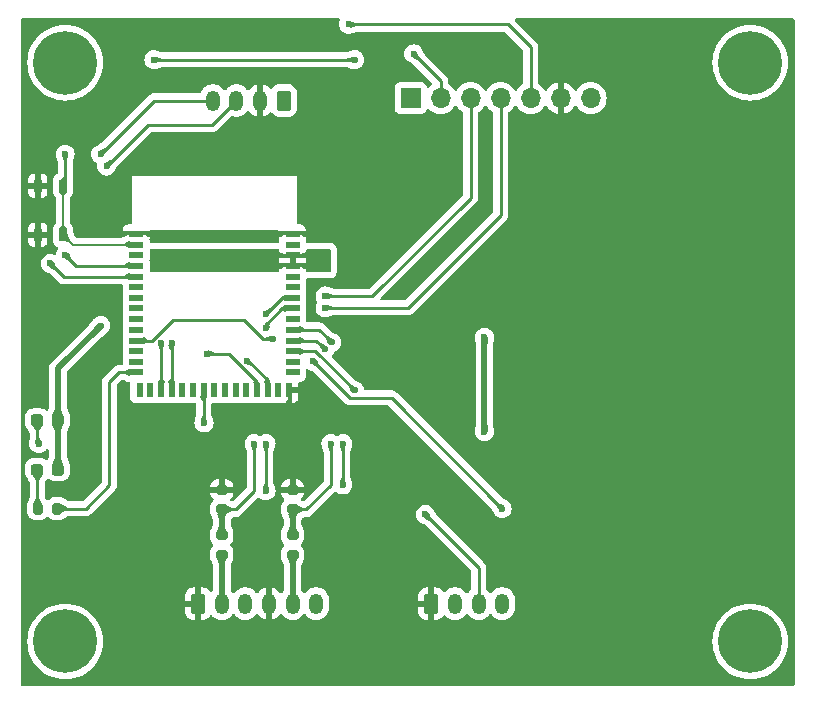
<source format=gbr>
%TF.GenerationSoftware,KiCad,Pcbnew,8.0.5*%
%TF.CreationDate,2024-11-08T11:27:06-05:00*%
%TF.ProjectId,psocpcb,70736f63-7063-4622-9e6b-696361645f70,rev?*%
%TF.SameCoordinates,Original*%
%TF.FileFunction,Copper,L1,Top*%
%TF.FilePolarity,Positive*%
%FSLAX46Y46*%
G04 Gerber Fmt 4.6, Leading zero omitted, Abs format (unit mm)*
G04 Created by KiCad (PCBNEW 8.0.5) date 2024-11-08 11:27:06*
%MOMM*%
%LPD*%
G01*
G04 APERTURE LIST*
G04 Aperture macros list*
%AMRoundRect*
0 Rectangle with rounded corners*
0 $1 Rounding radius*
0 $2 $3 $4 $5 $6 $7 $8 $9 X,Y pos of 4 corners*
0 Add a 4 corners polygon primitive as box body*
4,1,4,$2,$3,$4,$5,$6,$7,$8,$9,$2,$3,0*
0 Add four circle primitives for the rounded corners*
1,1,$1+$1,$2,$3*
1,1,$1+$1,$4,$5*
1,1,$1+$1,$6,$7*
1,1,$1+$1,$8,$9*
0 Add four rect primitives between the rounded corners*
20,1,$1+$1,$2,$3,$4,$5,0*
20,1,$1+$1,$4,$5,$6,$7,0*
20,1,$1+$1,$6,$7,$8,$9,0*
20,1,$1+$1,$8,$9,$2,$3,0*%
G04 Aperture macros list end*
%TA.AperFunction,SMDPad,CuDef*%
%ADD10RoundRect,0.200000X-0.200000X-0.275000X0.200000X-0.275000X0.200000X0.275000X-0.200000X0.275000X0*%
%TD*%
%TA.AperFunction,SMDPad,CuDef*%
%ADD11RoundRect,0.237500X-0.287500X-0.237500X0.287500X-0.237500X0.287500X0.237500X-0.287500X0.237500X0*%
%TD*%
%TA.AperFunction,ComponentPad*%
%ADD12C,3.100000*%
%TD*%
%TA.AperFunction,ConnectorPad*%
%ADD13C,5.400000*%
%TD*%
%TA.AperFunction,ComponentPad*%
%ADD14R,1.700000X1.700000*%
%TD*%
%TA.AperFunction,ComponentPad*%
%ADD15O,1.700000X1.700000*%
%TD*%
%TA.AperFunction,ComponentPad*%
%ADD16RoundRect,0.250000X-0.350000X-0.625000X0.350000X-0.625000X0.350000X0.625000X-0.350000X0.625000X0*%
%TD*%
%TA.AperFunction,ComponentPad*%
%ADD17O,1.200000X1.750000*%
%TD*%
%TA.AperFunction,SMDPad,CuDef*%
%ADD18R,1.270000X0.610000*%
%TD*%
%TA.AperFunction,SMDPad,CuDef*%
%ADD19R,0.610000X1.270000*%
%TD*%
%TA.AperFunction,SMDPad,CuDef*%
%ADD20R,0.650000X1.050000*%
%TD*%
%TA.AperFunction,SMDPad,CuDef*%
%ADD21RoundRect,0.200000X-0.275000X0.200000X-0.275000X-0.200000X0.275000X-0.200000X0.275000X0.200000X0*%
%TD*%
%TA.AperFunction,ComponentPad*%
%ADD22RoundRect,0.250000X0.350000X0.625000X-0.350000X0.625000X-0.350000X-0.625000X0.350000X-0.625000X0*%
%TD*%
%TA.AperFunction,ViaPad*%
%ADD23C,0.600000*%
%TD*%
%TA.AperFunction,Conductor*%
%ADD24C,0.254000*%
%TD*%
%TA.AperFunction,Conductor*%
%ADD25C,0.504000*%
%TD*%
%TA.AperFunction,Conductor*%
%ADD26C,0.508000*%
%TD*%
%TA.AperFunction,Conductor*%
%ADD27C,0.200000*%
%TD*%
G04 APERTURE END LIST*
D10*
%TO.P,R12,1*%
%TO.N,Net-(D2-K)*%
X105175000Y-74000000D03*
%TO.P,R12,2*%
%TO.N,/LED2*%
X106825000Y-74000000D03*
%TD*%
D11*
%TO.P,D2,2,A*%
%TO.N,/Vdd*%
X106875000Y-70700000D03*
%TO.P,D2,1,K*%
%TO.N,Net-(D2-K)*%
X105125000Y-70700000D03*
%TD*%
D12*
%TO.P,H3,1*%
%TO.N,N/C*%
X107500000Y-85250000D03*
D13*
X107500000Y-85250000D03*
%TD*%
D14*
%TO.P,J4,1,Pin_1*%
%TO.N,/usbrx*%
X136750000Y-39250000D03*
D15*
%TO.P,J4,2,Pin_2*%
%TO.N,/usbtx*%
X139290000Y-39250000D03*
%TO.P,J4,3,Pin_3*%
%TO.N,/SWDIO*%
X141830000Y-39250000D03*
%TO.P,J4,4,Pin_4*%
%TO.N,/SWDCLK*%
X144370000Y-39250000D03*
%TO.P,J4,5,Pin_5*%
%TO.N,/XRES*%
X146910000Y-39250000D03*
%TO.P,J4,6,Pin_6*%
%TO.N,GND*%
X149450000Y-39250000D03*
%TO.P,J4,7,Pin_7*%
%TO.N,/Vdd*%
X151990000Y-39250000D03*
%TD*%
D16*
%TO.P,J7,1,Pin_1*%
%TO.N,GND*%
X118750000Y-82050000D03*
D17*
%TO.P,J7,2,Pin_2*%
%TO.N,/ADC0_raw*%
X120750000Y-82050000D03*
%TO.P,J7,3,Pin_3*%
%TO.N,/ADC1_raw*%
X122750000Y-82050000D03*
%TO.P,J7,4,Pin_4*%
%TO.N,GND*%
X124750000Y-82050000D03*
%TO.P,J7,5,Pin_5*%
%TO.N,/ADC2_raw*%
X126750000Y-82050000D03*
%TO.P,J7,6,Pin_6*%
%TO.N,/ADC3_raw*%
X128750000Y-82050000D03*
%TD*%
D18*
%TO.P,U1,1,GND*%
%TO.N,GND*%
X126750000Y-50750000D03*
%TO.P,U1,2,P0.5*%
%TO.N,unconnected-(U1-P0.5-Pad2)*%
X126750000Y-51650000D03*
%TO.P,U1,3,VBACKUP*%
%TO.N,/Vdd*%
X126750000Y-52550000D03*
%TO.P,U1,4,VDD*%
X126750000Y-53450000D03*
%TO.P,U1,5,P0.0*%
%TO.N,unconnected-(U1-P0.0-Pad5)*%
X126750000Y-54360000D03*
%TO.P,U1,6,P0.1*%
%TO.N,unconnected-(U1-P0.1-Pad6)*%
X126750000Y-55260000D03*
%TO.P,U1,7,P10.3*%
%TO.N,/ADC0*%
X126750000Y-56160000D03*
%TO.P,U1,8,P10.4*%
%TO.N,/ADC1*%
X126750000Y-57060000D03*
%TO.P,U1,9,P9.3*%
%TO.N,unconnected-(U1-P9.3-Pad9)*%
X126750000Y-57960000D03*
%TO.P,U1,10,P10.6*%
%TO.N,/ADC3*%
X126750000Y-58860000D03*
%TO.P,U1,11,P10.5*%
%TO.N,/ADC2*%
X126750000Y-59770000D03*
%TO.P,U1,12,P10.1*%
%TO.N,/SCL*%
X126750000Y-60670000D03*
%TO.P,U1,13,P10.0*%
%TO.N,unconnected-(U1-P10.0-Pad13)*%
X126750000Y-61570000D03*
%TO.P,U1,14,P9.4*%
%TO.N,unconnected-(U1-P9.4-Pad14)*%
X126750000Y-62470000D03*
D19*
%TO.P,U1,15,GND*%
%TO.N,GND*%
X126440000Y-63940000D03*
%TO.P,U1,16,VREF*%
%TO.N,unconnected-(U1-VREF-Pad16)*%
X125540000Y-63940000D03*
%TO.P,U1,17,P9.0*%
%TO.N,/rx*%
X124640000Y-63940000D03*
%TO.P,U1,18,P9.1*%
%TO.N,/tx*%
X123740000Y-63940000D03*
%TO.P,U1,19,P9.5*%
%TO.N,unconnected-(U1-P9.5-Pad19)*%
X122840000Y-63940000D03*
%TO.P,U1,20,P9.6*%
%TO.N,unconnected-(U1-P9.6-Pad20)*%
X121930000Y-63940000D03*
%TO.P,U1,21,P9.2*%
%TO.N,unconnected-(U1-P9.2-Pad21)*%
X121030000Y-63940000D03*
%TO.P,U1,22,P7.2*%
%TO.N,unconnected-(U1-P7.2-Pad22)*%
X120130000Y-63940000D03*
%TO.P,U1,23,P7.1*%
%TO.N,/LED1*%
X119230000Y-63940000D03*
%TO.P,U1,24,P6.4*%
%TO.N,unconnected-(U1-P6.4-Pad24)*%
X118330000Y-63940000D03*
%TO.P,U1,25,P5.4*%
%TO.N,unconnected-(U1-P5.4-Pad25)*%
X117430000Y-63940000D03*
%TO.P,U1,26,P6.7*%
%TO.N,/SWDCLK*%
X116520000Y-63940000D03*
%TO.P,U1,27,P6.6*%
%TO.N,/SWDIO*%
X115620000Y-63940000D03*
%TO.P,U1,28,P6.2*%
%TO.N,unconnected-(U1-P6.2-Pad28)*%
X114720000Y-63940000D03*
%TO.P,U1,29,P6.5*%
%TO.N,unconnected-(U1-P6.5-Pad29)*%
X113820000Y-63940000D03*
D18*
%TO.P,U1,30,P6.3*%
%TO.N,/LED2*%
X113510000Y-62470000D03*
%TO.P,U1,31,P7.7*%
%TO.N,unconnected-(U1-P7.7-Pad31)*%
X113510000Y-61570000D03*
%TO.P,U1,32,P5.6*%
%TO.N,unconnected-(U1-P5.6-Pad32)*%
X113510000Y-60670000D03*
%TO.P,U1,33,P10.2*%
%TO.N,/SDA*%
X113510000Y-59770000D03*
%TO.P,U1,34,P12.6*%
%TO.N,unconnected-(U1-P12.6-Pad34)*%
X113510000Y-58860000D03*
%TO.P,U1,35,P12.7*%
%TO.N,unconnected-(U1-P12.7-Pad35)*%
X113510000Y-57960000D03*
%TO.P,U1,36,P5.5*%
%TO.N,unconnected-(U1-P5.5-Pad36)*%
X113510000Y-57060000D03*
%TO.P,U1,37,P5.3*%
%TO.N,unconnected-(U1-P5.3-Pad37)*%
X113510000Y-56160000D03*
%TO.P,U1,38,P5.2*%
%TO.N,unconnected-(U1-P5.2-Pad38)*%
X113510000Y-55260000D03*
%TO.P,U1,39,P5.0*%
%TO.N,/usbrx*%
X113510000Y-54360000D03*
%TO.P,U1,40,P5.1*%
%TO.N,/usbtx*%
X113510000Y-53450000D03*
%TO.P,U1,41,P0.4*%
%TO.N,unconnected-(U1-P0.4-Pad41)*%
X113510000Y-52550000D03*
%TO.P,U1,42,XRES*%
%TO.N,/XRES*%
X113510000Y-51650000D03*
%TO.P,U1,43,GND*%
%TO.N,GND*%
X113510000Y-50750000D03*
%TD*%
D20*
%TO.P,S1,1*%
%TO.N,/XRES*%
X107325000Y-46675000D03*
%TO.P,S1,2*%
X107325000Y-50825000D03*
%TO.P,S1,3*%
%TO.N,GND*%
X105175000Y-46675000D03*
%TO.P,S1,4*%
X105175000Y-50825000D03*
%TD*%
D21*
%TO.P,R7,1*%
%TO.N,/ADC0*%
X120750000Y-76250000D03*
%TO.P,R7,2*%
%TO.N,/ADC0_raw*%
X120750000Y-77900000D03*
%TD*%
D12*
%TO.P,H2,1*%
%TO.N,N/C*%
X165500000Y-36250000D03*
D13*
X165500000Y-36250000D03*
%TD*%
D21*
%TO.P,R9,1*%
%TO.N,/ADC2*%
X126750000Y-76250000D03*
%TO.P,R9,2*%
%TO.N,/ADC2_raw*%
X126750000Y-77900000D03*
%TD*%
D11*
%TO.P,D1,1,K*%
%TO.N,Net-(D1-K)*%
X105125000Y-66500000D03*
%TO.P,D1,2,A*%
%TO.N,/Vdd*%
X106875000Y-66500000D03*
%TD*%
D21*
%TO.P,R3,1*%
%TO.N,GND*%
X120750000Y-72425000D03*
%TO.P,R3,2*%
%TO.N,/ADC0*%
X120750000Y-74075000D03*
%TD*%
D16*
%TO.P,J5,1,Pin_1*%
%TO.N,GND*%
X138500000Y-82050000D03*
D17*
%TO.P,J5,2,Pin_2*%
%TO.N,/Vdd*%
X140500000Y-82050000D03*
%TO.P,J5,3,Pin_3*%
%TO.N,/SCL*%
X142500000Y-82050000D03*
%TO.P,J5,4,Pin_4*%
%TO.N,/SDA*%
X144500000Y-82050000D03*
%TD*%
D12*
%TO.P,H4,1*%
%TO.N,N/C*%
X165500000Y-85250000D03*
D13*
X165500000Y-85250000D03*
%TD*%
D12*
%TO.P,H1,1*%
%TO.N,N/C*%
X107500000Y-36250000D03*
D13*
X107500000Y-36250000D03*
%TD*%
D22*
%TO.P,J6,1,Pin_1*%
%TO.N,/Vdd*%
X126000000Y-39450000D03*
D17*
%TO.P,J6,2,Pin_2*%
%TO.N,GND*%
X124000000Y-39450000D03*
%TO.P,J6,3,Pin_3*%
%TO.N,/tx*%
X122000000Y-39450000D03*
%TO.P,J6,4,Pin_4*%
%TO.N,/rx*%
X120000000Y-39450000D03*
%TD*%
D21*
%TO.P,R5,1*%
%TO.N,GND*%
X126750000Y-72425000D03*
%TO.P,R5,2*%
%TO.N,/ADC2*%
X126750000Y-74075000D03*
%TD*%
D23*
%TO.N,GND*%
X114250000Y-66500000D03*
X109250000Y-65250000D03*
X114250000Y-75750000D03*
X114250000Y-72250000D03*
X114250000Y-68750000D03*
X109250000Y-75750000D03*
X109250000Y-72250000D03*
X109250000Y-68750000D03*
X136000000Y-55750000D03*
X142500000Y-49000000D03*
X143000000Y-41500000D03*
X149500000Y-41500000D03*
X131000000Y-47000000D03*
X133500000Y-70000000D03*
X104500000Y-48500000D03*
X149500000Y-36500000D03*
X115500000Y-51000000D03*
X124000000Y-37500000D03*
X111500000Y-33500000D03*
X111500000Y-39500000D03*
X124500000Y-51000000D03*
X132500000Y-40500000D03*
X104500000Y-44500000D03*
X132500000Y-38000000D03*
X126500000Y-67000000D03*
X124000000Y-42000000D03*
X111500000Y-50500000D03*
X141000000Y-66000000D03*
X128500000Y-64000000D03*
X120000000Y-51000000D03*
X134000000Y-47000000D03*
X141000000Y-74000000D03*
%TO.N,/Vdd*%
X129000000Y-53500000D03*
X124500000Y-52500000D03*
X143000000Y-59500000D03*
X115500000Y-53500000D03*
X110500000Y-58500000D03*
X143000000Y-67500000D03*
X115500000Y-52500000D03*
X124500000Y-53500000D03*
X129000000Y-52500000D03*
%TO.N,Net-(D1-K)*%
X105250000Y-68500000D03*
%TO.N,/SDA*%
X125127000Y-59627000D03*
X128500000Y-61500000D03*
X144500000Y-74000000D03*
%TO.N,/SCL*%
X132000000Y-64000000D03*
X138000000Y-74500000D03*
%TO.N,/rx*%
X122873000Y-61500000D03*
X110500000Y-44000000D03*
%TO.N,/tx*%
X119500000Y-60873000D03*
X111000000Y-45000000D03*
%TO.N,/ADC0*%
X124500000Y-57521000D03*
X123500000Y-68500000D03*
%TO.N,/ADC1*%
X124500000Y-68500000D03*
X124500000Y-72500000D03*
X124500000Y-58750000D03*
%TO.N,/ADC2*%
X129500000Y-60500000D03*
X130000000Y-68500000D03*
%TO.N,/ADC3*%
X131000000Y-68500000D03*
X130065687Y-59934313D03*
X131000000Y-72000000D03*
%TO.N,/XRES*%
X107500000Y-44000000D03*
X131500000Y-33000000D03*
%TO.N,/SWDCLK*%
X129500000Y-57000000D03*
X116500000Y-60000000D03*
%TO.N,/LED1*%
X119250000Y-66750000D03*
%TO.N,/SWDIO*%
X115620000Y-60000000D03*
X129500000Y-56000000D03*
%TO.N,/usbtx*%
X107500000Y-52500000D03*
X137000000Y-35500000D03*
%TO.N,/usbrx*%
X106250000Y-53250000D03*
X115000000Y-36000000D03*
X132000000Y-36000000D03*
%TD*%
D24*
%TO.N,/LED2*%
X112030000Y-62470000D02*
X113510000Y-62470000D01*
X111250000Y-72000000D02*
X111250000Y-63250000D01*
X111250000Y-63250000D02*
X112030000Y-62470000D01*
X109250000Y-74000000D02*
X111250000Y-72000000D01*
X106825000Y-74000000D02*
X109250000Y-74000000D01*
%TO.N,Net-(D2-K)*%
X105125000Y-73950000D02*
X105175000Y-74000000D01*
X105125000Y-70700000D02*
X105125000Y-73950000D01*
D25*
%TO.N,/Vdd*%
X106875000Y-66500000D02*
X106875000Y-70700000D01*
D24*
%TO.N,/ADC0*%
X123500000Y-72500000D02*
X123500000Y-68500000D01*
X121925000Y-74075000D02*
X123500000Y-72500000D01*
X120925000Y-74075000D02*
X121925000Y-74075000D01*
%TO.N,/ADC1*%
X124500000Y-72500000D02*
X124500000Y-68500000D01*
%TO.N,/ADC3*%
X131000000Y-72000000D02*
X131000000Y-68500000D01*
%TO.N,/ADC1*%
X124500000Y-58421000D02*
X125861000Y-57060000D01*
X124500000Y-58750000D02*
X124500000Y-58421000D01*
X125861000Y-57060000D02*
X126750000Y-57060000D01*
%TO.N,/SDA*%
X114855000Y-59770000D02*
X113510000Y-59770000D01*
X124240288Y-59627000D02*
X122613288Y-58000000D01*
X116625000Y-58000000D02*
X114855000Y-59770000D01*
X125127000Y-59627000D02*
X124240288Y-59627000D01*
X122613288Y-58000000D02*
X116625000Y-58000000D01*
%TO.N,/SWDCLK*%
X144370000Y-49130000D02*
X144370000Y-39250000D01*
X136500000Y-57000000D02*
X144370000Y-49130000D01*
X129500000Y-57000000D02*
X136500000Y-57000000D01*
D25*
%TO.N,/Vdd*%
X110500000Y-58500000D02*
X106875000Y-62125000D01*
X106875000Y-62125000D02*
X106875000Y-66500000D01*
D26*
X143000000Y-67500000D02*
X143000000Y-59500000D01*
D24*
%TO.N,Net-(D1-K)*%
X105125000Y-66500000D02*
X105125000Y-68375000D01*
X105125000Y-68375000D02*
X105250000Y-68500000D01*
%TO.N,/SDA*%
X135127000Y-64627000D02*
X131627000Y-64627000D01*
X131627000Y-64627000D02*
X128500000Y-61500000D01*
X144500000Y-74000000D02*
X135127000Y-64627000D01*
%TO.N,/SCL*%
X142500000Y-79000000D02*
X142500000Y-82050000D01*
X138000000Y-74500000D02*
X142500000Y-79000000D01*
X128670000Y-60670000D02*
X132000000Y-64000000D01*
X126750000Y-60670000D02*
X128670000Y-60670000D01*
D26*
%TO.N,/ADC2_raw*%
X126750000Y-77900000D02*
X126750000Y-82050000D01*
%TO.N,/ADC0_raw*%
X120750000Y-77900000D02*
X120750000Y-82050000D01*
D24*
%TO.N,/rx*%
X120000000Y-39450000D02*
X115050000Y-39450000D01*
X122873000Y-61500000D02*
X123000000Y-61500000D01*
X115050000Y-39450000D02*
X110500000Y-44000000D01*
X124640000Y-63140000D02*
X124640000Y-63940000D01*
X123000000Y-61500000D02*
X124640000Y-63140000D01*
%TO.N,/tx*%
X119500000Y-60873000D02*
X121373000Y-60873000D01*
X114500000Y-41500000D02*
X119950000Y-41500000D01*
X121373000Y-60873000D02*
X122246000Y-61746000D01*
X119950000Y-41500000D02*
X122000000Y-39450000D01*
X122246000Y-61759712D02*
X123740000Y-63253712D01*
X111000000Y-45000000D02*
X114500000Y-41500000D01*
X123740000Y-63253712D02*
X123740000Y-63940000D01*
X122246000Y-61746000D02*
X122246000Y-61759712D01*
%TO.N,/ADC0*%
X125861000Y-56160000D02*
X126750000Y-56160000D01*
X124500000Y-57521000D02*
X125861000Y-56160000D01*
D26*
X120750000Y-74075000D02*
X120750000Y-76250000D01*
X120750000Y-74075000D02*
X120925000Y-74075000D01*
D24*
%TO.N,/ADC2*%
X127925000Y-74075000D02*
X130000000Y-72000000D01*
X128770000Y-59770000D02*
X126750000Y-59770000D01*
X130000000Y-72000000D02*
X130000000Y-68500000D01*
X126750000Y-74075000D02*
X127925000Y-74075000D01*
X129500000Y-60500000D02*
X128770000Y-59770000D01*
D26*
X126750000Y-74075000D02*
X126750000Y-76250000D01*
D24*
%TO.N,/ADC3*%
X130065687Y-59934313D02*
X128991374Y-58860000D01*
X128991374Y-58860000D02*
X126750000Y-58860000D01*
D27*
%TO.N,/XRES*%
X107325000Y-50825000D02*
X108150000Y-51650000D01*
X107325000Y-46675000D02*
X107325000Y-50825000D01*
D24*
X146910000Y-34910000D02*
X145000000Y-33000000D01*
X107500000Y-46500000D02*
X107325000Y-46675000D01*
D27*
X108150000Y-51650000D02*
X113510000Y-51650000D01*
D24*
X146910000Y-39250000D02*
X146910000Y-34910000D01*
X107500000Y-44000000D02*
X107500000Y-46500000D01*
X145000000Y-33000000D02*
X131500000Y-33000000D01*
%TO.N,/SWDCLK*%
X116500000Y-60000000D02*
X116520000Y-60020000D01*
X116520000Y-60020000D02*
X116520000Y-63940000D01*
%TO.N,/LED1*%
X119250000Y-66750000D02*
X119230000Y-66730000D01*
X119230000Y-66730000D02*
X119230000Y-63940000D01*
%TO.N,/SWDIO*%
X141830000Y-47670000D02*
X141830000Y-39250000D01*
X129500000Y-56000000D02*
X133500000Y-56000000D01*
X133500000Y-56000000D02*
X141830000Y-47670000D01*
X115620000Y-60000000D02*
X115620000Y-63940000D01*
%TO.N,/usbtx*%
X139290000Y-39250000D02*
X139290000Y-37790000D01*
X108450000Y-53450000D02*
X113510000Y-53450000D01*
X139290000Y-37790000D02*
X137000000Y-35500000D01*
X107500000Y-52500000D02*
X108450000Y-53450000D01*
%TO.N,/usbrx*%
X132000000Y-36000000D02*
X115000000Y-36000000D01*
X107360000Y-54360000D02*
X113510000Y-54360000D01*
X106250000Y-53250000D02*
X107360000Y-54360000D01*
%TD*%
%TA.AperFunction,Conductor*%
%TO.N,/Vdd*%
G36*
X125565191Y-52019685D02*
G01*
X125610946Y-52072489D01*
X125621441Y-52137255D01*
X125615001Y-52197153D01*
X125615000Y-52197172D01*
X125615000Y-52300000D01*
X125699423Y-52300000D01*
X125766462Y-52319685D01*
X125773734Y-52324733D01*
X125872669Y-52398796D01*
X125872671Y-52398797D01*
X126007517Y-52449091D01*
X126007516Y-52449091D01*
X126014444Y-52449835D01*
X126067127Y-52455500D01*
X127432872Y-52455499D01*
X127492483Y-52449091D01*
X127627331Y-52398796D01*
X127726266Y-52324732D01*
X127791730Y-52300316D01*
X127800577Y-52300000D01*
X127885000Y-52300000D01*
X127885000Y-52197172D01*
X127884998Y-52197153D01*
X127878559Y-52137255D01*
X127890964Y-52068496D01*
X127938574Y-52017358D01*
X128001848Y-52000000D01*
X129876000Y-52000000D01*
X129943039Y-52019685D01*
X129988794Y-52072489D01*
X130000000Y-52124000D01*
X130000000Y-53876000D01*
X129980315Y-53943039D01*
X129927511Y-53988794D01*
X129876000Y-54000000D01*
X128001848Y-54000000D01*
X127934809Y-53980315D01*
X127889054Y-53927511D01*
X127878559Y-53862745D01*
X127884998Y-53802846D01*
X127885000Y-53802827D01*
X127885000Y-53700000D01*
X127787218Y-53700000D01*
X127720179Y-53680315D01*
X127712915Y-53675272D01*
X127627331Y-53611204D01*
X127627328Y-53611202D01*
X127492482Y-53560908D01*
X127492483Y-53560908D01*
X127432883Y-53554501D01*
X127432881Y-53554500D01*
X127432873Y-53554500D01*
X127432864Y-53554500D01*
X126067129Y-53554500D01*
X126067123Y-53554501D01*
X126007516Y-53560908D01*
X125872671Y-53611202D01*
X125872668Y-53611204D01*
X125822055Y-53649092D01*
X125787092Y-53675266D01*
X125721629Y-53699684D01*
X125712782Y-53700000D01*
X125615000Y-53700000D01*
X125615000Y-53802827D01*
X125615001Y-53802846D01*
X125621441Y-53862745D01*
X125609036Y-53931504D01*
X125561426Y-53982642D01*
X125498152Y-54000000D01*
X114762352Y-54000000D01*
X114695313Y-53980315D01*
X114649558Y-53927511D01*
X114639063Y-53862745D01*
X114639968Y-53854321D01*
X114645500Y-53802873D01*
X114645499Y-53097128D01*
X114639091Y-53037517D01*
X114639090Y-53037515D01*
X114639090Y-53037512D01*
X114637308Y-53029969D01*
X114640260Y-53029271D01*
X114636269Y-52973674D01*
X114637334Y-52970044D01*
X114637306Y-52970038D01*
X114639089Y-52962488D01*
X114639088Y-52962488D01*
X114639091Y-52962483D01*
X114645500Y-52902873D01*
X114645500Y-52902844D01*
X125615000Y-52902844D01*
X125621401Y-52962373D01*
X125623186Y-52969925D01*
X125620272Y-52970613D01*
X125624254Y-53026373D01*
X125623168Y-53030070D01*
X125623186Y-53030075D01*
X125621401Y-53037626D01*
X125615000Y-53097155D01*
X125615000Y-53200000D01*
X126500000Y-53200000D01*
X127000000Y-53200000D01*
X127885000Y-53200000D01*
X127885000Y-53097172D01*
X127884999Y-53097155D01*
X127878597Y-53037622D01*
X127876813Y-53030067D01*
X127879739Y-53029375D01*
X127875729Y-52973703D01*
X127876834Y-52969938D01*
X127876813Y-52969933D01*
X127878597Y-52962377D01*
X127884999Y-52902844D01*
X127885000Y-52902827D01*
X127885000Y-52800000D01*
X127000000Y-52800000D01*
X127000000Y-53200000D01*
X126500000Y-53200000D01*
X126500000Y-52800000D01*
X125615000Y-52800000D01*
X125615000Y-52902844D01*
X114645500Y-52902844D01*
X114645499Y-52197128D01*
X114639091Y-52137517D01*
X114639063Y-52137253D01*
X114651470Y-52068494D01*
X114699081Y-52017357D01*
X114762353Y-52000000D01*
X125498152Y-52000000D01*
X125565191Y-52019685D01*
G37*
%TD.AperFunction*%
%TD*%
%TA.AperFunction,Conductor*%
%TO.N,GND*%
G36*
X130718967Y-32520185D02*
G01*
X130764722Y-32572989D01*
X130774666Y-32642147D01*
X130768970Y-32665454D01*
X130714632Y-32820742D01*
X130714630Y-32820750D01*
X130694435Y-32999996D01*
X130694435Y-33000003D01*
X130714630Y-33179249D01*
X130714631Y-33179254D01*
X130774211Y-33349523D01*
X130781992Y-33361906D01*
X130870184Y-33502262D01*
X130997738Y-33629816D01*
X131150478Y-33725789D01*
X131245953Y-33759197D01*
X131320745Y-33785368D01*
X131320750Y-33785369D01*
X131499996Y-33805565D01*
X131500000Y-33805565D01*
X131500004Y-33805565D01*
X131679248Y-33785369D01*
X131679248Y-33785368D01*
X131679255Y-33785368D01*
X131738547Y-33764620D01*
X131760052Y-33759199D01*
X131774415Y-33756921D01*
X132174678Y-33633043D01*
X132211339Y-33627500D01*
X144688719Y-33627500D01*
X144755758Y-33647185D01*
X144776400Y-33663819D01*
X146246181Y-35133600D01*
X146279666Y-35194923D01*
X146282500Y-35221281D01*
X146282500Y-37976173D01*
X146262815Y-38043212D01*
X146229624Y-38077748D01*
X146038594Y-38211508D01*
X145871505Y-38378597D01*
X145741575Y-38564158D01*
X145686998Y-38607783D01*
X145617500Y-38614977D01*
X145555145Y-38583454D01*
X145538425Y-38564158D01*
X145408494Y-38378597D01*
X145241402Y-38211506D01*
X145241395Y-38211501D01*
X145047834Y-38075967D01*
X145047830Y-38075965D01*
X145037249Y-38071031D01*
X144833663Y-37976097D01*
X144833659Y-37976096D01*
X144833655Y-37976094D01*
X144605413Y-37914938D01*
X144605403Y-37914936D01*
X144370001Y-37894341D01*
X144369999Y-37894341D01*
X144134596Y-37914936D01*
X144134586Y-37914938D01*
X143906344Y-37976094D01*
X143906335Y-37976098D01*
X143692171Y-38075964D01*
X143692169Y-38075965D01*
X143498597Y-38211505D01*
X143331505Y-38378597D01*
X143201575Y-38564158D01*
X143146998Y-38607783D01*
X143077500Y-38614977D01*
X143015145Y-38583454D01*
X142998425Y-38564158D01*
X142868494Y-38378597D01*
X142701402Y-38211506D01*
X142701395Y-38211501D01*
X142507834Y-38075967D01*
X142507830Y-38075965D01*
X142497249Y-38071031D01*
X142293663Y-37976097D01*
X142293659Y-37976096D01*
X142293655Y-37976094D01*
X142065413Y-37914938D01*
X142065403Y-37914936D01*
X141830001Y-37894341D01*
X141829999Y-37894341D01*
X141594596Y-37914936D01*
X141594586Y-37914938D01*
X141366344Y-37976094D01*
X141366335Y-37976098D01*
X141152171Y-38075964D01*
X141152169Y-38075965D01*
X140958597Y-38211505D01*
X140791505Y-38378597D01*
X140661575Y-38564158D01*
X140606998Y-38607783D01*
X140537500Y-38614977D01*
X140475145Y-38583454D01*
X140458425Y-38564158D01*
X140328494Y-38378597D01*
X140161402Y-38211506D01*
X140161401Y-38211505D01*
X140084508Y-38157664D01*
X139970375Y-38077747D01*
X139926752Y-38023171D01*
X139917500Y-37976173D01*
X139917500Y-37728194D01*
X139893386Y-37606970D01*
X139893385Y-37606969D01*
X139893385Y-37606965D01*
X139893383Y-37606960D01*
X139846086Y-37492773D01*
X139846079Y-37492760D01*
X139777412Y-37389993D01*
X139777411Y-37389992D01*
X139690008Y-37302589D01*
X137946703Y-35559284D01*
X137924699Y-35529441D01*
X137909176Y-35500003D01*
X137731909Y-35163830D01*
X137728822Y-35156744D01*
X137728810Y-35156751D01*
X137725789Y-35150477D01*
X137629815Y-34997737D01*
X137502262Y-34870184D01*
X137349523Y-34774211D01*
X137179254Y-34714631D01*
X137179249Y-34714630D01*
X137000004Y-34694435D01*
X136999996Y-34694435D01*
X136820750Y-34714630D01*
X136820745Y-34714631D01*
X136650476Y-34774211D01*
X136497737Y-34870184D01*
X136370184Y-34997737D01*
X136274211Y-35150476D01*
X136214631Y-35320745D01*
X136214630Y-35320750D01*
X136194435Y-35499996D01*
X136194435Y-35500003D01*
X136214630Y-35679249D01*
X136214631Y-35679254D01*
X136274211Y-35849523D01*
X136300334Y-35891097D01*
X136370184Y-36002262D01*
X136497738Y-36129816D01*
X136650478Y-36225789D01*
X136650482Y-36225790D01*
X136656746Y-36228807D01*
X136656739Y-36228819D01*
X136663824Y-36231905D01*
X137029441Y-36424699D01*
X137059284Y-36446703D01*
X138552597Y-37940016D01*
X138586082Y-38001339D01*
X138581098Y-38071031D01*
X138539226Y-38126964D01*
X138536040Y-38129272D01*
X138418597Y-38211505D01*
X138296673Y-38333430D01*
X138235350Y-38366914D01*
X138165658Y-38361930D01*
X138109725Y-38320058D01*
X138092810Y-38289081D01*
X138043797Y-38157671D01*
X138043793Y-38157664D01*
X137957547Y-38042455D01*
X137957544Y-38042452D01*
X137842335Y-37956206D01*
X137842328Y-37956202D01*
X137707482Y-37905908D01*
X137707483Y-37905908D01*
X137647883Y-37899501D01*
X137647881Y-37899500D01*
X137647873Y-37899500D01*
X137647864Y-37899500D01*
X135852129Y-37899500D01*
X135852123Y-37899501D01*
X135792516Y-37905908D01*
X135657671Y-37956202D01*
X135657664Y-37956206D01*
X135542455Y-38042452D01*
X135542452Y-38042455D01*
X135456206Y-38157664D01*
X135456202Y-38157671D01*
X135405908Y-38292517D01*
X135399501Y-38352116D01*
X135399500Y-38352135D01*
X135399500Y-40147870D01*
X135399501Y-40147876D01*
X135405908Y-40207483D01*
X135456202Y-40342328D01*
X135456206Y-40342335D01*
X135542452Y-40457544D01*
X135542455Y-40457547D01*
X135657664Y-40543793D01*
X135657671Y-40543797D01*
X135792517Y-40594091D01*
X135792516Y-40594091D01*
X135799444Y-40594835D01*
X135852127Y-40600500D01*
X137647872Y-40600499D01*
X137707483Y-40594091D01*
X137842331Y-40543796D01*
X137957546Y-40457546D01*
X138043796Y-40342331D01*
X138092810Y-40210916D01*
X138134681Y-40154984D01*
X138200145Y-40130566D01*
X138268418Y-40145417D01*
X138296673Y-40166569D01*
X138418599Y-40288495D01*
X138495743Y-40342512D01*
X138612165Y-40424032D01*
X138612167Y-40424033D01*
X138612170Y-40424035D01*
X138826337Y-40523903D01*
X139054592Y-40585063D01*
X139231034Y-40600500D01*
X139289999Y-40605659D01*
X139290000Y-40605659D01*
X139290001Y-40605659D01*
X139348966Y-40600500D01*
X139525408Y-40585063D01*
X139753663Y-40523903D01*
X139967830Y-40424035D01*
X140161401Y-40288495D01*
X140328495Y-40121401D01*
X140458425Y-39935842D01*
X140513002Y-39892217D01*
X140582500Y-39885023D01*
X140644855Y-39916546D01*
X140661575Y-39935842D01*
X140791500Y-40121395D01*
X140791505Y-40121401D01*
X140958599Y-40288495D01*
X141149624Y-40422252D01*
X141193248Y-40476828D01*
X141202500Y-40523826D01*
X141202500Y-47358719D01*
X141182815Y-47425758D01*
X141166181Y-47446400D01*
X133276400Y-55336181D01*
X133215077Y-55369666D01*
X133188719Y-55372500D01*
X130211345Y-55372500D01*
X130174684Y-55366957D01*
X129774400Y-55243072D01*
X129745525Y-55235067D01*
X129740273Y-55234089D01*
X129740388Y-55233467D01*
X129720560Y-55229084D01*
X129679254Y-55214631D01*
X129500004Y-55194435D01*
X129499996Y-55194435D01*
X129320750Y-55214630D01*
X129320745Y-55214631D01*
X129150476Y-55274211D01*
X128997737Y-55370184D01*
X128870184Y-55497737D01*
X128774211Y-55650476D01*
X128714631Y-55820745D01*
X128714630Y-55820750D01*
X128694435Y-55999996D01*
X128694435Y-56000003D01*
X128714630Y-56179249D01*
X128714633Y-56179262D01*
X128774209Y-56349520D01*
X128827309Y-56434029D01*
X128846309Y-56501266D01*
X128827309Y-56565971D01*
X128774209Y-56650479D01*
X128714633Y-56820737D01*
X128714630Y-56820750D01*
X128694435Y-56999996D01*
X128694435Y-57000003D01*
X128714630Y-57179249D01*
X128714631Y-57179254D01*
X128774211Y-57349523D01*
X128851473Y-57472484D01*
X128870184Y-57502262D01*
X128997738Y-57629816D01*
X129002874Y-57633043D01*
X129132721Y-57714632D01*
X129150478Y-57725789D01*
X129245953Y-57759197D01*
X129320745Y-57785368D01*
X129320750Y-57785369D01*
X129499996Y-57805565D01*
X129500000Y-57805565D01*
X129500004Y-57805565D01*
X129679248Y-57785369D01*
X129679248Y-57785368D01*
X129679255Y-57785368D01*
X129738547Y-57764620D01*
X129760052Y-57759199D01*
X129774415Y-57756921D01*
X130174678Y-57633043D01*
X130211339Y-57627500D01*
X136561804Y-57627500D01*
X136561805Y-57627499D01*
X136683035Y-57603386D01*
X136763784Y-57569937D01*
X136797233Y-57556083D01*
X136900008Y-57487411D01*
X136987411Y-57400008D01*
X144857411Y-49530008D01*
X144857498Y-49529877D01*
X144869840Y-49511408D01*
X144926076Y-49427243D01*
X144926083Y-49427233D01*
X144945676Y-49379930D01*
X144973386Y-49313034D01*
X144997500Y-49191803D01*
X144997500Y-49068197D01*
X144997500Y-40523826D01*
X145017185Y-40456787D01*
X145050375Y-40422252D01*
X145241401Y-40288495D01*
X145408495Y-40121401D01*
X145538425Y-39935842D01*
X145593002Y-39892217D01*
X145662500Y-39885023D01*
X145724855Y-39916546D01*
X145741575Y-39935842D01*
X145871500Y-40121395D01*
X145871505Y-40121401D01*
X146038599Y-40288495D01*
X146115743Y-40342512D01*
X146232165Y-40424032D01*
X146232167Y-40424033D01*
X146232170Y-40424035D01*
X146446337Y-40523903D01*
X146674592Y-40585063D01*
X146851034Y-40600500D01*
X146909999Y-40605659D01*
X146910000Y-40605659D01*
X146910001Y-40605659D01*
X146968966Y-40600500D01*
X147145408Y-40585063D01*
X147373663Y-40523903D01*
X147587830Y-40424035D01*
X147781401Y-40288495D01*
X147948495Y-40121401D01*
X148078730Y-39935405D01*
X148133307Y-39891781D01*
X148202805Y-39884587D01*
X148265160Y-39916110D01*
X148281879Y-39935405D01*
X148411890Y-40121078D01*
X148578917Y-40288105D01*
X148772421Y-40423600D01*
X148986507Y-40523429D01*
X148986516Y-40523433D01*
X149200000Y-40580634D01*
X149200000Y-39683012D01*
X149257007Y-39715925D01*
X149384174Y-39750000D01*
X149515826Y-39750000D01*
X149642993Y-39715925D01*
X149700000Y-39683012D01*
X149700000Y-40580633D01*
X149913483Y-40523433D01*
X149913492Y-40523429D01*
X150127578Y-40423600D01*
X150321082Y-40288105D01*
X150488105Y-40121082D01*
X150618119Y-39935405D01*
X150672696Y-39891781D01*
X150742195Y-39884588D01*
X150804549Y-39916110D01*
X150821269Y-39935405D01*
X150951505Y-40121401D01*
X151118599Y-40288495D01*
X151195743Y-40342512D01*
X151312165Y-40424032D01*
X151312167Y-40424033D01*
X151312170Y-40424035D01*
X151526337Y-40523903D01*
X151754592Y-40585063D01*
X151931034Y-40600500D01*
X151989999Y-40605659D01*
X151990000Y-40605659D01*
X151990001Y-40605659D01*
X152048966Y-40600500D01*
X152225408Y-40585063D01*
X152453663Y-40523903D01*
X152667830Y-40424035D01*
X152861401Y-40288495D01*
X153028495Y-40121401D01*
X153164035Y-39927830D01*
X153263903Y-39713663D01*
X153325063Y-39485408D01*
X153345659Y-39250000D01*
X153325063Y-39014592D01*
X153263903Y-38786337D01*
X153164035Y-38572171D01*
X153158731Y-38564595D01*
X153028494Y-38378597D01*
X152861402Y-38211506D01*
X152861395Y-38211501D01*
X152667834Y-38075967D01*
X152667830Y-38075965D01*
X152657249Y-38071031D01*
X152453663Y-37976097D01*
X152453659Y-37976096D01*
X152453655Y-37976094D01*
X152225413Y-37914938D01*
X152225403Y-37914936D01*
X151990001Y-37894341D01*
X151989999Y-37894341D01*
X151754596Y-37914936D01*
X151754586Y-37914938D01*
X151526344Y-37976094D01*
X151526335Y-37976098D01*
X151312171Y-38075964D01*
X151312169Y-38075965D01*
X151118597Y-38211505D01*
X150951508Y-38378594D01*
X150821269Y-38564595D01*
X150766692Y-38608219D01*
X150697193Y-38615412D01*
X150634839Y-38583890D01*
X150618119Y-38564594D01*
X150488113Y-38378926D01*
X150488108Y-38378920D01*
X150321082Y-38211894D01*
X150127578Y-38076399D01*
X149913492Y-37976570D01*
X149913486Y-37976567D01*
X149700000Y-37919364D01*
X149700000Y-38816988D01*
X149642993Y-38784075D01*
X149515826Y-38750000D01*
X149384174Y-38750000D01*
X149257007Y-38784075D01*
X149200000Y-38816988D01*
X149200000Y-37919364D01*
X149199999Y-37919364D01*
X148986513Y-37976567D01*
X148986507Y-37976570D01*
X148772422Y-38076399D01*
X148772420Y-38076400D01*
X148578926Y-38211886D01*
X148578920Y-38211891D01*
X148411891Y-38378920D01*
X148411890Y-38378922D01*
X148281880Y-38564595D01*
X148227303Y-38608219D01*
X148157804Y-38615412D01*
X148095450Y-38583890D01*
X148078730Y-38564594D01*
X147948494Y-38378597D01*
X147781402Y-38211506D01*
X147781401Y-38211505D01*
X147704508Y-38157664D01*
X147590375Y-38077747D01*
X147546752Y-38023171D01*
X147537500Y-37976173D01*
X147537500Y-36250000D01*
X162294457Y-36250000D01*
X162314612Y-36608902D01*
X162314614Y-36608914D01*
X162374826Y-36963296D01*
X162374828Y-36963305D01*
X162474339Y-37308718D01*
X162611905Y-37640831D01*
X162785790Y-37955454D01*
X162993805Y-38248622D01*
X162993806Y-38248623D01*
X163233339Y-38516661D01*
X163501377Y-38756194D01*
X163794548Y-38964211D01*
X164109167Y-39138094D01*
X164441276Y-39275659D01*
X164786700Y-39375173D01*
X165141093Y-39435387D01*
X165500000Y-39455543D01*
X165858907Y-39435387D01*
X166213300Y-39375173D01*
X166558724Y-39275659D01*
X166890833Y-39138094D01*
X167205452Y-38964211D01*
X167498623Y-38756194D01*
X167766661Y-38516661D01*
X168006194Y-38248623D01*
X168214211Y-37955452D01*
X168388094Y-37640833D01*
X168525659Y-37308724D01*
X168625173Y-36963300D01*
X168685387Y-36608907D01*
X168705543Y-36250000D01*
X168685387Y-35891093D01*
X168625173Y-35536700D01*
X168525659Y-35191276D01*
X168388094Y-34859167D01*
X168214211Y-34544548D01*
X168006194Y-34251377D01*
X167766661Y-33983339D01*
X167513299Y-33756921D01*
X167498622Y-33743805D01*
X167205454Y-33535790D01*
X166890831Y-33361905D01*
X166804086Y-33325974D01*
X166558724Y-33224341D01*
X166558720Y-33224339D01*
X166558718Y-33224339D01*
X166213305Y-33124828D01*
X166213296Y-33124826D01*
X165858914Y-33064614D01*
X165858902Y-33064612D01*
X165500000Y-33044457D01*
X165141097Y-33064612D01*
X165141085Y-33064614D01*
X164786703Y-33124826D01*
X164786694Y-33124828D01*
X164441281Y-33224339D01*
X164109168Y-33361905D01*
X163794545Y-33535790D01*
X163501377Y-33743805D01*
X163233339Y-33983339D01*
X162993805Y-34251377D01*
X162785790Y-34544545D01*
X162611905Y-34859168D01*
X162474339Y-35191281D01*
X162374828Y-35536694D01*
X162374826Y-35536703D01*
X162314614Y-35891085D01*
X162314612Y-35891097D01*
X162294457Y-36250000D01*
X147537500Y-36250000D01*
X147537500Y-34848196D01*
X147537499Y-34848192D01*
X147513386Y-34726965D01*
X147468412Y-34618392D01*
X147466764Y-34613786D01*
X147397414Y-34509996D01*
X147397413Y-34509994D01*
X147397411Y-34509992D01*
X147310008Y-34422589D01*
X145599600Y-32712181D01*
X145566115Y-32650858D01*
X145571099Y-32581166D01*
X145612971Y-32525233D01*
X145678435Y-32500816D01*
X145687281Y-32500500D01*
X169125500Y-32500500D01*
X169192539Y-32520185D01*
X169238294Y-32572989D01*
X169249500Y-32624500D01*
X169249500Y-88875500D01*
X169229815Y-88942539D01*
X169177011Y-88988294D01*
X169125500Y-88999500D01*
X103874500Y-88999500D01*
X103807461Y-88979815D01*
X103761706Y-88927011D01*
X103750500Y-88875500D01*
X103750500Y-85250000D01*
X104294457Y-85250000D01*
X104314612Y-85608902D01*
X104314613Y-85608907D01*
X104374827Y-85963300D01*
X104474341Y-86308724D01*
X104611906Y-86640833D01*
X104785789Y-86955452D01*
X104993806Y-87248623D01*
X105233339Y-87516661D01*
X105501377Y-87756194D01*
X105794548Y-87964211D01*
X106109167Y-88138094D01*
X106441276Y-88275659D01*
X106786700Y-88375173D01*
X107141093Y-88435387D01*
X107500000Y-88455543D01*
X107858907Y-88435387D01*
X108213300Y-88375173D01*
X108558724Y-88275659D01*
X108890833Y-88138094D01*
X109205452Y-87964211D01*
X109498623Y-87756194D01*
X109766661Y-87516661D01*
X110006194Y-87248623D01*
X110214211Y-86955452D01*
X110388094Y-86640833D01*
X110525659Y-86308724D01*
X110625173Y-85963300D01*
X110685387Y-85608907D01*
X110705543Y-85250000D01*
X162294457Y-85250000D01*
X162314612Y-85608902D01*
X162314613Y-85608907D01*
X162374827Y-85963300D01*
X162474341Y-86308724D01*
X162611906Y-86640833D01*
X162785789Y-86955452D01*
X162993806Y-87248623D01*
X163233339Y-87516661D01*
X163501377Y-87756194D01*
X163794548Y-87964211D01*
X164109167Y-88138094D01*
X164441276Y-88275659D01*
X164786700Y-88375173D01*
X165141093Y-88435387D01*
X165500000Y-88455543D01*
X165858907Y-88435387D01*
X166213300Y-88375173D01*
X166558724Y-88275659D01*
X166890833Y-88138094D01*
X167205452Y-87964211D01*
X167498623Y-87756194D01*
X167766661Y-87516661D01*
X168006194Y-87248623D01*
X168214211Y-86955452D01*
X168388094Y-86640833D01*
X168525659Y-86308724D01*
X168625173Y-85963300D01*
X168685387Y-85608907D01*
X168705543Y-85250000D01*
X168685387Y-84891093D01*
X168625173Y-84536700D01*
X168525659Y-84191276D01*
X168388094Y-83859167D01*
X168214211Y-83544548D01*
X168129741Y-83425500D01*
X168006194Y-83251377D01*
X167928479Y-83164414D01*
X167766661Y-82983339D01*
X167498623Y-82743806D01*
X167271568Y-82582701D01*
X167205454Y-82535790D01*
X167048142Y-82448847D01*
X166890833Y-82361906D01*
X166558724Y-82224341D01*
X166558720Y-82224339D01*
X166558718Y-82224339D01*
X166213305Y-82124828D01*
X166213296Y-82124826D01*
X165858914Y-82064614D01*
X165858902Y-82064612D01*
X165500000Y-82044457D01*
X165141097Y-82064612D01*
X165141085Y-82064614D01*
X164786703Y-82124826D01*
X164786694Y-82124828D01*
X164441281Y-82224339D01*
X164109168Y-82361905D01*
X163794545Y-82535790D01*
X163501377Y-82743805D01*
X163233339Y-82983339D01*
X162993805Y-83251377D01*
X162785790Y-83544545D01*
X162611905Y-83859168D01*
X162474339Y-84191281D01*
X162374828Y-84536694D01*
X162374826Y-84536703D01*
X162314614Y-84891085D01*
X162314612Y-84891097D01*
X162294457Y-85250000D01*
X110705543Y-85250000D01*
X110685387Y-84891093D01*
X110625173Y-84536700D01*
X110525659Y-84191276D01*
X110388094Y-83859167D01*
X110214211Y-83544548D01*
X110129741Y-83425500D01*
X110006194Y-83251377D01*
X109928479Y-83164414D01*
X109766661Y-82983339D01*
X109498623Y-82743806D01*
X109271568Y-82582701D01*
X109205454Y-82535790D01*
X109048142Y-82448847D01*
X108890833Y-82361906D01*
X108558724Y-82224341D01*
X108558720Y-82224339D01*
X108558718Y-82224339D01*
X108213305Y-82124828D01*
X108213296Y-82124826D01*
X107858914Y-82064614D01*
X107858902Y-82064612D01*
X107500000Y-82044457D01*
X107141097Y-82064612D01*
X107141085Y-82064614D01*
X106786703Y-82124826D01*
X106786694Y-82124828D01*
X106441281Y-82224339D01*
X106109168Y-82361905D01*
X105794545Y-82535790D01*
X105501377Y-82743805D01*
X105233339Y-82983339D01*
X104993805Y-83251377D01*
X104785790Y-83544545D01*
X104611905Y-83859168D01*
X104474339Y-84191281D01*
X104374828Y-84536694D01*
X104374826Y-84536703D01*
X104314614Y-84891085D01*
X104314612Y-84891097D01*
X104294457Y-85250000D01*
X103750500Y-85250000D01*
X103750500Y-81375013D01*
X117650000Y-81375013D01*
X117650000Y-81800000D01*
X118469670Y-81800000D01*
X118449925Y-81819745D01*
X118400556Y-81905255D01*
X118375000Y-82000630D01*
X118375000Y-82099370D01*
X118400556Y-82194745D01*
X118449925Y-82280255D01*
X118469670Y-82300000D01*
X117650001Y-82300000D01*
X117650001Y-82724986D01*
X117660494Y-82827697D01*
X117715641Y-82994119D01*
X117715643Y-82994124D01*
X117807684Y-83143345D01*
X117931654Y-83267315D01*
X118080875Y-83359356D01*
X118080880Y-83359358D01*
X118247302Y-83414505D01*
X118247309Y-83414506D01*
X118350019Y-83424999D01*
X118499999Y-83424999D01*
X118500000Y-83424998D01*
X118500000Y-82330330D01*
X118519745Y-82350075D01*
X118605255Y-82399444D01*
X118700630Y-82425000D01*
X118799370Y-82425000D01*
X118894745Y-82399444D01*
X118980255Y-82350075D01*
X119000000Y-82330330D01*
X119000000Y-83424999D01*
X119149972Y-83424999D01*
X119149986Y-83424998D01*
X119252697Y-83414505D01*
X119419119Y-83359358D01*
X119419124Y-83359356D01*
X119568345Y-83267315D01*
X119692315Y-83143345D01*
X119731945Y-83079094D01*
X119783893Y-83032368D01*
X119852855Y-83021145D01*
X119916937Y-83048988D01*
X119925166Y-83056508D01*
X120033072Y-83164414D01*
X120173212Y-83266232D01*
X120327555Y-83344873D01*
X120492299Y-83398402D01*
X120663389Y-83425500D01*
X120663390Y-83425500D01*
X120836610Y-83425500D01*
X120836611Y-83425500D01*
X121007701Y-83398402D01*
X121172445Y-83344873D01*
X121326788Y-83266232D01*
X121466928Y-83164414D01*
X121589414Y-83041928D01*
X121649682Y-82958975D01*
X121705012Y-82916311D01*
X121774626Y-82910332D01*
X121836421Y-82942938D01*
X121850315Y-82958973D01*
X121910586Y-83041928D01*
X122033072Y-83164414D01*
X122173212Y-83266232D01*
X122327555Y-83344873D01*
X122492299Y-83398402D01*
X122663389Y-83425500D01*
X122663390Y-83425500D01*
X122836610Y-83425500D01*
X122836611Y-83425500D01*
X123007701Y-83398402D01*
X123172445Y-83344873D01*
X123326788Y-83266232D01*
X123466928Y-83164414D01*
X123589414Y-83041928D01*
X123649991Y-82958550D01*
X123705321Y-82915885D01*
X123774934Y-82909906D01*
X123836729Y-82942512D01*
X123850628Y-82958551D01*
X123910967Y-83041602D01*
X124033397Y-83164032D01*
X124173475Y-83265804D01*
X124327744Y-83344408D01*
X124492415Y-83397914D01*
X124492414Y-83397914D01*
X124499999Y-83399115D01*
X124500000Y-83399114D01*
X124500000Y-82330330D01*
X124519745Y-82350075D01*
X124605255Y-82399444D01*
X124700630Y-82425000D01*
X124799370Y-82425000D01*
X124894745Y-82399444D01*
X124980255Y-82350075D01*
X125000000Y-82330330D01*
X125000000Y-83399115D01*
X125007584Y-83397914D01*
X125172255Y-83344408D01*
X125326524Y-83265804D01*
X125466602Y-83164032D01*
X125589036Y-83041598D01*
X125649371Y-82958552D01*
X125704700Y-82915886D01*
X125774313Y-82909905D01*
X125836109Y-82942510D01*
X125850008Y-82958550D01*
X125850318Y-82958976D01*
X125910586Y-83041928D01*
X126033072Y-83164414D01*
X126173212Y-83266232D01*
X126327555Y-83344873D01*
X126492299Y-83398402D01*
X126663389Y-83425500D01*
X126663390Y-83425500D01*
X126836610Y-83425500D01*
X126836611Y-83425500D01*
X127007701Y-83398402D01*
X127172445Y-83344873D01*
X127326788Y-83266232D01*
X127466928Y-83164414D01*
X127589414Y-83041928D01*
X127649682Y-82958975D01*
X127705012Y-82916311D01*
X127774626Y-82910332D01*
X127836421Y-82942938D01*
X127850315Y-82958973D01*
X127910586Y-83041928D01*
X128033072Y-83164414D01*
X128173212Y-83266232D01*
X128327555Y-83344873D01*
X128492299Y-83398402D01*
X128663389Y-83425500D01*
X128663390Y-83425500D01*
X128836610Y-83425500D01*
X128836611Y-83425500D01*
X129007701Y-83398402D01*
X129172445Y-83344873D01*
X129326788Y-83266232D01*
X129466928Y-83164414D01*
X129589414Y-83041928D01*
X129691232Y-82901788D01*
X129769873Y-82747445D01*
X129823402Y-82582701D01*
X129850500Y-82411611D01*
X129850500Y-81688389D01*
X129823402Y-81517299D01*
X129769873Y-81352555D01*
X129691232Y-81198212D01*
X129589414Y-81058072D01*
X129466928Y-80935586D01*
X129326788Y-80833768D01*
X129172445Y-80755127D01*
X129007701Y-80701598D01*
X129007699Y-80701597D01*
X129007698Y-80701597D01*
X128876271Y-80680781D01*
X128836611Y-80674500D01*
X128663389Y-80674500D01*
X128623728Y-80680781D01*
X128492302Y-80701597D01*
X128327552Y-80755128D01*
X128173211Y-80833768D01*
X128093256Y-80891859D01*
X128033072Y-80935586D01*
X128033070Y-80935588D01*
X128033069Y-80935588D01*
X127910588Y-81058069D01*
X127910581Y-81058078D01*
X127850317Y-81141023D01*
X127794987Y-81183689D01*
X127725374Y-81189667D01*
X127663579Y-81157061D01*
X127649683Y-81141023D01*
X127601899Y-81075257D01*
X127589414Y-81058072D01*
X127540819Y-81009477D01*
X127507334Y-80948154D01*
X127504500Y-80921796D01*
X127504500Y-78815397D01*
X127510610Y-78776952D01*
X127595607Y-78516367D01*
X127607369Y-78490691D01*
X127668478Y-78389606D01*
X127719086Y-78227196D01*
X127725500Y-78156616D01*
X127725500Y-77643384D01*
X127719086Y-77572804D01*
X127668478Y-77410394D01*
X127580472Y-77264815D01*
X127580470Y-77264813D01*
X127580469Y-77264811D01*
X127478339Y-77162681D01*
X127444854Y-77101358D01*
X127449838Y-77031666D01*
X127478339Y-76987319D01*
X127580468Y-76885189D01*
X127580469Y-76885188D01*
X127580472Y-76885185D01*
X127668478Y-76739606D01*
X127719086Y-76577196D01*
X127725500Y-76506616D01*
X127725500Y-75993384D01*
X127719086Y-75922804D01*
X127668478Y-75760394D01*
X127607369Y-75659309D01*
X127595604Y-75633622D01*
X127510613Y-75373053D01*
X127504500Y-75334601D01*
X127504500Y-74990397D01*
X127510611Y-74951951D01*
X127544979Y-74846584D01*
X127584479Y-74788958D01*
X127608073Y-74773802D01*
X127726965Y-74715255D01*
X127781743Y-74702500D01*
X127986804Y-74702500D01*
X127986805Y-74702499D01*
X128108035Y-74678386D01*
X128188784Y-74644937D01*
X128222233Y-74631083D01*
X128325008Y-74562411D01*
X128387423Y-74499996D01*
X137194435Y-74499996D01*
X137194435Y-74500003D01*
X137214630Y-74679249D01*
X137214631Y-74679254D01*
X137274211Y-74849523D01*
X137317538Y-74918477D01*
X137370184Y-75002262D01*
X137497738Y-75129816D01*
X137650478Y-75225789D01*
X137650482Y-75225790D01*
X137656746Y-75228807D01*
X137656739Y-75228819D01*
X137663824Y-75231905D01*
X138029441Y-75424699D01*
X138059284Y-75446703D01*
X141836181Y-79223600D01*
X141869666Y-79284923D01*
X141872500Y-79311281D01*
X141872500Y-80807431D01*
X141852815Y-80874470D01*
X141821387Y-80907748D01*
X141783072Y-80935585D01*
X141660588Y-81058069D01*
X141660581Y-81058078D01*
X141600317Y-81141023D01*
X141544987Y-81183689D01*
X141475374Y-81189667D01*
X141413579Y-81157061D01*
X141399683Y-81141023D01*
X141351899Y-81075257D01*
X141339414Y-81058072D01*
X141216928Y-80935586D01*
X141076788Y-80833768D01*
X140922445Y-80755127D01*
X140757701Y-80701598D01*
X140757699Y-80701597D01*
X140757698Y-80701597D01*
X140626271Y-80680781D01*
X140586611Y-80674500D01*
X140413389Y-80674500D01*
X140373728Y-80680781D01*
X140242302Y-80701597D01*
X140077552Y-80755128D01*
X139923211Y-80833768D01*
X139783073Y-80935585D01*
X139675166Y-81043492D01*
X139613843Y-81076976D01*
X139544151Y-81071992D01*
X139488218Y-81030120D01*
X139481946Y-81020906D01*
X139442317Y-80956656D01*
X139318345Y-80832684D01*
X139169124Y-80740643D01*
X139169119Y-80740641D01*
X139002697Y-80685494D01*
X139002690Y-80685493D01*
X138899986Y-80675000D01*
X138750000Y-80675000D01*
X138750000Y-81769670D01*
X138730255Y-81749925D01*
X138644745Y-81700556D01*
X138549370Y-81675000D01*
X138450630Y-81675000D01*
X138355255Y-81700556D01*
X138269745Y-81749925D01*
X138250000Y-81769670D01*
X138250000Y-80675000D01*
X138100027Y-80675000D01*
X138100012Y-80675001D01*
X137997302Y-80685494D01*
X137830880Y-80740641D01*
X137830875Y-80740643D01*
X137681654Y-80832684D01*
X137557684Y-80956654D01*
X137465643Y-81105875D01*
X137465641Y-81105880D01*
X137410494Y-81272302D01*
X137410493Y-81272309D01*
X137400000Y-81375013D01*
X137400000Y-81800000D01*
X138219670Y-81800000D01*
X138199925Y-81819745D01*
X138150556Y-81905255D01*
X138125000Y-82000630D01*
X138125000Y-82099370D01*
X138150556Y-82194745D01*
X138199925Y-82280255D01*
X138219670Y-82300000D01*
X137400001Y-82300000D01*
X137400001Y-82724986D01*
X137410494Y-82827697D01*
X137465641Y-82994119D01*
X137465643Y-82994124D01*
X137557684Y-83143345D01*
X137681654Y-83267315D01*
X137830875Y-83359356D01*
X137830880Y-83359358D01*
X137997302Y-83414505D01*
X137997309Y-83414506D01*
X138100019Y-83424999D01*
X138249999Y-83424999D01*
X138250000Y-83424998D01*
X138250000Y-82330330D01*
X138269745Y-82350075D01*
X138355255Y-82399444D01*
X138450630Y-82425000D01*
X138549370Y-82425000D01*
X138644745Y-82399444D01*
X138730255Y-82350075D01*
X138750000Y-82330330D01*
X138750000Y-83424999D01*
X138899972Y-83424999D01*
X138899986Y-83424998D01*
X139002697Y-83414505D01*
X139169119Y-83359358D01*
X139169124Y-83359356D01*
X139318345Y-83267315D01*
X139442315Y-83143345D01*
X139481945Y-83079094D01*
X139533893Y-83032368D01*
X139602855Y-83021145D01*
X139666937Y-83048988D01*
X139675166Y-83056508D01*
X139783072Y-83164414D01*
X139923212Y-83266232D01*
X140077555Y-83344873D01*
X140242299Y-83398402D01*
X140413389Y-83425500D01*
X140413390Y-83425500D01*
X140586610Y-83425500D01*
X140586611Y-83425500D01*
X140757701Y-83398402D01*
X140922445Y-83344873D01*
X141076788Y-83266232D01*
X141216928Y-83164414D01*
X141339414Y-83041928D01*
X141399682Y-82958975D01*
X141455012Y-82916311D01*
X141524626Y-82910332D01*
X141586421Y-82942938D01*
X141600315Y-82958973D01*
X141660586Y-83041928D01*
X141783072Y-83164414D01*
X141923212Y-83266232D01*
X142077555Y-83344873D01*
X142242299Y-83398402D01*
X142413389Y-83425500D01*
X142413390Y-83425500D01*
X142586610Y-83425500D01*
X142586611Y-83425500D01*
X142757701Y-83398402D01*
X142922445Y-83344873D01*
X143076788Y-83266232D01*
X143216928Y-83164414D01*
X143339414Y-83041928D01*
X143399682Y-82958975D01*
X143455012Y-82916311D01*
X143524626Y-82910332D01*
X143586421Y-82942938D01*
X143600315Y-82958973D01*
X143660586Y-83041928D01*
X143783072Y-83164414D01*
X143923212Y-83266232D01*
X144077555Y-83344873D01*
X144242299Y-83398402D01*
X144413389Y-83425500D01*
X144413390Y-83425500D01*
X144586610Y-83425500D01*
X144586611Y-83425500D01*
X144757701Y-83398402D01*
X144922445Y-83344873D01*
X145076788Y-83266232D01*
X145216928Y-83164414D01*
X145339414Y-83041928D01*
X145441232Y-82901788D01*
X145519873Y-82747445D01*
X145573402Y-82582701D01*
X145600500Y-82411611D01*
X145600500Y-81688389D01*
X145573402Y-81517299D01*
X145519873Y-81352555D01*
X145441232Y-81198212D01*
X145339414Y-81058072D01*
X145216928Y-80935586D01*
X145076788Y-80833768D01*
X144922445Y-80755127D01*
X144757701Y-80701598D01*
X144757699Y-80701597D01*
X144757698Y-80701597D01*
X144626271Y-80680781D01*
X144586611Y-80674500D01*
X144413389Y-80674500D01*
X144373728Y-80680781D01*
X144242302Y-80701597D01*
X144077552Y-80755128D01*
X143923211Y-80833768D01*
X143843256Y-80891859D01*
X143783072Y-80935586D01*
X143783070Y-80935588D01*
X143783069Y-80935588D01*
X143660588Y-81058069D01*
X143660581Y-81058078D01*
X143600317Y-81141023D01*
X143544987Y-81183689D01*
X143475374Y-81189667D01*
X143413579Y-81157061D01*
X143399683Y-81141023D01*
X143351899Y-81075257D01*
X143339414Y-81058072D01*
X143216928Y-80935586D01*
X143178613Y-80907748D01*
X143135948Y-80852417D01*
X143127500Y-80807431D01*
X143127500Y-78938196D01*
X143127499Y-78938192D01*
X143103387Y-78816972D01*
X143103386Y-78816965D01*
X143058412Y-78708392D01*
X143056764Y-78703786D01*
X142987414Y-78599996D01*
X142987413Y-78599994D01*
X142987411Y-78599992D01*
X142900008Y-78512589D01*
X138946703Y-74559284D01*
X138924699Y-74529441D01*
X138909176Y-74500003D01*
X138731909Y-74163830D01*
X138728822Y-74156744D01*
X138728810Y-74156751D01*
X138725789Y-74150477D01*
X138631237Y-74000000D01*
X138629816Y-73997738D01*
X138502262Y-73870184D01*
X138349523Y-73774211D01*
X138179254Y-73714631D01*
X138179249Y-73714630D01*
X138000004Y-73694435D01*
X137999996Y-73694435D01*
X137820750Y-73714630D01*
X137820745Y-73714631D01*
X137650476Y-73774211D01*
X137497737Y-73870184D01*
X137370184Y-73997737D01*
X137274211Y-74150476D01*
X137214631Y-74320745D01*
X137214630Y-74320750D01*
X137194435Y-74499996D01*
X128387423Y-74499996D01*
X128412411Y-74475008D01*
X130289989Y-72597428D01*
X130351312Y-72563944D01*
X130421004Y-72568928D01*
X130465351Y-72597429D01*
X130497738Y-72629816D01*
X130650478Y-72725789D01*
X130725688Y-72752106D01*
X130820745Y-72785368D01*
X130820750Y-72785369D01*
X130999996Y-72805565D01*
X131000000Y-72805565D01*
X131000004Y-72805565D01*
X131179249Y-72785369D01*
X131179252Y-72785368D01*
X131179255Y-72785368D01*
X131349522Y-72725789D01*
X131502262Y-72629816D01*
X131629816Y-72502262D01*
X131725789Y-72349522D01*
X131785368Y-72179255D01*
X131785369Y-72179249D01*
X131805565Y-72000003D01*
X131805565Y-71999996D01*
X131785369Y-71820748D01*
X131764628Y-71761475D01*
X131759200Y-71739946D01*
X131756922Y-71725588D01*
X131756922Y-71725585D01*
X131633043Y-71325316D01*
X131627500Y-71288655D01*
X131627500Y-69211343D01*
X131633043Y-69174682D01*
X131633044Y-69174680D01*
X131756922Y-68774414D01*
X131764931Y-68745530D01*
X131764932Y-68745514D01*
X131765912Y-68740264D01*
X131766541Y-68740381D01*
X131770915Y-68720556D01*
X131785368Y-68679255D01*
X131802615Y-68526182D01*
X131805565Y-68500003D01*
X131805565Y-68499996D01*
X131785369Y-68320750D01*
X131785368Y-68320745D01*
X131759212Y-68245995D01*
X131725789Y-68150478D01*
X131629816Y-67997738D01*
X131502262Y-67870184D01*
X131406668Y-67810118D01*
X131349523Y-67774211D01*
X131179254Y-67714631D01*
X131179249Y-67714630D01*
X131000004Y-67694435D01*
X130999996Y-67694435D01*
X130820750Y-67714630D01*
X130820737Y-67714633D01*
X130650479Y-67774209D01*
X130565971Y-67827309D01*
X130498734Y-67846309D01*
X130434029Y-67827309D01*
X130349520Y-67774209D01*
X130179262Y-67714633D01*
X130179249Y-67714630D01*
X130000004Y-67694435D01*
X129999996Y-67694435D01*
X129820750Y-67714630D01*
X129820745Y-67714631D01*
X129650476Y-67774211D01*
X129497737Y-67870184D01*
X129370184Y-67997737D01*
X129274211Y-68150476D01*
X129214631Y-68320745D01*
X129214630Y-68320750D01*
X129194435Y-68499996D01*
X129194435Y-68500003D01*
X129214631Y-68679253D01*
X129214631Y-68679254D01*
X129235373Y-68738533D01*
X129240797Y-68760047D01*
X129243078Y-68774415D01*
X129353072Y-69129816D01*
X129366957Y-69174680D01*
X129372500Y-69211341D01*
X129372500Y-71688718D01*
X129352815Y-71755757D01*
X129336181Y-71776399D01*
X127756840Y-73355739D01*
X127695517Y-73389224D01*
X127625825Y-73384240D01*
X127614385Y-73379304D01*
X127532695Y-73339076D01*
X127481250Y-73291801D01*
X127463530Y-73224215D01*
X127485162Y-73157779D01*
X127499796Y-73140152D01*
X127580073Y-73059875D01*
X127668019Y-72914395D01*
X127718590Y-72752106D01*
X127725000Y-72681572D01*
X127725000Y-72675000D01*
X125775001Y-72675000D01*
X125775001Y-72681582D01*
X125781408Y-72752102D01*
X125781409Y-72752107D01*
X125831981Y-72914396D01*
X125919927Y-73059877D01*
X126022015Y-73161965D01*
X126055500Y-73223288D01*
X126050516Y-73292980D01*
X126022015Y-73337327D01*
X125919531Y-73439810D01*
X125919530Y-73439811D01*
X125831522Y-73585393D01*
X125780913Y-73747807D01*
X125778514Y-73774211D01*
X125774500Y-73818384D01*
X125774500Y-74331616D01*
X125775557Y-74343248D01*
X125780913Y-74402192D01*
X125780913Y-74402194D01*
X125780914Y-74402196D01*
X125829864Y-74559284D01*
X125831522Y-74564606D01*
X125892624Y-74665681D01*
X125904394Y-74691378D01*
X125989387Y-74951946D01*
X125995500Y-74990399D01*
X125995500Y-75334598D01*
X125989387Y-75373051D01*
X125904393Y-75633622D01*
X125892623Y-75659318D01*
X125831523Y-75760391D01*
X125780913Y-75922807D01*
X125774500Y-75993386D01*
X125774500Y-76506613D01*
X125780913Y-76577192D01*
X125831522Y-76739606D01*
X125919530Y-76885188D01*
X126021661Y-76987319D01*
X126055146Y-77048642D01*
X126050162Y-77118334D01*
X126021661Y-77162681D01*
X125919531Y-77264810D01*
X125919530Y-77264811D01*
X125831522Y-77410393D01*
X125780913Y-77572807D01*
X125774500Y-77643386D01*
X125774500Y-78156613D01*
X125780913Y-78227192D01*
X125831522Y-78389606D01*
X125892624Y-78490681D01*
X125904394Y-78516378D01*
X125989386Y-78776945D01*
X125989387Y-78776946D01*
X125995500Y-78815399D01*
X125995500Y-80921796D01*
X125975815Y-80988835D01*
X125959181Y-81009477D01*
X125910588Y-81058069D01*
X125910585Y-81058072D01*
X125850007Y-81141450D01*
X125794677Y-81184115D01*
X125725063Y-81190093D01*
X125663269Y-81157486D01*
X125649371Y-81141447D01*
X125589036Y-81058401D01*
X125466602Y-80935967D01*
X125326524Y-80834195D01*
X125172257Y-80755591D01*
X125007589Y-80702087D01*
X125007581Y-80702085D01*
X125000000Y-80700884D01*
X125000000Y-81769670D01*
X124980255Y-81749925D01*
X124894745Y-81700556D01*
X124799370Y-81675000D01*
X124700630Y-81675000D01*
X124605255Y-81700556D01*
X124519745Y-81749925D01*
X124500000Y-81769670D01*
X124500000Y-80700884D01*
X124499999Y-80700884D01*
X124492418Y-80702085D01*
X124492410Y-80702087D01*
X124327742Y-80755591D01*
X124173475Y-80834195D01*
X124033397Y-80935967D01*
X123910965Y-81058399D01*
X123910961Y-81058404D01*
X123850627Y-81141448D01*
X123795297Y-81184114D01*
X123725684Y-81190093D01*
X123663889Y-81157488D01*
X123649991Y-81141449D01*
X123649990Y-81141447D01*
X123589414Y-81058072D01*
X123466928Y-80935586D01*
X123326788Y-80833768D01*
X123172445Y-80755127D01*
X123007701Y-80701598D01*
X123007699Y-80701597D01*
X123007698Y-80701597D01*
X122876271Y-80680781D01*
X122836611Y-80674500D01*
X122663389Y-80674500D01*
X122623728Y-80680781D01*
X122492302Y-80701597D01*
X122327552Y-80755128D01*
X122173211Y-80833768D01*
X122093256Y-80891859D01*
X122033072Y-80935586D01*
X122033070Y-80935588D01*
X122033069Y-80935588D01*
X121910588Y-81058069D01*
X121910581Y-81058078D01*
X121850317Y-81141023D01*
X121794987Y-81183689D01*
X121725374Y-81189667D01*
X121663579Y-81157061D01*
X121649683Y-81141023D01*
X121601899Y-81075257D01*
X121589414Y-81058072D01*
X121540819Y-81009477D01*
X121507334Y-80948154D01*
X121504500Y-80921796D01*
X121504500Y-78815397D01*
X121510610Y-78776952D01*
X121595607Y-78516367D01*
X121607369Y-78490691D01*
X121668478Y-78389606D01*
X121719086Y-78227196D01*
X121725500Y-78156616D01*
X121725500Y-77643384D01*
X121719086Y-77572804D01*
X121668478Y-77410394D01*
X121580472Y-77264815D01*
X121580470Y-77264813D01*
X121580469Y-77264811D01*
X121478339Y-77162681D01*
X121444854Y-77101358D01*
X121449838Y-77031666D01*
X121478339Y-76987319D01*
X121580468Y-76885189D01*
X121580469Y-76885188D01*
X121580472Y-76885185D01*
X121668478Y-76739606D01*
X121719086Y-76577196D01*
X121725500Y-76506616D01*
X121725500Y-75993384D01*
X121719086Y-75922804D01*
X121668478Y-75760394D01*
X121607369Y-75659309D01*
X121595604Y-75633622D01*
X121510613Y-75373053D01*
X121504500Y-75334601D01*
X121504500Y-74990397D01*
X121510611Y-74951951D01*
X121544979Y-74846584D01*
X121584479Y-74788958D01*
X121608073Y-74773802D01*
X121726965Y-74715255D01*
X121781743Y-74702500D01*
X121986804Y-74702500D01*
X121986805Y-74702499D01*
X122108035Y-74678386D01*
X122188784Y-74644937D01*
X122222233Y-74631083D01*
X122325008Y-74562411D01*
X122412411Y-74475008D01*
X123789989Y-73097428D01*
X123851312Y-73063944D01*
X123921004Y-73068928D01*
X123965351Y-73097429D01*
X123997738Y-73129816D01*
X124068852Y-73174500D01*
X124146497Y-73223288D01*
X124150478Y-73225789D01*
X124280184Y-73271175D01*
X124320745Y-73285368D01*
X124320750Y-73285369D01*
X124499996Y-73305565D01*
X124500000Y-73305565D01*
X124500004Y-73305565D01*
X124679249Y-73285369D01*
X124679252Y-73285368D01*
X124679255Y-73285368D01*
X124849522Y-73225789D01*
X125002262Y-73129816D01*
X125129816Y-73002262D01*
X125225789Y-72849522D01*
X125285368Y-72679255D01*
X125285369Y-72679249D01*
X125305565Y-72500003D01*
X125305565Y-72499996D01*
X125285369Y-72320748D01*
X125264628Y-72261475D01*
X125259200Y-72239946D01*
X125256922Y-72225588D01*
X125256922Y-72225585D01*
X125239232Y-72168427D01*
X125775000Y-72168427D01*
X125775000Y-72175000D01*
X126500000Y-72175000D01*
X127000000Y-72175000D01*
X127724999Y-72175000D01*
X127724999Y-72168417D01*
X127718591Y-72097897D01*
X127718590Y-72097892D01*
X127668018Y-71935603D01*
X127580072Y-71790122D01*
X127459877Y-71669927D01*
X127314395Y-71581980D01*
X127314396Y-71581980D01*
X127152105Y-71531409D01*
X127152106Y-71531409D01*
X127081572Y-71525000D01*
X127000000Y-71525000D01*
X127000000Y-72175000D01*
X126500000Y-72175000D01*
X126500000Y-71525000D01*
X126499999Y-71524999D01*
X126418417Y-71525000D01*
X126347897Y-71531408D01*
X126347892Y-71531409D01*
X126185603Y-71581981D01*
X126040122Y-71669927D01*
X125919927Y-71790122D01*
X125831980Y-71935604D01*
X125781409Y-72097893D01*
X125775000Y-72168427D01*
X125239232Y-72168427D01*
X125133043Y-71825316D01*
X125127500Y-71788655D01*
X125127500Y-69211343D01*
X125133043Y-69174682D01*
X125133044Y-69174680D01*
X125256922Y-68774414D01*
X125264931Y-68745530D01*
X125264932Y-68745514D01*
X125265912Y-68740264D01*
X125266541Y-68740381D01*
X125270915Y-68720556D01*
X125285368Y-68679255D01*
X125302615Y-68526182D01*
X125305565Y-68500003D01*
X125305565Y-68499996D01*
X125285369Y-68320750D01*
X125285368Y-68320745D01*
X125259212Y-68245995D01*
X125225789Y-68150478D01*
X125129816Y-67997738D01*
X125002262Y-67870184D01*
X124906668Y-67810118D01*
X124849523Y-67774211D01*
X124679254Y-67714631D01*
X124679249Y-67714630D01*
X124500004Y-67694435D01*
X124499996Y-67694435D01*
X124320750Y-67714630D01*
X124320737Y-67714633D01*
X124150479Y-67774209D01*
X124065971Y-67827309D01*
X123998734Y-67846309D01*
X123934029Y-67827309D01*
X123849520Y-67774209D01*
X123679262Y-67714633D01*
X123679249Y-67714630D01*
X123500004Y-67694435D01*
X123499996Y-67694435D01*
X123320750Y-67714630D01*
X123320745Y-67714631D01*
X123150476Y-67774211D01*
X122997737Y-67870184D01*
X122870184Y-67997737D01*
X122774211Y-68150476D01*
X122714631Y-68320745D01*
X122714630Y-68320750D01*
X122694435Y-68499996D01*
X122694435Y-68500003D01*
X122714631Y-68679253D01*
X122714631Y-68679254D01*
X122735373Y-68738533D01*
X122740797Y-68760047D01*
X122743078Y-68774415D01*
X122853072Y-69129816D01*
X122866957Y-69174680D01*
X122872500Y-69211341D01*
X122872500Y-72188718D01*
X122852815Y-72255757D01*
X122836181Y-72276399D01*
X121756840Y-73355739D01*
X121695517Y-73389224D01*
X121625825Y-73384240D01*
X121614385Y-73379304D01*
X121532695Y-73339076D01*
X121481250Y-73291801D01*
X121463530Y-73224215D01*
X121485162Y-73157779D01*
X121499796Y-73140152D01*
X121580073Y-73059875D01*
X121668019Y-72914395D01*
X121718590Y-72752106D01*
X121725000Y-72681572D01*
X121725000Y-72675000D01*
X119775001Y-72675000D01*
X119775001Y-72681582D01*
X119781408Y-72752102D01*
X119781409Y-72752107D01*
X119831981Y-72914396D01*
X119919927Y-73059877D01*
X120022015Y-73161965D01*
X120055500Y-73223288D01*
X120050516Y-73292980D01*
X120022015Y-73337327D01*
X119919531Y-73439810D01*
X119919530Y-73439811D01*
X119831522Y-73585393D01*
X119780913Y-73747807D01*
X119778514Y-73774211D01*
X119774500Y-73818384D01*
X119774500Y-74331616D01*
X119775557Y-74343248D01*
X119780913Y-74402192D01*
X119780913Y-74402194D01*
X119780914Y-74402196D01*
X119829864Y-74559284D01*
X119831522Y-74564606D01*
X119892624Y-74665681D01*
X119904394Y-74691378D01*
X119989387Y-74951946D01*
X119995500Y-74990399D01*
X119995500Y-75334598D01*
X119989387Y-75373051D01*
X119904393Y-75633622D01*
X119892623Y-75659318D01*
X119831523Y-75760391D01*
X119780913Y-75922807D01*
X119774500Y-75993386D01*
X119774500Y-76506613D01*
X119780913Y-76577192D01*
X119831522Y-76739606D01*
X119919530Y-76885188D01*
X120021661Y-76987319D01*
X120055146Y-77048642D01*
X120050162Y-77118334D01*
X120021661Y-77162681D01*
X119919531Y-77264810D01*
X119919530Y-77264811D01*
X119831522Y-77410393D01*
X119780913Y-77572807D01*
X119774500Y-77643386D01*
X119774500Y-78156613D01*
X119780913Y-78227192D01*
X119831522Y-78389606D01*
X119892624Y-78490681D01*
X119904394Y-78516378D01*
X119989386Y-78776945D01*
X119989387Y-78776946D01*
X119995500Y-78815399D01*
X119995500Y-80921796D01*
X119975815Y-80988835D01*
X119959184Y-81009473D01*
X119938539Y-81030119D01*
X119925165Y-81043493D01*
X119863841Y-81076977D01*
X119794150Y-81071991D01*
X119738217Y-81030119D01*
X119731946Y-81020906D01*
X119692317Y-80956656D01*
X119568345Y-80832684D01*
X119419124Y-80740643D01*
X119419119Y-80740641D01*
X119252697Y-80685494D01*
X119252690Y-80685493D01*
X119149986Y-80675000D01*
X119000000Y-80675000D01*
X119000000Y-81769670D01*
X118980255Y-81749925D01*
X118894745Y-81700556D01*
X118799370Y-81675000D01*
X118700630Y-81675000D01*
X118605255Y-81700556D01*
X118519745Y-81749925D01*
X118500000Y-81769670D01*
X118500000Y-80675000D01*
X118350027Y-80675000D01*
X118350012Y-80675001D01*
X118247302Y-80685494D01*
X118080880Y-80740641D01*
X118080875Y-80740643D01*
X117931654Y-80832684D01*
X117807684Y-80956654D01*
X117715643Y-81105875D01*
X117715641Y-81105880D01*
X117660494Y-81272302D01*
X117660493Y-81272309D01*
X117650000Y-81375013D01*
X103750500Y-81375013D01*
X103750500Y-66213315D01*
X104099500Y-66213315D01*
X104099500Y-66786669D01*
X104099501Y-66786687D01*
X104109825Y-66887752D01*
X104164092Y-67051515D01*
X104164095Y-67051522D01*
X104226905Y-67153353D01*
X104227352Y-67154083D01*
X104472083Y-67557635D01*
X104479527Y-67569910D01*
X104497500Y-67634209D01*
X104497500Y-67865994D01*
X104494327Y-67893865D01*
X104493379Y-67897974D01*
X104493377Y-67897981D01*
X104447342Y-68444993D01*
X104446032Y-68465559D01*
X104445993Y-68466475D01*
X104446195Y-68473170D01*
X104445473Y-68490780D01*
X104444435Y-68500000D01*
X104444435Y-68500006D01*
X104447384Y-68526182D01*
X104448107Y-68536302D01*
X104448238Y-68540633D01*
X104448825Y-68544848D01*
X104450575Y-68554504D01*
X104464630Y-68679249D01*
X104524210Y-68849521D01*
X104524211Y-68849522D01*
X104620184Y-69002262D01*
X104747738Y-69129816D01*
X104900478Y-69225789D01*
X105070745Y-69285368D01*
X105070750Y-69285369D01*
X105249996Y-69305565D01*
X105250000Y-69305565D01*
X105250004Y-69305565D01*
X105429249Y-69285369D01*
X105429252Y-69285368D01*
X105429255Y-69285368D01*
X105599522Y-69225789D01*
X105752262Y-69129816D01*
X105879816Y-69002262D01*
X105893506Y-68980473D01*
X105945841Y-68934183D01*
X106014894Y-68923535D01*
X106078743Y-68951910D01*
X106117115Y-69010299D01*
X106122500Y-69046446D01*
X106122500Y-69619114D01*
X106114079Y-69664030D01*
X106053877Y-69818945D01*
X106011246Y-69874301D01*
X105945455Y-69897822D01*
X105877391Y-69882040D01*
X105873201Y-69879568D01*
X105726518Y-69789093D01*
X105726513Y-69789091D01*
X105725069Y-69788612D01*
X105562753Y-69734826D01*
X105562751Y-69734825D01*
X105461678Y-69724500D01*
X104788330Y-69724500D01*
X104788312Y-69724501D01*
X104687247Y-69734825D01*
X104523484Y-69789092D01*
X104523481Y-69789093D01*
X104376648Y-69879661D01*
X104254661Y-70001648D01*
X104164093Y-70148481D01*
X104164092Y-70148484D01*
X104109826Y-70312247D01*
X104109826Y-70312248D01*
X104109825Y-70312248D01*
X104099500Y-70413315D01*
X104099500Y-70986669D01*
X104099501Y-70986687D01*
X104109825Y-71087752D01*
X104164092Y-71251515D01*
X104164095Y-71251522D01*
X104226905Y-71353353D01*
X104227352Y-71354083D01*
X104461437Y-71740081D01*
X104479527Y-71769910D01*
X104497500Y-71834209D01*
X104497500Y-72992037D01*
X104488753Y-73037784D01*
X104323355Y-73454482D01*
X104304603Y-73521595D01*
X104303564Y-73525113D01*
X104284781Y-73585393D01*
X104280914Y-73597804D01*
X104274500Y-73668384D01*
X104274500Y-74331616D01*
X104275557Y-74343248D01*
X104280913Y-74402192D01*
X104280913Y-74402194D01*
X104280914Y-74402196D01*
X104331522Y-74564606D01*
X104400829Y-74679254D01*
X104419530Y-74710188D01*
X104539811Y-74830469D01*
X104539813Y-74830470D01*
X104539815Y-74830472D01*
X104685394Y-74918478D01*
X104847804Y-74969086D01*
X104918384Y-74975500D01*
X104918387Y-74975500D01*
X105431613Y-74975500D01*
X105431616Y-74975500D01*
X105502196Y-74969086D01*
X105664606Y-74918478D01*
X105810185Y-74830472D01*
X105855289Y-74785368D01*
X105912319Y-74728339D01*
X105973642Y-74694854D01*
X106043334Y-74699838D01*
X106087681Y-74728339D01*
X106189811Y-74830469D01*
X106189813Y-74830470D01*
X106189815Y-74830472D01*
X106335394Y-74918478D01*
X106497804Y-74969086D01*
X106568384Y-74975500D01*
X106568387Y-74975500D01*
X107081613Y-74975500D01*
X107081616Y-74975500D01*
X107152196Y-74969086D01*
X107314606Y-74918478D01*
X107460185Y-74830472D01*
X107477519Y-74813136D01*
X107500630Y-74794955D01*
X107745453Y-74645635D01*
X107810020Y-74627500D01*
X109311804Y-74627500D01*
X109311805Y-74627499D01*
X109433035Y-74603386D01*
X109513784Y-74569937D01*
X109547233Y-74556083D01*
X109650008Y-74487411D01*
X109737411Y-74400008D01*
X111737411Y-72400008D01*
X111738979Y-72397662D01*
X111806083Y-72297233D01*
X111853385Y-72183035D01*
X111856290Y-72168427D01*
X119775000Y-72168427D01*
X119775000Y-72175000D01*
X120500000Y-72175000D01*
X121000000Y-72175000D01*
X121724999Y-72175000D01*
X121724999Y-72168417D01*
X121718591Y-72097897D01*
X121718590Y-72097892D01*
X121668018Y-71935603D01*
X121580072Y-71790122D01*
X121459877Y-71669927D01*
X121314395Y-71581980D01*
X121314396Y-71581980D01*
X121152105Y-71531409D01*
X121152106Y-71531409D01*
X121081572Y-71525000D01*
X121000000Y-71525000D01*
X121000000Y-72175000D01*
X120500000Y-72175000D01*
X120500000Y-71525000D01*
X120499999Y-71524999D01*
X120418417Y-71525000D01*
X120347897Y-71531408D01*
X120347892Y-71531409D01*
X120185603Y-71581981D01*
X120040122Y-71669927D01*
X119919927Y-71790122D01*
X119831980Y-71935604D01*
X119781409Y-72097893D01*
X119775000Y-72168427D01*
X111856290Y-72168427D01*
X111861276Y-72143361D01*
X111877500Y-72061805D01*
X111877500Y-63561281D01*
X111897185Y-63494242D01*
X111913819Y-63473600D01*
X112253600Y-63133819D01*
X112314923Y-63100334D01*
X112341281Y-63097500D01*
X112391180Y-63097500D01*
X112453681Y-63114403D01*
X112614843Y-63208459D01*
X112619173Y-63210717D01*
X112627693Y-63216079D01*
X112632804Y-63218870D01*
X112646474Y-63224957D01*
X112657402Y-63230657D01*
X112657413Y-63230662D01*
X112657430Y-63230671D01*
X112659445Y-63231603D01*
X112755828Y-63264854D01*
X112755829Y-63264854D01*
X112758757Y-63265864D01*
X112761632Y-63266896D01*
X112767517Y-63269091D01*
X112827127Y-63275500D01*
X112870465Y-63275499D01*
X112881416Y-63275983D01*
X112899147Y-63277555D01*
X112899148Y-63277554D01*
X112901450Y-63277759D01*
X112966489Y-63303287D01*
X113007402Y-63359925D01*
X113014500Y-63401275D01*
X113014500Y-64622870D01*
X113014501Y-64622876D01*
X113020908Y-64682483D01*
X113071202Y-64817328D01*
X113071206Y-64817335D01*
X113157452Y-64932544D01*
X113157455Y-64932547D01*
X113272664Y-65018793D01*
X113272671Y-65018797D01*
X113317618Y-65035561D01*
X113407517Y-65069091D01*
X113467127Y-65075500D01*
X114172872Y-65075499D01*
X114232483Y-65069091D01*
X114232485Y-65069090D01*
X114232487Y-65069090D01*
X114240031Y-65067308D01*
X114240729Y-65070264D01*
X114296298Y-65066263D01*
X114299954Y-65067336D01*
X114299962Y-65067306D01*
X114307511Y-65069089D01*
X114307517Y-65069091D01*
X114367127Y-65075500D01*
X115072872Y-65075499D01*
X115132483Y-65069091D01*
X115132485Y-65069090D01*
X115132487Y-65069090D01*
X115140031Y-65067308D01*
X115140729Y-65070264D01*
X115196298Y-65066263D01*
X115199954Y-65067336D01*
X115199962Y-65067306D01*
X115207511Y-65069089D01*
X115207517Y-65069091D01*
X115267127Y-65075500D01*
X115972872Y-65075499D01*
X116032483Y-65069091D01*
X116032485Y-65069090D01*
X116032487Y-65069090D01*
X116040031Y-65067308D01*
X116040729Y-65070264D01*
X116096298Y-65066263D01*
X116099954Y-65067336D01*
X116099962Y-65067306D01*
X116107511Y-65069089D01*
X116107517Y-65069091D01*
X116167127Y-65075500D01*
X116872872Y-65075499D01*
X116932483Y-65069091D01*
X116932485Y-65069090D01*
X116932487Y-65069090D01*
X116940031Y-65067308D01*
X116940377Y-65068775D01*
X117001342Y-65064408D01*
X117016378Y-65068822D01*
X117017511Y-65069089D01*
X117017517Y-65069091D01*
X117077127Y-65075500D01*
X117782872Y-65075499D01*
X117842483Y-65069091D01*
X117842485Y-65069090D01*
X117842487Y-65069090D01*
X117850031Y-65067308D01*
X117850729Y-65070264D01*
X117906298Y-65066263D01*
X117909954Y-65067336D01*
X117909962Y-65067306D01*
X117917511Y-65069089D01*
X117917517Y-65069091D01*
X117977127Y-65075500D01*
X118478500Y-65075499D01*
X118545539Y-65095183D01*
X118591294Y-65147987D01*
X118602500Y-65199499D01*
X118602500Y-66051861D01*
X118598198Y-66084238D01*
X118487549Y-66493302D01*
X118482515Y-66513566D01*
X118482408Y-66514222D01*
X118477070Y-66535198D01*
X118464631Y-66570747D01*
X118444435Y-66749996D01*
X118444435Y-66750003D01*
X118464630Y-66929249D01*
X118464631Y-66929254D01*
X118524211Y-67099523D01*
X118558536Y-67154150D01*
X118620184Y-67252262D01*
X118747738Y-67379816D01*
X118771867Y-67394977D01*
X118888452Y-67468233D01*
X118900478Y-67475789D01*
X119055024Y-67529867D01*
X119070745Y-67535368D01*
X119070750Y-67535369D01*
X119249996Y-67555565D01*
X119250000Y-67555565D01*
X119250004Y-67555565D01*
X119429249Y-67535369D01*
X119429252Y-67535368D01*
X119429255Y-67535368D01*
X119599522Y-67475789D01*
X119752262Y-67379816D01*
X119879816Y-67252262D01*
X119975789Y-67099522D01*
X120035368Y-66929255D01*
X120040044Y-66887753D01*
X120055565Y-66750003D01*
X120055565Y-66749996D01*
X120035369Y-66570748D01*
X120022929Y-66535198D01*
X120009238Y-66496073D01*
X120004680Y-66479397D01*
X120000056Y-66456237D01*
X119864594Y-66073156D01*
X119857500Y-66031817D01*
X119857500Y-65199499D01*
X119877185Y-65132460D01*
X119929989Y-65086705D01*
X119981500Y-65075499D01*
X120482871Y-65075499D01*
X120482872Y-65075499D01*
X120542483Y-65069091D01*
X120542485Y-65069090D01*
X120542487Y-65069090D01*
X120550031Y-65067308D01*
X120550729Y-65070264D01*
X120606298Y-65066263D01*
X120609954Y-65067336D01*
X120609962Y-65067306D01*
X120617511Y-65069089D01*
X120617517Y-65069091D01*
X120677127Y-65075500D01*
X121382872Y-65075499D01*
X121442483Y-65069091D01*
X121442485Y-65069090D01*
X121442487Y-65069090D01*
X121450031Y-65067308D01*
X121450729Y-65070264D01*
X121506298Y-65066263D01*
X121509954Y-65067336D01*
X121509962Y-65067306D01*
X121517511Y-65069089D01*
X121517517Y-65069091D01*
X121577127Y-65075500D01*
X122282872Y-65075499D01*
X122342483Y-65069091D01*
X122342485Y-65069090D01*
X122342487Y-65069090D01*
X122350031Y-65067308D01*
X122350377Y-65068775D01*
X122411342Y-65064408D01*
X122426378Y-65068822D01*
X122427511Y-65069089D01*
X122427517Y-65069091D01*
X122487127Y-65075500D01*
X123192872Y-65075499D01*
X123252483Y-65069091D01*
X123252485Y-65069090D01*
X123252487Y-65069090D01*
X123260031Y-65067308D01*
X123260729Y-65070264D01*
X123316298Y-65066263D01*
X123319954Y-65067336D01*
X123319962Y-65067306D01*
X123327511Y-65069089D01*
X123327517Y-65069091D01*
X123387127Y-65075500D01*
X124092872Y-65075499D01*
X124152483Y-65069091D01*
X124152485Y-65069090D01*
X124152487Y-65069090D01*
X124160031Y-65067308D01*
X124160729Y-65070264D01*
X124216298Y-65066263D01*
X124219954Y-65067336D01*
X124219962Y-65067306D01*
X124227511Y-65069089D01*
X124227517Y-65069091D01*
X124287127Y-65075500D01*
X124992872Y-65075499D01*
X125052483Y-65069091D01*
X125052485Y-65069090D01*
X125052487Y-65069090D01*
X125060031Y-65067308D01*
X125060729Y-65070264D01*
X125116298Y-65066263D01*
X125119954Y-65067336D01*
X125119962Y-65067306D01*
X125127511Y-65069089D01*
X125127517Y-65069091D01*
X125187127Y-65075500D01*
X125892872Y-65075499D01*
X125952483Y-65069091D01*
X125952489Y-65069088D01*
X125960025Y-65067308D01*
X125960672Y-65070046D01*
X126017048Y-65066003D01*
X126020058Y-65066887D01*
X126020076Y-65066814D01*
X126027627Y-65068598D01*
X126087155Y-65074999D01*
X126087172Y-65075000D01*
X126190000Y-65075000D01*
X126690000Y-65075000D01*
X126792828Y-65075000D01*
X126792844Y-65074999D01*
X126852372Y-65068598D01*
X126852379Y-65068596D01*
X126987086Y-65018354D01*
X126987093Y-65018350D01*
X127102187Y-64932190D01*
X127102190Y-64932187D01*
X127188350Y-64817093D01*
X127188354Y-64817086D01*
X127238596Y-64682379D01*
X127238598Y-64682372D01*
X127244999Y-64622844D01*
X127245000Y-64622827D01*
X127245000Y-64190000D01*
X126690000Y-64190000D01*
X126690000Y-65075000D01*
X126190000Y-65075000D01*
X126190000Y-64990577D01*
X126209685Y-64923538D01*
X126214733Y-64916266D01*
X126288796Y-64817331D01*
X126339091Y-64682483D01*
X126345500Y-64622873D01*
X126345499Y-63813998D01*
X126365183Y-63746961D01*
X126417987Y-63701206D01*
X126469499Y-63690000D01*
X127245000Y-63690000D01*
X127245000Y-63399499D01*
X127264685Y-63332460D01*
X127317489Y-63286705D01*
X127369000Y-63275499D01*
X127432871Y-63275499D01*
X127432872Y-63275499D01*
X127492483Y-63269091D01*
X127627331Y-63218796D01*
X127742546Y-63132546D01*
X127828796Y-63017331D01*
X127879091Y-62882483D01*
X127885500Y-62822873D01*
X127885499Y-62283652D01*
X127905183Y-62216614D01*
X127957987Y-62170859D01*
X128027146Y-62160915D01*
X128075471Y-62178659D01*
X128150478Y-62225789D01*
X128150482Y-62225790D01*
X128156746Y-62228807D01*
X128156739Y-62228819D01*
X128163824Y-62231905D01*
X128522460Y-62421018D01*
X128529441Y-62424699D01*
X128559284Y-62446703D01*
X131139589Y-65027008D01*
X131187580Y-65074999D01*
X131226994Y-65114413D01*
X131226996Y-65114414D01*
X131329756Y-65183076D01*
X131329760Y-65183078D01*
X131329767Y-65183083D01*
X131374259Y-65201512D01*
X131443966Y-65230386D01*
X131565192Y-65254499D01*
X131565196Y-65254500D01*
X131565197Y-65254500D01*
X131688803Y-65254500D01*
X134815719Y-65254500D01*
X134882758Y-65274185D01*
X134903400Y-65290819D01*
X143553294Y-73940713D01*
X143575298Y-73970556D01*
X143768088Y-74336165D01*
X143771177Y-74343253D01*
X143771189Y-74343248D01*
X143774209Y-74349519D01*
X143774211Y-74349522D01*
X143870184Y-74502262D01*
X143997738Y-74629816D01*
X144150478Y-74725789D01*
X144287674Y-74773796D01*
X144320745Y-74785368D01*
X144320750Y-74785369D01*
X144499996Y-74805565D01*
X144500000Y-74805565D01*
X144500004Y-74805565D01*
X144679249Y-74785369D01*
X144679252Y-74785368D01*
X144679255Y-74785368D01*
X144849522Y-74725789D01*
X145002262Y-74629816D01*
X145129816Y-74502262D01*
X145225789Y-74349522D01*
X145285368Y-74179255D01*
X145285369Y-74179249D01*
X145305565Y-74000003D01*
X145305565Y-73999996D01*
X145285369Y-73820750D01*
X145285368Y-73820745D01*
X145232055Y-73668386D01*
X145225789Y-73650478D01*
X145129816Y-73497738D01*
X145002262Y-73370184D01*
X144952756Y-73339077D01*
X144849521Y-73274210D01*
X144843246Y-73271189D01*
X144843252Y-73271175D01*
X144836168Y-73268089D01*
X144633163Y-73161043D01*
X144470556Y-73075298D01*
X144440713Y-73053294D01*
X135527011Y-64139591D01*
X135527006Y-64139587D01*
X135454483Y-64091130D01*
X135454482Y-64091129D01*
X135424230Y-64070915D01*
X135424228Y-64070914D01*
X135369412Y-64048209D01*
X135310035Y-64023614D01*
X135310027Y-64023612D01*
X135188807Y-63999500D01*
X135188803Y-63999500D01*
X132916322Y-63999500D01*
X132849283Y-63979815D01*
X132803528Y-63927011D01*
X132793102Y-63889383D01*
X132785369Y-63820750D01*
X132785368Y-63820748D01*
X132785368Y-63820745D01*
X132725789Y-63650478D01*
X132629816Y-63497738D01*
X132502262Y-63370184D01*
X132442225Y-63332460D01*
X132349521Y-63274210D01*
X132343246Y-63271189D01*
X132343252Y-63271175D01*
X132336168Y-63268089D01*
X132133163Y-63161043D01*
X131970556Y-63075298D01*
X131940713Y-63053294D01*
X130097429Y-61210010D01*
X130063944Y-61148687D01*
X130068928Y-61078995D01*
X130097428Y-61034649D01*
X130129816Y-61002262D01*
X130225789Y-60849522D01*
X130255166Y-60765566D01*
X130295888Y-60708790D01*
X130331254Y-60689479D01*
X130415209Y-60660102D01*
X130567949Y-60564129D01*
X130695503Y-60436575D01*
X130791476Y-60283835D01*
X130851055Y-60113568D01*
X130852349Y-60102084D01*
X130871252Y-59934316D01*
X130871252Y-59934309D01*
X130851056Y-59755063D01*
X130851055Y-59755058D01*
X130791475Y-59584789D01*
X130743068Y-59507750D01*
X130738196Y-59499996D01*
X142194435Y-59499996D01*
X142194435Y-59500000D01*
X142195308Y-59507750D01*
X142196908Y-59521950D01*
X142197415Y-59544033D01*
X142196940Y-59551191D01*
X142196940Y-59551193D01*
X142241151Y-60127842D01*
X142244737Y-60160025D01*
X142245500Y-60173756D01*
X142245500Y-66839000D01*
X142242531Y-66865973D01*
X142241149Y-66872169D01*
X142196940Y-67448814D01*
X142195862Y-67467327D01*
X142195827Y-67468219D01*
X142195827Y-67468233D01*
X142196024Y-67474411D01*
X142195309Y-67492234D01*
X142194435Y-67499997D01*
X142194435Y-67500003D01*
X142197243Y-67524926D01*
X142197959Y-67534837D01*
X142198144Y-67540638D01*
X142198583Y-67543765D01*
X142200651Y-67555177D01*
X142214630Y-67679249D01*
X142274210Y-67849521D01*
X142367341Y-67997737D01*
X142370184Y-68002262D01*
X142497738Y-68129816D01*
X142650478Y-68225789D01*
X142820745Y-68285368D01*
X142820750Y-68285369D01*
X142999996Y-68305565D01*
X143000000Y-68305565D01*
X143000004Y-68305565D01*
X143179249Y-68285369D01*
X143179252Y-68285368D01*
X143179255Y-68285368D01*
X143349522Y-68225789D01*
X143502262Y-68129816D01*
X143629816Y-68002262D01*
X143725789Y-67849522D01*
X143785368Y-67679255D01*
X143790444Y-67634209D01*
X143805565Y-67500002D01*
X143805565Y-67499999D01*
X143803091Y-67478048D01*
X143802584Y-67455938D01*
X143803058Y-67448803D01*
X143758850Y-66872180D01*
X143758849Y-66872169D01*
X143758849Y-66872165D01*
X143755261Y-66839963D01*
X143754500Y-66826241D01*
X143754500Y-60160998D01*
X143757470Y-60134021D01*
X143758849Y-60127835D01*
X143759230Y-60122874D01*
X143795446Y-59650476D01*
X143803058Y-59551193D01*
X143803699Y-59540171D01*
X143804137Y-59532662D01*
X143804172Y-59531786D01*
X143804172Y-59531783D01*
X143803974Y-59525622D01*
X143804691Y-59507750D01*
X143805565Y-59499999D01*
X143802756Y-59475071D01*
X143802039Y-59465150D01*
X143801854Y-59459360D01*
X143801853Y-59459356D01*
X143801413Y-59456214D01*
X143799348Y-59444826D01*
X143785368Y-59320745D01*
X143725789Y-59150478D01*
X143629816Y-58997738D01*
X143502262Y-58870184D01*
X143469379Y-58849522D01*
X143349523Y-58774211D01*
X143179254Y-58714631D01*
X143179249Y-58714630D01*
X143000004Y-58694435D01*
X142999996Y-58694435D01*
X142820750Y-58714630D01*
X142820745Y-58714631D01*
X142650476Y-58774211D01*
X142497737Y-58870184D01*
X142370184Y-58997737D01*
X142274211Y-59150476D01*
X142214631Y-59320745D01*
X142214630Y-59320750D01*
X142194435Y-59499996D01*
X130738196Y-59499996D01*
X130695503Y-59432051D01*
X130567949Y-59304497D01*
X130424930Y-59214632D01*
X130415208Y-59208523D01*
X130408933Y-59205502D01*
X130408939Y-59205488D01*
X130401855Y-59202402D01*
X130198850Y-59095356D01*
X130036243Y-59009611D01*
X130006400Y-58987607D01*
X129391387Y-58372593D01*
X129391383Y-58372590D01*
X129391382Y-58372589D01*
X129371339Y-58359197D01*
X129371337Y-58359195D01*
X129288613Y-58303920D01*
X129288600Y-58303913D01*
X129232084Y-58280504D01*
X129174409Y-58256614D01*
X129174401Y-58256612D01*
X129053181Y-58232500D01*
X129053177Y-58232500D01*
X128009500Y-58232500D01*
X127942461Y-58212815D01*
X127896706Y-58160011D01*
X127885500Y-58108500D01*
X127885499Y-57607129D01*
X127885498Y-57607123D01*
X127885498Y-57607117D01*
X127879091Y-57547517D01*
X127879090Y-57547515D01*
X127879090Y-57547512D01*
X127877308Y-57539969D01*
X127880260Y-57539271D01*
X127876269Y-57483674D01*
X127877334Y-57480044D01*
X127877306Y-57480038D01*
X127879089Y-57472488D01*
X127879088Y-57472488D01*
X127879091Y-57472483D01*
X127885500Y-57412873D01*
X127885499Y-56707128D01*
X127879091Y-56647517D01*
X127879090Y-56647515D01*
X127879090Y-56647512D01*
X127877308Y-56639969D01*
X127880260Y-56639271D01*
X127876269Y-56583674D01*
X127877334Y-56580044D01*
X127877306Y-56580038D01*
X127879089Y-56572488D01*
X127879088Y-56572488D01*
X127879091Y-56572483D01*
X127885500Y-56512873D01*
X127885499Y-55807128D01*
X127879091Y-55747517D01*
X127879090Y-55747515D01*
X127879090Y-55747512D01*
X127877308Y-55739969D01*
X127880260Y-55739271D01*
X127876269Y-55683674D01*
X127877334Y-55680044D01*
X127877306Y-55680038D01*
X127879089Y-55672488D01*
X127879088Y-55672488D01*
X127879091Y-55672483D01*
X127885500Y-55612873D01*
X127885499Y-54907128D01*
X127879091Y-54847517D01*
X127879090Y-54847515D01*
X127879090Y-54847512D01*
X127877308Y-54839969D01*
X127880260Y-54839271D01*
X127876269Y-54783674D01*
X127877334Y-54780044D01*
X127877306Y-54780038D01*
X127879089Y-54772488D01*
X127879088Y-54772488D01*
X127879091Y-54772483D01*
X127885500Y-54712873D01*
X127885500Y-54629500D01*
X127905185Y-54562461D01*
X127957989Y-54516706D01*
X128009500Y-54505500D01*
X129875990Y-54505500D01*
X129876000Y-54505500D01*
X129983456Y-54493947D01*
X130034967Y-54482741D01*
X130069197Y-54471347D01*
X130137497Y-54448616D01*
X130137501Y-54448613D01*
X130137504Y-54448613D01*
X130258543Y-54370825D01*
X130311347Y-54325070D01*
X130405567Y-54216336D01*
X130465338Y-54085459D01*
X130485023Y-54018420D01*
X130485024Y-54018416D01*
X130505500Y-53876000D01*
X130505500Y-52124000D01*
X130493947Y-52016544D01*
X130482741Y-51965033D01*
X130482637Y-51964722D01*
X130448616Y-51862502D01*
X130448613Y-51862496D01*
X130404460Y-51793793D01*
X130370825Y-51741457D01*
X130341441Y-51707546D01*
X130325076Y-51688659D01*
X130325072Y-51688656D01*
X130325070Y-51688653D01*
X130216336Y-51594433D01*
X130216333Y-51594431D01*
X130216331Y-51594430D01*
X130085465Y-51534664D01*
X130085460Y-51534662D01*
X130085459Y-51534662D01*
X130018420Y-51514977D01*
X130018422Y-51514977D01*
X130018417Y-51514976D01*
X129970944Y-51508150D01*
X129876000Y-51494500D01*
X128009499Y-51494500D01*
X127942460Y-51474815D01*
X127896705Y-51422011D01*
X127885499Y-51370500D01*
X127885499Y-51297129D01*
X127885498Y-51297123D01*
X127885497Y-51297116D01*
X127879091Y-51237517D01*
X127879091Y-51237516D01*
X127877307Y-51229966D01*
X127880040Y-51229319D01*
X127876012Y-51172914D01*
X127876885Y-51169942D01*
X127876814Y-51169926D01*
X127878598Y-51162375D01*
X127884999Y-51102844D01*
X127885000Y-51102827D01*
X127885000Y-51000000D01*
X127800577Y-51000000D01*
X127733538Y-50980315D01*
X127726266Y-50975267D01*
X127627330Y-50901203D01*
X127627328Y-50901202D01*
X127492482Y-50850908D01*
X127492483Y-50850908D01*
X127432883Y-50844501D01*
X127432881Y-50844500D01*
X127432873Y-50844500D01*
X127432864Y-50844500D01*
X126067129Y-50844500D01*
X126067123Y-50844501D01*
X126007516Y-50850908D01*
X125872671Y-50901202D01*
X125872669Y-50901203D01*
X125773734Y-50975267D01*
X125708270Y-50999684D01*
X125699423Y-51000000D01*
X125615000Y-51000000D01*
X125615000Y-51102844D01*
X125621401Y-51162372D01*
X125623187Y-51169930D01*
X125620061Y-51170668D01*
X125623986Y-51225665D01*
X125622570Y-51230485D01*
X125620908Y-51237517D01*
X125614501Y-51297116D01*
X125614501Y-51297123D01*
X125614500Y-51297135D01*
X125614500Y-51370500D01*
X125594815Y-51437539D01*
X125542011Y-51483294D01*
X125490500Y-51494500D01*
X114769499Y-51494500D01*
X114702460Y-51474815D01*
X114656705Y-51422011D01*
X114645499Y-51370500D01*
X114645499Y-51297129D01*
X114645498Y-51297123D01*
X114645497Y-51297116D01*
X114639091Y-51237517D01*
X114639091Y-51237516D01*
X114637307Y-51229966D01*
X114640040Y-51229319D01*
X114636012Y-51172914D01*
X114636885Y-51169942D01*
X114636814Y-51169926D01*
X114638598Y-51162375D01*
X114644999Y-51102844D01*
X114645000Y-51102827D01*
X114645000Y-51000000D01*
X114560577Y-51000000D01*
X114493538Y-50980315D01*
X114486266Y-50975267D01*
X114387330Y-50901203D01*
X114387328Y-50901202D01*
X114252482Y-50850908D01*
X114252483Y-50850908D01*
X114192883Y-50844501D01*
X114192881Y-50844500D01*
X114192873Y-50844500D01*
X114192865Y-50844500D01*
X112940135Y-50844500D01*
X112930004Y-50843467D01*
X112929969Y-50843946D01*
X112921938Y-50843354D01*
X112905057Y-50844304D01*
X112898098Y-50844500D01*
X112827131Y-50844500D01*
X112827122Y-50844501D01*
X112767520Y-50850908D01*
X112767513Y-50850910D01*
X112749078Y-50857785D01*
X112736744Y-50861665D01*
X112717084Y-50866739D01*
X112717082Y-50866740D01*
X112694845Y-50877453D01*
X112684366Y-50881920D01*
X112632669Y-50901203D01*
X112632668Y-50901204D01*
X112619042Y-50911404D01*
X112598563Y-50923841D01*
X112587467Y-50929187D01*
X112587458Y-50929192D01*
X112513482Y-50978914D01*
X112446862Y-50999974D01*
X112444311Y-51000000D01*
X112375000Y-51000000D01*
X112361819Y-51013181D01*
X112300496Y-51046666D01*
X112274138Y-51049500D01*
X108464027Y-51049500D01*
X108396988Y-51029815D01*
X108352488Y-50979676D01*
X108162960Y-50589471D01*
X108150499Y-50535295D01*
X108150499Y-50397155D01*
X112375000Y-50397155D01*
X112375000Y-50500000D01*
X114645000Y-50500000D01*
X114663290Y-50481709D01*
X114664685Y-50476961D01*
X114717489Y-50431206D01*
X114769000Y-50420000D01*
X125491000Y-50420000D01*
X125558039Y-50439685D01*
X125579809Y-50464809D01*
X125615000Y-50500000D01*
X127885000Y-50500000D01*
X127885000Y-50397172D01*
X127884999Y-50397155D01*
X127878598Y-50337627D01*
X127878596Y-50337620D01*
X127828354Y-50202913D01*
X127828350Y-50202906D01*
X127742190Y-50087812D01*
X127742187Y-50087809D01*
X127627093Y-50001649D01*
X127627086Y-50001645D01*
X127492379Y-49951403D01*
X127492372Y-49951401D01*
X127432844Y-49945000D01*
X127254000Y-49945000D01*
X127186961Y-49925315D01*
X127141206Y-49872511D01*
X127130000Y-49821000D01*
X127130000Y-45820000D01*
X113130000Y-45820000D01*
X113130000Y-49821000D01*
X113110315Y-49888039D01*
X113057511Y-49933794D01*
X113006000Y-49945000D01*
X112827155Y-49945000D01*
X112767627Y-49951401D01*
X112767620Y-49951403D01*
X112632913Y-50001645D01*
X112632906Y-50001649D01*
X112517812Y-50087809D01*
X112517809Y-50087812D01*
X112431649Y-50202906D01*
X112431645Y-50202913D01*
X112381403Y-50337620D01*
X112381401Y-50337627D01*
X112375000Y-50397155D01*
X108150499Y-50397155D01*
X108150499Y-50358109D01*
X108151580Y-50348124D01*
X108151047Y-50348086D01*
X108151692Y-50339243D01*
X108150802Y-50326541D01*
X108150499Y-50317872D01*
X108150499Y-50252129D01*
X108150498Y-50252123D01*
X108149756Y-50245222D01*
X108144091Y-50192517D01*
X108135508Y-50169506D01*
X108132061Y-50158809D01*
X108132016Y-50158645D01*
X108125488Y-50134717D01*
X108116701Y-50117104D01*
X108111490Y-50105110D01*
X108093796Y-50057669D01*
X108080277Y-50039610D01*
X108068583Y-50020650D01*
X108061258Y-50005966D01*
X108061257Y-50005965D01*
X107947548Y-49841718D01*
X107925573Y-49775394D01*
X107925500Y-49771136D01*
X107925500Y-47728862D01*
X107945185Y-47661823D01*
X107947532Y-47658303D01*
X108061260Y-47494030D01*
X108075884Y-47468014D01*
X108084699Y-47454482D01*
X108093796Y-47442331D01*
X108097279Y-47432991D01*
X108105377Y-47415547D01*
X108107480Y-47411806D01*
X108107482Y-47411803D01*
X108109249Y-47407832D01*
X108110939Y-47403990D01*
X108117357Y-47380576D01*
X108120765Y-47370020D01*
X108124980Y-47358719D01*
X108144091Y-47307483D01*
X108147344Y-47277216D01*
X108147946Y-47274051D01*
X108147873Y-47274042D01*
X108148977Y-47265232D01*
X108148979Y-47265229D01*
X108148978Y-47265225D01*
X108149468Y-47261326D01*
X108149760Y-47254750D01*
X108150500Y-47247873D01*
X108150499Y-46163072D01*
X108150822Y-46154132D01*
X108153971Y-46110560D01*
X108153972Y-46110552D01*
X108132009Y-45800191D01*
X108128202Y-45764607D01*
X108127500Y-45751427D01*
X108127500Y-44711343D01*
X108133043Y-44674682D01*
X108133044Y-44674680D01*
X108256922Y-44274414D01*
X108264931Y-44245530D01*
X108264932Y-44245514D01*
X108265912Y-44240264D01*
X108266541Y-44240381D01*
X108270915Y-44220556D01*
X108285368Y-44179255D01*
X108305565Y-44000000D01*
X108305565Y-43999996D01*
X109694435Y-43999996D01*
X109694435Y-44000003D01*
X109714630Y-44179249D01*
X109714631Y-44179254D01*
X109774211Y-44349523D01*
X109870184Y-44502262D01*
X109997738Y-44629816D01*
X110069139Y-44674680D01*
X110154409Y-44728259D01*
X110200700Y-44780594D01*
X110211657Y-44847136D01*
X110194435Y-44999995D01*
X110194435Y-45000003D01*
X110214630Y-45179249D01*
X110214631Y-45179254D01*
X110274211Y-45349523D01*
X110274212Y-45349524D01*
X110370184Y-45502262D01*
X110497738Y-45629816D01*
X110506918Y-45635584D01*
X110620010Y-45706645D01*
X110650478Y-45725789D01*
X110820745Y-45785368D01*
X110820750Y-45785369D01*
X110999996Y-45805565D01*
X111000000Y-45805565D01*
X111000004Y-45805565D01*
X111179249Y-45785369D01*
X111179252Y-45785368D01*
X111179255Y-45785368D01*
X111349522Y-45725789D01*
X111502262Y-45629816D01*
X111629816Y-45502262D01*
X111725789Y-45349522D01*
X111725791Y-45349514D01*
X111728809Y-45343248D01*
X111728822Y-45343254D01*
X111731909Y-45336167D01*
X111924700Y-44970554D01*
X111946699Y-44940718D01*
X114723600Y-42163819D01*
X114784923Y-42130334D01*
X114811281Y-42127500D01*
X120011804Y-42127500D01*
X120011805Y-42127499D01*
X120133035Y-42103386D01*
X120213784Y-42069937D01*
X120247233Y-42056083D01*
X120350008Y-41987411D01*
X120437411Y-41900008D01*
X121535139Y-40802278D01*
X121596460Y-40768795D01*
X121661135Y-40772029D01*
X121742299Y-40798402D01*
X121913389Y-40825500D01*
X121913390Y-40825500D01*
X122086610Y-40825500D01*
X122086611Y-40825500D01*
X122257701Y-40798402D01*
X122422445Y-40744873D01*
X122576788Y-40666232D01*
X122716928Y-40564414D01*
X122839414Y-40441928D01*
X122899991Y-40358550D01*
X122955321Y-40315885D01*
X123024934Y-40309906D01*
X123086729Y-40342512D01*
X123100628Y-40358551D01*
X123160967Y-40441602D01*
X123283397Y-40564032D01*
X123423475Y-40665804D01*
X123577744Y-40744408D01*
X123742415Y-40797914D01*
X123742414Y-40797914D01*
X123749999Y-40799115D01*
X123750000Y-40799114D01*
X123750000Y-39730330D01*
X123769745Y-39750075D01*
X123855255Y-39799444D01*
X123950630Y-39825000D01*
X124049370Y-39825000D01*
X124144745Y-39799444D01*
X124230255Y-39750075D01*
X124250000Y-39730330D01*
X124250000Y-40799115D01*
X124257584Y-40797914D01*
X124422255Y-40744408D01*
X124576524Y-40665804D01*
X124716598Y-40564035D01*
X124824199Y-40456434D01*
X124885522Y-40422949D01*
X124955214Y-40427933D01*
X125011148Y-40469804D01*
X125017420Y-40479019D01*
X125045105Y-40523905D01*
X125057288Y-40543656D01*
X125181344Y-40667712D01*
X125330666Y-40759814D01*
X125497203Y-40814999D01*
X125599991Y-40825500D01*
X126400008Y-40825499D01*
X126400016Y-40825498D01*
X126400019Y-40825498D01*
X126456302Y-40819748D01*
X126502797Y-40814999D01*
X126669334Y-40759814D01*
X126818656Y-40667712D01*
X126942712Y-40543656D01*
X127034814Y-40394334D01*
X127089999Y-40227797D01*
X127100500Y-40125009D01*
X127100499Y-38774992D01*
X127089999Y-38672203D01*
X127034814Y-38505666D01*
X126942712Y-38356344D01*
X126818656Y-38232288D01*
X126693559Y-38155128D01*
X126669336Y-38140187D01*
X126669331Y-38140185D01*
X126667862Y-38139698D01*
X126502797Y-38085001D01*
X126502795Y-38085000D01*
X126400010Y-38074500D01*
X125599998Y-38074500D01*
X125599980Y-38074501D01*
X125497203Y-38085000D01*
X125497200Y-38085001D01*
X125330668Y-38140185D01*
X125330663Y-38140187D01*
X125181342Y-38232289D01*
X125057289Y-38356342D01*
X125017420Y-38420981D01*
X124965472Y-38467705D01*
X124896509Y-38478928D01*
X124832427Y-38451084D01*
X124824200Y-38443565D01*
X124716602Y-38335967D01*
X124576524Y-38234195D01*
X124422257Y-38155591D01*
X124257589Y-38102087D01*
X124257581Y-38102085D01*
X124250000Y-38100884D01*
X124250000Y-39169670D01*
X124230255Y-39149925D01*
X124144745Y-39100556D01*
X124049370Y-39075000D01*
X123950630Y-39075000D01*
X123855255Y-39100556D01*
X123769745Y-39149925D01*
X123750000Y-39169670D01*
X123750000Y-38100884D01*
X123749999Y-38100884D01*
X123742418Y-38102085D01*
X123742410Y-38102087D01*
X123577742Y-38155591D01*
X123423475Y-38234195D01*
X123283397Y-38335967D01*
X123160965Y-38458399D01*
X123160961Y-38458404D01*
X123100627Y-38541448D01*
X123045297Y-38584114D01*
X122975684Y-38590093D01*
X122913889Y-38557488D01*
X122899991Y-38541449D01*
X122899990Y-38541448D01*
X122839414Y-38458072D01*
X122716928Y-38335586D01*
X122576788Y-38233768D01*
X122422445Y-38155127D01*
X122257701Y-38101598D01*
X122257699Y-38101597D01*
X122257698Y-38101597D01*
X122107118Y-38077748D01*
X122086611Y-38074500D01*
X121913389Y-38074500D01*
X121892882Y-38077748D01*
X121742302Y-38101597D01*
X121577552Y-38155128D01*
X121423211Y-38233768D01*
X121347080Y-38289081D01*
X121283072Y-38335586D01*
X121283070Y-38335588D01*
X121283069Y-38335588D01*
X121160588Y-38458069D01*
X121160581Y-38458078D01*
X121100317Y-38541023D01*
X121044987Y-38583689D01*
X120975374Y-38589667D01*
X120913579Y-38557061D01*
X120899683Y-38541023D01*
X120839655Y-38458404D01*
X120839414Y-38458072D01*
X120716928Y-38335586D01*
X120576788Y-38233768D01*
X120422445Y-38155127D01*
X120257701Y-38101598D01*
X120257699Y-38101597D01*
X120257698Y-38101597D01*
X120107118Y-38077748D01*
X120086611Y-38074500D01*
X119913389Y-38074500D01*
X119892882Y-38077748D01*
X119742302Y-38101597D01*
X119577552Y-38155128D01*
X119423211Y-38233768D01*
X119347080Y-38289081D01*
X119283072Y-38335586D01*
X119283070Y-38335588D01*
X119283069Y-38335588D01*
X119160588Y-38458069D01*
X119160588Y-38458070D01*
X119160586Y-38458072D01*
X119145433Y-38478928D01*
X119058766Y-38598213D01*
X118978986Y-38754794D01*
X118931012Y-38805591D01*
X118868501Y-38822500D01*
X114988192Y-38822500D01*
X114866973Y-38846611D01*
X114866973Y-38846612D01*
X114866970Y-38846613D01*
X114866966Y-38846614D01*
X114800070Y-38874323D01*
X114800068Y-38874323D01*
X114752768Y-38893916D01*
X114752764Y-38893918D01*
X114664693Y-38952764D01*
X114664694Y-38952765D01*
X114649995Y-38962586D01*
X114649989Y-38962591D01*
X110559286Y-43053293D01*
X110529443Y-43075297D01*
X110163829Y-43268090D01*
X110156741Y-43271179D01*
X110156748Y-43271192D01*
X110150474Y-43274213D01*
X109997737Y-43370184D01*
X109870184Y-43497737D01*
X109774211Y-43650476D01*
X109714631Y-43820745D01*
X109714630Y-43820750D01*
X109694435Y-43999996D01*
X108305565Y-43999996D01*
X108285368Y-43820745D01*
X108225789Y-43650478D01*
X108129816Y-43497738D01*
X108002262Y-43370184D01*
X107849523Y-43274211D01*
X107679254Y-43214631D01*
X107679249Y-43214630D01*
X107500004Y-43194435D01*
X107499996Y-43194435D01*
X107320750Y-43214630D01*
X107320745Y-43214631D01*
X107150476Y-43274211D01*
X106997737Y-43370184D01*
X106870184Y-43497737D01*
X106774211Y-43650476D01*
X106714631Y-43820745D01*
X106714630Y-43820750D01*
X106694435Y-43999996D01*
X106694435Y-44000003D01*
X106714631Y-44179253D01*
X106714631Y-44179254D01*
X106735373Y-44238533D01*
X106740797Y-44260047D01*
X106743078Y-44274415D01*
X106853072Y-44629816D01*
X106866957Y-44674680D01*
X106872500Y-44711341D01*
X106872500Y-45577279D01*
X106852815Y-45644318D01*
X106800011Y-45690073D01*
X106791835Y-45693460D01*
X106757672Y-45706202D01*
X106757669Y-45706203D01*
X106757669Y-45706204D01*
X106642454Y-45792454D01*
X106642453Y-45792455D01*
X106642452Y-45792456D01*
X106556206Y-45907664D01*
X106556202Y-45907671D01*
X106505908Y-46042517D01*
X106499501Y-46102116D01*
X106499500Y-46102135D01*
X106499500Y-47141899D01*
X106498420Y-47151884D01*
X106498952Y-47151923D01*
X106498307Y-47160764D01*
X106499197Y-47173469D01*
X106499500Y-47182129D01*
X106499500Y-47247868D01*
X106499501Y-47247877D01*
X106505908Y-47307481D01*
X106514489Y-47330488D01*
X106517932Y-47341174D01*
X106522720Y-47358719D01*
X106524511Y-47365282D01*
X106532140Y-47380576D01*
X106533291Y-47382882D01*
X106538512Y-47394899D01*
X106556202Y-47442326D01*
X106556205Y-47442333D01*
X106569719Y-47460384D01*
X106581414Y-47479345D01*
X106588740Y-47494032D01*
X106588741Y-47494033D01*
X106702452Y-47658281D01*
X106724427Y-47724605D01*
X106724500Y-47728863D01*
X106724500Y-49771136D01*
X106704815Y-49838175D01*
X106702452Y-49841718D01*
X106588734Y-50005976D01*
X106574130Y-50031960D01*
X106565305Y-50045509D01*
X106556208Y-50057662D01*
X106556200Y-50057676D01*
X106552701Y-50067056D01*
X106544632Y-50084445D01*
X106542495Y-50088248D01*
X106542483Y-50088271D01*
X106540717Y-50092242D01*
X106539059Y-50096010D01*
X106539057Y-50096017D01*
X106532636Y-50119437D01*
X106529232Y-50129981D01*
X106505909Y-50192513D01*
X106505909Y-50192516D01*
X106502652Y-50222800D01*
X106502050Y-50225981D01*
X106502121Y-50225990D01*
X106500535Y-50238627D01*
X106500241Y-50245222D01*
X106499501Y-50252111D01*
X106499500Y-50252133D01*
X106499500Y-51397870D01*
X106499501Y-51397876D01*
X106505908Y-51457483D01*
X106556202Y-51592328D01*
X106556206Y-51592335D01*
X106642452Y-51707544D01*
X106642455Y-51707547D01*
X106757664Y-51793793D01*
X106757671Y-51793797D01*
X106809958Y-51813299D01*
X106865892Y-51855170D01*
X106890309Y-51920634D01*
X106875457Y-51988907D01*
X106871619Y-51995453D01*
X106774211Y-52150476D01*
X106714631Y-52320745D01*
X106714630Y-52320749D01*
X106705619Y-52400730D01*
X106678552Y-52465144D01*
X106620957Y-52504699D01*
X106551120Y-52506836D01*
X106541445Y-52503888D01*
X106429257Y-52464632D01*
X106429249Y-52464630D01*
X106250004Y-52444435D01*
X106249996Y-52444435D01*
X106070750Y-52464630D01*
X106070745Y-52464631D01*
X105900476Y-52524211D01*
X105747737Y-52620184D01*
X105620184Y-52747737D01*
X105524211Y-52900476D01*
X105464631Y-53070745D01*
X105464630Y-53070750D01*
X105444435Y-53249996D01*
X105444435Y-53250003D01*
X105464630Y-53429249D01*
X105464631Y-53429254D01*
X105524211Y-53599523D01*
X105607767Y-53732500D01*
X105620184Y-53752262D01*
X105747738Y-53879816D01*
X105900478Y-53975789D01*
X105900482Y-53975790D01*
X105906746Y-53978807D01*
X105906739Y-53978819D01*
X105913824Y-53981905D01*
X106279441Y-54174699D01*
X106309284Y-54196703D01*
X106872589Y-54760008D01*
X106922581Y-54810000D01*
X106959993Y-54847412D01*
X107062760Y-54916079D01*
X107062773Y-54916086D01*
X107176960Y-54963383D01*
X107176965Y-54963385D01*
X107176969Y-54963385D01*
X107176970Y-54963386D01*
X107298194Y-54987500D01*
X107298197Y-54987500D01*
X107421803Y-54987500D01*
X112250500Y-54987500D01*
X112317539Y-55007185D01*
X112363294Y-55059989D01*
X112374500Y-55111500D01*
X112374500Y-55612870D01*
X112374501Y-55612874D01*
X112380909Y-55672484D01*
X112382692Y-55680028D01*
X112379749Y-55680723D01*
X112383719Y-55736381D01*
X112382667Y-55739961D01*
X112382693Y-55739968D01*
X112380908Y-55747520D01*
X112374501Y-55807117D01*
X112374501Y-55807123D01*
X112374500Y-55807136D01*
X112374500Y-56512870D01*
X112374501Y-56512874D01*
X112380909Y-56572484D01*
X112382692Y-56580028D01*
X112379749Y-56580723D01*
X112383719Y-56636381D01*
X112382667Y-56639961D01*
X112382693Y-56639968D01*
X112380908Y-56647520D01*
X112374501Y-56707117D01*
X112374500Y-56707127D01*
X112374501Y-57412872D01*
X112379307Y-57457580D01*
X112380909Y-57472484D01*
X112382692Y-57480028D01*
X112379749Y-57480723D01*
X112383719Y-57536381D01*
X112382667Y-57539961D01*
X112382693Y-57539968D01*
X112380908Y-57547520D01*
X112374902Y-57603384D01*
X112374501Y-57607123D01*
X112374500Y-57607136D01*
X112374500Y-58312870D01*
X112374501Y-58312874D01*
X112380909Y-58372484D01*
X112382692Y-58380028D01*
X112379749Y-58380723D01*
X112383719Y-58436381D01*
X112382667Y-58439961D01*
X112382693Y-58439968D01*
X112380908Y-58447520D01*
X112378048Y-58474127D01*
X112374501Y-58507123D01*
X112374500Y-58507136D01*
X112374500Y-59212870D01*
X112374501Y-59212876D01*
X112380908Y-59272479D01*
X112382692Y-59280026D01*
X112381229Y-59280371D01*
X112385585Y-59341371D01*
X112381173Y-59356396D01*
X112380908Y-59357517D01*
X112374501Y-59417117D01*
X112374500Y-59417136D01*
X112374500Y-60122870D01*
X112374501Y-60122874D01*
X112380909Y-60182484D01*
X112382692Y-60190028D01*
X112379749Y-60190723D01*
X112383719Y-60246381D01*
X112382667Y-60249961D01*
X112382693Y-60249968D01*
X112380908Y-60257520D01*
X112374501Y-60317117D01*
X112374500Y-60317136D01*
X112374500Y-61022870D01*
X112374501Y-61022874D01*
X112380909Y-61082484D01*
X112382692Y-61090028D01*
X112379749Y-61090723D01*
X112383719Y-61146381D01*
X112382667Y-61149961D01*
X112382693Y-61149968D01*
X112380908Y-61157520D01*
X112375265Y-61210010D01*
X112374500Y-61217127D01*
X112374500Y-61520185D01*
X112374501Y-61718500D01*
X112354817Y-61785539D01*
X112302013Y-61831294D01*
X112250501Y-61842500D01*
X111968192Y-61842500D01*
X111846973Y-61866611D01*
X111846973Y-61866612D01*
X111846970Y-61866613D01*
X111846966Y-61866614D01*
X111780070Y-61894323D01*
X111780069Y-61894323D01*
X111732773Y-61913913D01*
X111732765Y-61913917D01*
X111689619Y-61942747D01*
X111689619Y-61942748D01*
X111629989Y-61982590D01*
X111629988Y-61982591D01*
X111032107Y-62580474D01*
X110849992Y-62762589D01*
X110827766Y-62784815D01*
X110762586Y-62849994D01*
X110762585Y-62849996D01*
X110693923Y-62952756D01*
X110693914Y-62952773D01*
X110684791Y-62974795D01*
X110684792Y-62974796D01*
X110646614Y-63066964D01*
X110646612Y-63066972D01*
X110633162Y-63134589D01*
X110633163Y-63134590D01*
X110622500Y-63188198D01*
X110622500Y-71688719D01*
X110602815Y-71755758D01*
X110586181Y-71776400D01*
X109026400Y-73336181D01*
X108965077Y-73369666D01*
X108938719Y-73372500D01*
X107810019Y-73372500D01*
X107745452Y-73354363D01*
X107534644Y-73225788D01*
X107500634Y-73205045D01*
X107477521Y-73186863D01*
X107460188Y-73169530D01*
X107394493Y-73129816D01*
X107314606Y-73081522D01*
X107152196Y-73030914D01*
X107152194Y-73030913D01*
X107152192Y-73030913D01*
X107102778Y-73026423D01*
X107081616Y-73024500D01*
X106568384Y-73024500D01*
X106549145Y-73026248D01*
X106497807Y-73030913D01*
X106335393Y-73081522D01*
X106189813Y-73169529D01*
X106098089Y-73261253D01*
X106036765Y-73294737D01*
X105967074Y-73289753D01*
X105911141Y-73247881D01*
X105903465Y-73236334D01*
X105769557Y-73008164D01*
X105752500Y-72945401D01*
X105752500Y-71834206D01*
X105770473Y-71769908D01*
X105819709Y-71688719D01*
X105917193Y-71527970D01*
X105968785Y-71480856D01*
X106037661Y-71469114D01*
X106101951Y-71496473D01*
X106110899Y-71504589D01*
X106126650Y-71520340D01*
X106273484Y-71610908D01*
X106437247Y-71665174D01*
X106538323Y-71675500D01*
X107211676Y-71675499D01*
X107211684Y-71675498D01*
X107211687Y-71675498D01*
X107267030Y-71669844D01*
X107312753Y-71665174D01*
X107476516Y-71610908D01*
X107623350Y-71520340D01*
X107745340Y-71398350D01*
X107835908Y-71251516D01*
X107890174Y-71087753D01*
X107900500Y-70986677D01*
X107900499Y-70413324D01*
X107890174Y-70312247D01*
X107835908Y-70148484D01*
X107810153Y-70106729D01*
X107800122Y-70086566D01*
X107635919Y-69664027D01*
X107627500Y-69619116D01*
X107627500Y-67580880D01*
X107635921Y-67535965D01*
X107636153Y-67535368D01*
X107800115Y-67113446D01*
X107810152Y-67093271D01*
X107835908Y-67051516D01*
X107890174Y-66887753D01*
X107900500Y-66786677D01*
X107900499Y-66213324D01*
X107890174Y-66112247D01*
X107835908Y-65948484D01*
X107810153Y-65906729D01*
X107800122Y-65886566D01*
X107635919Y-65464027D01*
X107627500Y-65419116D01*
X107627500Y-62488057D01*
X107647185Y-62421018D01*
X107663814Y-62400381D01*
X110563868Y-59500326D01*
X110585393Y-59483131D01*
X110589949Y-59480258D01*
X110991908Y-59137847D01*
X110996855Y-59134217D01*
X110996812Y-59134162D01*
X111002257Y-59129818D01*
X111002262Y-59129816D01*
X111004072Y-59128005D01*
X111011338Y-59121295D01*
X111030315Y-59105131D01*
X111044681Y-59092415D01*
X111045340Y-59091809D01*
X111095736Y-59038191D01*
X111095745Y-59038175D01*
X111096223Y-59037544D01*
X111107516Y-59024560D01*
X111129816Y-59002262D01*
X111225789Y-58849522D01*
X111285368Y-58679255D01*
X111285369Y-58679249D01*
X111305565Y-58500003D01*
X111305565Y-58499996D01*
X111285369Y-58320750D01*
X111285368Y-58320745D01*
X111271287Y-58280504D01*
X111225789Y-58150478D01*
X111199412Y-58108500D01*
X111136314Y-58008080D01*
X111129816Y-57997738D01*
X111002262Y-57870184D01*
X110899422Y-57805565D01*
X110849523Y-57774211D01*
X110679254Y-57714631D01*
X110679249Y-57714630D01*
X110500004Y-57694435D01*
X110499996Y-57694435D01*
X110320750Y-57714630D01*
X110320745Y-57714631D01*
X110150476Y-57774211D01*
X109997734Y-57870186D01*
X109997733Y-57870187D01*
X109926031Y-57941888D01*
X109920344Y-57947228D01*
X109894873Y-57969678D01*
X109878701Y-57988662D01*
X109872004Y-57995916D01*
X109870187Y-57997732D01*
X109865848Y-58003174D01*
X109865793Y-58003130D01*
X109862158Y-58008080D01*
X109519731Y-58410060D01*
X109500758Y-58433916D01*
X109491393Y-58444409D01*
X106290497Y-61645305D01*
X106290494Y-61645309D01*
X106208146Y-61768550D01*
X106208141Y-61768559D01*
X106151418Y-61905502D01*
X106151418Y-61905503D01*
X106136106Y-61982483D01*
X106136106Y-61982484D01*
X106122500Y-62050882D01*
X106122500Y-65419114D01*
X106114079Y-65464030D01*
X106053877Y-65618945D01*
X106011246Y-65674301D01*
X105945455Y-65697822D01*
X105877391Y-65682040D01*
X105873201Y-65679568D01*
X105726518Y-65589093D01*
X105726513Y-65589091D01*
X105725069Y-65588612D01*
X105562753Y-65534826D01*
X105562751Y-65534825D01*
X105461678Y-65524500D01*
X104788330Y-65524500D01*
X104788312Y-65524501D01*
X104687247Y-65534825D01*
X104523484Y-65589092D01*
X104523481Y-65589093D01*
X104376648Y-65679661D01*
X104254661Y-65801648D01*
X104164093Y-65948481D01*
X104164092Y-65948484D01*
X104109826Y-66112247D01*
X104109826Y-66112248D01*
X104109825Y-66112248D01*
X104099500Y-66213315D01*
X103750500Y-66213315D01*
X103750500Y-51397844D01*
X104350000Y-51397844D01*
X104356401Y-51457372D01*
X104356403Y-51457379D01*
X104406645Y-51592086D01*
X104406649Y-51592093D01*
X104492809Y-51707187D01*
X104492812Y-51707190D01*
X104607906Y-51793350D01*
X104607913Y-51793354D01*
X104742620Y-51843596D01*
X104742627Y-51843598D01*
X104802155Y-51849999D01*
X104802172Y-51850000D01*
X104925000Y-51850000D01*
X105425000Y-51850000D01*
X105547828Y-51850000D01*
X105547844Y-51849999D01*
X105607372Y-51843598D01*
X105607379Y-51843596D01*
X105742086Y-51793354D01*
X105742093Y-51793350D01*
X105857187Y-51707190D01*
X105857190Y-51707187D01*
X105943350Y-51592093D01*
X105943354Y-51592086D01*
X105993596Y-51457379D01*
X105993598Y-51457372D01*
X105999999Y-51397844D01*
X106000000Y-51397827D01*
X106000000Y-51075000D01*
X105425000Y-51075000D01*
X105425000Y-51850000D01*
X104925000Y-51850000D01*
X104925000Y-51075000D01*
X104350000Y-51075000D01*
X104350000Y-51397844D01*
X103750500Y-51397844D01*
X103750500Y-50252155D01*
X104350000Y-50252155D01*
X104350000Y-50575000D01*
X104925000Y-50575000D01*
X105425000Y-50575000D01*
X106000000Y-50575000D01*
X106000000Y-50252172D01*
X105999999Y-50252155D01*
X105993598Y-50192627D01*
X105993596Y-50192620D01*
X105943354Y-50057913D01*
X105943350Y-50057906D01*
X105857190Y-49942812D01*
X105857187Y-49942809D01*
X105742093Y-49856649D01*
X105742086Y-49856645D01*
X105607379Y-49806403D01*
X105607372Y-49806401D01*
X105547844Y-49800000D01*
X105425000Y-49800000D01*
X105425000Y-50575000D01*
X104925000Y-50575000D01*
X104925000Y-49800000D01*
X104802155Y-49800000D01*
X104742627Y-49806401D01*
X104742620Y-49806403D01*
X104607913Y-49856645D01*
X104607906Y-49856649D01*
X104492812Y-49942809D01*
X104492809Y-49942812D01*
X104406649Y-50057906D01*
X104406645Y-50057913D01*
X104356403Y-50192620D01*
X104356401Y-50192627D01*
X104350000Y-50252155D01*
X103750500Y-50252155D01*
X103750500Y-47247844D01*
X104350000Y-47247844D01*
X104356401Y-47307372D01*
X104356403Y-47307379D01*
X104406645Y-47442086D01*
X104406649Y-47442093D01*
X104492809Y-47557187D01*
X104492812Y-47557190D01*
X104607906Y-47643350D01*
X104607913Y-47643354D01*
X104742620Y-47693596D01*
X104742627Y-47693598D01*
X104802155Y-47699999D01*
X104802172Y-47700000D01*
X104925000Y-47700000D01*
X105425000Y-47700000D01*
X105547828Y-47700000D01*
X105547844Y-47699999D01*
X105607372Y-47693598D01*
X105607379Y-47693596D01*
X105742086Y-47643354D01*
X105742093Y-47643350D01*
X105857187Y-47557190D01*
X105857190Y-47557187D01*
X105943350Y-47442093D01*
X105943354Y-47442086D01*
X105993596Y-47307379D01*
X105993598Y-47307372D01*
X105999999Y-47247844D01*
X106000000Y-47247827D01*
X106000000Y-46925000D01*
X105425000Y-46925000D01*
X105425000Y-47700000D01*
X104925000Y-47700000D01*
X104925000Y-46925000D01*
X104350000Y-46925000D01*
X104350000Y-47247844D01*
X103750500Y-47247844D01*
X103750500Y-46102155D01*
X104350000Y-46102155D01*
X104350000Y-46425000D01*
X104925000Y-46425000D01*
X105425000Y-46425000D01*
X106000000Y-46425000D01*
X106000000Y-46102172D01*
X105999999Y-46102155D01*
X105993598Y-46042627D01*
X105993596Y-46042620D01*
X105943354Y-45907913D01*
X105943350Y-45907906D01*
X105857190Y-45792812D01*
X105857187Y-45792809D01*
X105742093Y-45706649D01*
X105742086Y-45706645D01*
X105607379Y-45656403D01*
X105607372Y-45656401D01*
X105547844Y-45650000D01*
X105425000Y-45650000D01*
X105425000Y-46425000D01*
X104925000Y-46425000D01*
X104925000Y-45650000D01*
X104802155Y-45650000D01*
X104742627Y-45656401D01*
X104742620Y-45656403D01*
X104607913Y-45706645D01*
X104607906Y-45706649D01*
X104492812Y-45792809D01*
X104492809Y-45792812D01*
X104406649Y-45907906D01*
X104406645Y-45907913D01*
X104356403Y-46042620D01*
X104356401Y-46042627D01*
X104350000Y-46102155D01*
X103750500Y-46102155D01*
X103750500Y-36250000D01*
X104294457Y-36250000D01*
X104314612Y-36608902D01*
X104314614Y-36608914D01*
X104374826Y-36963296D01*
X104374828Y-36963305D01*
X104474339Y-37308718D01*
X104611905Y-37640831D01*
X104785790Y-37955454D01*
X104993805Y-38248622D01*
X104993806Y-38248623D01*
X105233339Y-38516661D01*
X105501377Y-38756194D01*
X105794548Y-38964211D01*
X106109167Y-39138094D01*
X106441276Y-39275659D01*
X106786700Y-39375173D01*
X107141093Y-39435387D01*
X107500000Y-39455543D01*
X107858907Y-39435387D01*
X108213300Y-39375173D01*
X108558724Y-39275659D01*
X108890833Y-39138094D01*
X109205452Y-38964211D01*
X109498623Y-38756194D01*
X109766661Y-38516661D01*
X110006194Y-38248623D01*
X110214211Y-37955452D01*
X110388094Y-37640833D01*
X110525659Y-37308724D01*
X110625173Y-36963300D01*
X110685387Y-36608907D01*
X110705543Y-36250000D01*
X110691503Y-35999996D01*
X114194435Y-35999996D01*
X114194435Y-36000003D01*
X114214630Y-36179249D01*
X114214631Y-36179254D01*
X114274211Y-36349523D01*
X114335274Y-36446703D01*
X114370184Y-36502262D01*
X114497738Y-36629816D01*
X114650478Y-36725789D01*
X114820745Y-36785368D01*
X114820750Y-36785369D01*
X114999996Y-36805565D01*
X115000000Y-36805565D01*
X115000004Y-36805565D01*
X115179248Y-36785369D01*
X115179248Y-36785368D01*
X115179255Y-36785368D01*
X115238547Y-36764620D01*
X115260052Y-36759199D01*
X115274415Y-36756921D01*
X115674678Y-36633043D01*
X115711339Y-36627500D01*
X131288661Y-36627500D01*
X131325321Y-36633042D01*
X131725584Y-36756921D01*
X131754469Y-36764931D01*
X131754471Y-36764931D01*
X131759732Y-36765912D01*
X131759614Y-36766541D01*
X131779445Y-36770916D01*
X131820745Y-36785368D01*
X131820749Y-36785368D01*
X131820751Y-36785369D01*
X131820748Y-36785369D01*
X131999996Y-36805565D01*
X132000000Y-36805565D01*
X132000004Y-36805565D01*
X132179249Y-36785369D01*
X132179252Y-36785368D01*
X132179255Y-36785368D01*
X132349522Y-36725789D01*
X132502262Y-36629816D01*
X132629816Y-36502262D01*
X132725789Y-36349522D01*
X132785368Y-36179255D01*
X132785369Y-36179249D01*
X132805565Y-36000003D01*
X132805565Y-35999996D01*
X132785369Y-35820750D01*
X132785368Y-35820745D01*
X132725789Y-35650478D01*
X132629816Y-35497738D01*
X132502262Y-35370184D01*
X132497126Y-35366957D01*
X132349523Y-35274211D01*
X132179254Y-35214631D01*
X132179249Y-35214630D01*
X132000004Y-35194435D01*
X131999996Y-35194435D01*
X131820746Y-35214631D01*
X131820742Y-35214632D01*
X131761473Y-35235370D01*
X131739961Y-35240795D01*
X131725591Y-35243075D01*
X131725584Y-35243077D01*
X131325315Y-35366957D01*
X131288654Y-35372500D01*
X115711345Y-35372500D01*
X115674684Y-35366957D01*
X115274400Y-35243072D01*
X115245525Y-35235067D01*
X115240273Y-35234089D01*
X115240388Y-35233467D01*
X115220560Y-35229084D01*
X115179254Y-35214631D01*
X115000004Y-35194435D01*
X114999996Y-35194435D01*
X114820750Y-35214630D01*
X114820745Y-35214631D01*
X114650476Y-35274211D01*
X114497737Y-35370184D01*
X114370184Y-35497737D01*
X114274211Y-35650476D01*
X114214631Y-35820745D01*
X114214630Y-35820750D01*
X114194435Y-35999996D01*
X110691503Y-35999996D01*
X110685387Y-35891093D01*
X110625173Y-35536700D01*
X110525659Y-35191276D01*
X110388094Y-34859167D01*
X110214211Y-34544548D01*
X110006194Y-34251377D01*
X109766661Y-33983339D01*
X109513299Y-33756921D01*
X109498622Y-33743805D01*
X109205454Y-33535790D01*
X108890831Y-33361905D01*
X108804086Y-33325974D01*
X108558724Y-33224341D01*
X108558720Y-33224339D01*
X108558718Y-33224339D01*
X108213305Y-33124828D01*
X108213296Y-33124826D01*
X107858914Y-33064614D01*
X107858902Y-33064612D01*
X107500000Y-33044457D01*
X107141097Y-33064612D01*
X107141085Y-33064614D01*
X106786703Y-33124826D01*
X106786694Y-33124828D01*
X106441281Y-33224339D01*
X106109168Y-33361905D01*
X105794545Y-33535790D01*
X105501377Y-33743805D01*
X105233339Y-33983339D01*
X104993805Y-34251377D01*
X104785790Y-34544545D01*
X104611905Y-34859168D01*
X104474339Y-35191281D01*
X104374828Y-35536694D01*
X104374826Y-35536703D01*
X104314614Y-35891085D01*
X104314612Y-35891097D01*
X104294457Y-36250000D01*
X103750500Y-36250000D01*
X103750500Y-32624500D01*
X103770185Y-32557461D01*
X103822989Y-32511706D01*
X103874500Y-32500500D01*
X130651928Y-32500500D01*
X130718967Y-32520185D01*
G37*
%TD.AperFunction*%
%TA.AperFunction,Conductor*%
G36*
X143184855Y-39916546D02*
G01*
X143201575Y-39935842D01*
X143331500Y-40121395D01*
X143331505Y-40121401D01*
X143498599Y-40288495D01*
X143689624Y-40422252D01*
X143733248Y-40476828D01*
X143742500Y-40523826D01*
X143742500Y-48818719D01*
X143722815Y-48885758D01*
X143706181Y-48906400D01*
X136276400Y-56336181D01*
X136215077Y-56369666D01*
X136188719Y-56372500D01*
X134314281Y-56372500D01*
X134247242Y-56352815D01*
X134201487Y-56300011D01*
X134191543Y-56230853D01*
X134220568Y-56167297D01*
X134226600Y-56160819D01*
X142317410Y-48070009D01*
X142317411Y-48070008D01*
X142357740Y-48009651D01*
X142386083Y-47967233D01*
X142399937Y-47933784D01*
X142433386Y-47853035D01*
X142457500Y-47731803D01*
X142457500Y-47608197D01*
X142457500Y-40523826D01*
X142477185Y-40456787D01*
X142510375Y-40422252D01*
X142701401Y-40288495D01*
X142868495Y-40121401D01*
X142998425Y-39935842D01*
X143053002Y-39892217D01*
X143122500Y-39885023D01*
X143184855Y-39916546D01*
G37*
%TD.AperFunction*%
%TD*%
%TA.AperFunction,Conductor*%
%TO.N,/LED2*%
G36*
X112880595Y-62167683D02*
G01*
X113489000Y-62459450D01*
X113494978Y-62466118D01*
X113494491Y-62475059D01*
X113489000Y-62480550D01*
X112880595Y-62772316D01*
X112871654Y-62772803D01*
X112869639Y-62771871D01*
X112575803Y-62600386D01*
X112570385Y-62593256D01*
X112570000Y-62590281D01*
X112570000Y-62349718D01*
X112573427Y-62341445D01*
X112575801Y-62339614D01*
X112869640Y-62168127D01*
X112878511Y-62166918D01*
X112880595Y-62167683D01*
G37*
%TD.AperFunction*%
%TD*%
%TA.AperFunction,Conductor*%
%TO.N,/LED2*%
G36*
X107185761Y-73605103D02*
G01*
X107619392Y-73869580D01*
X107624671Y-73876813D01*
X107625000Y-73879568D01*
X107625000Y-74120431D01*
X107621573Y-74128704D01*
X107619392Y-74130420D01*
X107185762Y-74394895D01*
X107176915Y-74396277D01*
X107170902Y-74392653D01*
X106939224Y-74130420D01*
X106830843Y-74007746D01*
X106827934Y-73999278D01*
X106830844Y-73992253D01*
X107170903Y-73607345D01*
X107178948Y-73603415D01*
X107185761Y-73605103D01*
G37*
%TD.AperFunction*%
%TD*%
%TA.AperFunction,Conductor*%
%TO.N,Net-(D2-K)*%
G36*
X105253573Y-73128427D02*
G01*
X105255391Y-73130778D01*
X105550420Y-73633485D01*
X105551652Y-73642355D01*
X105548368Y-73647908D01*
X105182912Y-73993516D01*
X105174547Y-73996710D01*
X105166969Y-73993642D01*
X105166831Y-73993516D01*
X105121966Y-73952409D01*
X104796170Y-73653910D01*
X104792385Y-73645794D01*
X104793199Y-73640967D01*
X104995069Y-73132384D01*
X105001307Y-73125958D01*
X105005944Y-73125000D01*
X105245300Y-73125000D01*
X105253573Y-73128427D01*
G37*
%TD.AperFunction*%
%TD*%
%TA.AperFunction,Conductor*%
%TO.N,Net-(D2-K)*%
G36*
X105132273Y-70704775D02*
G01*
X105417377Y-70931154D01*
X105591923Y-71069747D01*
X105596272Y-71077575D01*
X105594652Y-71084977D01*
X105255416Y-71644367D01*
X105248196Y-71649664D01*
X105245412Y-71650000D01*
X105004588Y-71650000D01*
X104996315Y-71646573D01*
X104994584Y-71644367D01*
X104655347Y-71084977D01*
X104653987Y-71076126D01*
X104658075Y-71069747D01*
X105117725Y-70704775D01*
X105126335Y-70702315D01*
X105132273Y-70704775D01*
G37*
%TD.AperFunction*%
%TD*%
%TA.AperFunction,Conductor*%
%TO.N,/Vdd*%
G36*
X107127268Y-69753427D02*
G01*
X107129900Y-69757462D01*
X107346876Y-70315800D01*
X107346679Y-70324753D01*
X107343246Y-70329201D01*
X106882275Y-70695223D01*
X106873665Y-70697684D01*
X106867725Y-70695223D01*
X106406753Y-70329201D01*
X106402404Y-70321373D01*
X106403122Y-70315804D01*
X106620100Y-69757461D01*
X106626290Y-69750992D01*
X106631005Y-69750000D01*
X107118995Y-69750000D01*
X107127268Y-69753427D01*
G37*
%TD.AperFunction*%
%TD*%
%TA.AperFunction,Conductor*%
%TO.N,/Vdd*%
G36*
X106882273Y-66504775D02*
G01*
X107343246Y-66870797D01*
X107347595Y-66878625D01*
X107346876Y-66884198D01*
X107129900Y-67442538D01*
X107123710Y-67449008D01*
X107118995Y-67450000D01*
X106631005Y-67450000D01*
X106622732Y-67446573D01*
X106620100Y-67442538D01*
X106403123Y-66884196D01*
X106403320Y-66875245D01*
X106406751Y-66870799D01*
X106867725Y-66504775D01*
X106876335Y-66502315D01*
X106882273Y-66504775D01*
G37*
%TD.AperFunction*%
%TD*%
%TA.AperFunction,Conductor*%
%TO.N,/ADC0*%
G36*
X123767354Y-68610706D02*
G01*
X123773666Y-68617058D01*
X123774020Y-68624961D01*
X123629551Y-69091759D01*
X123623831Y-69098649D01*
X123618374Y-69100000D01*
X123381626Y-69100000D01*
X123373353Y-69096573D01*
X123370449Y-69091759D01*
X123225979Y-68624961D01*
X123226807Y-68616045D01*
X123232643Y-68610707D01*
X123495490Y-68500883D01*
X123504444Y-68500857D01*
X123767354Y-68610706D01*
G37*
%TD.AperFunction*%
%TD*%
%TA.AperFunction,Conductor*%
%TO.N,/ADC0*%
G36*
X121109405Y-73694098D02*
G01*
X121618470Y-73944784D01*
X121624377Y-73951512D01*
X121625000Y-73955279D01*
X121625000Y-74194720D01*
X121621573Y-74202993D01*
X121618469Y-74205216D01*
X121109407Y-74455900D01*
X121100471Y-74456481D01*
X121095611Y-74453308D01*
X121066909Y-74421981D01*
X120756240Y-74082902D01*
X120753179Y-74074489D01*
X120756240Y-74067097D01*
X121095612Y-73696690D01*
X121103727Y-73692906D01*
X121109405Y-73694098D01*
G37*
%TD.AperFunction*%
%TD*%
%TA.AperFunction,Conductor*%
%TO.N,/ADC1*%
G36*
X124767354Y-68610706D02*
G01*
X124773666Y-68617058D01*
X124774020Y-68624961D01*
X124629551Y-69091759D01*
X124623831Y-69098649D01*
X124618374Y-69100000D01*
X124381626Y-69100000D01*
X124373353Y-69096573D01*
X124370449Y-69091759D01*
X124225979Y-68624961D01*
X124226807Y-68616045D01*
X124232643Y-68610707D01*
X124495490Y-68500883D01*
X124504444Y-68500857D01*
X124767354Y-68610706D01*
G37*
%TD.AperFunction*%
%TD*%
%TA.AperFunction,Conductor*%
%TO.N,/ADC1*%
G36*
X124626647Y-71903427D02*
G01*
X124629551Y-71908241D01*
X124774020Y-72375038D01*
X124773192Y-72383954D01*
X124767354Y-72389293D01*
X124504511Y-72499115D01*
X124495556Y-72499142D01*
X124495489Y-72499115D01*
X124232645Y-72389293D01*
X124226333Y-72382941D01*
X124225979Y-72375039D01*
X124370449Y-71908240D01*
X124376169Y-71901351D01*
X124381626Y-71900000D01*
X124618374Y-71900000D01*
X124626647Y-71903427D01*
G37*
%TD.AperFunction*%
%TD*%
%TA.AperFunction,Conductor*%
%TO.N,/ADC3*%
G36*
X131267354Y-68610706D02*
G01*
X131273666Y-68617058D01*
X131274020Y-68624961D01*
X131129551Y-69091759D01*
X131123831Y-69098649D01*
X131118374Y-69100000D01*
X130881626Y-69100000D01*
X130873353Y-69096573D01*
X130870449Y-69091759D01*
X130725979Y-68624961D01*
X130726807Y-68616045D01*
X130732643Y-68610707D01*
X130995490Y-68500883D01*
X131004444Y-68500857D01*
X131267354Y-68610706D01*
G37*
%TD.AperFunction*%
%TD*%
%TA.AperFunction,Conductor*%
%TO.N,/ADC3*%
G36*
X131126647Y-71403427D02*
G01*
X131129551Y-71408241D01*
X131274020Y-71875038D01*
X131273192Y-71883954D01*
X131267354Y-71889293D01*
X131004511Y-71999115D01*
X130995556Y-71999142D01*
X130995489Y-71999115D01*
X130732645Y-71889293D01*
X130726333Y-71882941D01*
X130725979Y-71875039D01*
X130870449Y-71408240D01*
X130876169Y-71401351D01*
X130881626Y-71400000D01*
X131118374Y-71400000D01*
X131126647Y-71403427D01*
G37*
%TD.AperFunction*%
%TD*%
%TA.AperFunction,Conductor*%
%TO.N,/ADC1*%
G36*
X124610103Y-58147966D02*
G01*
X124611133Y-58148882D01*
X124778208Y-58315957D01*
X124781624Y-58323726D01*
X124799475Y-58737824D01*
X124796408Y-58746237D01*
X124788290Y-58750017D01*
X124787814Y-58750028D01*
X124504179Y-58750695D01*
X124495897Y-58747288D01*
X124495850Y-58747241D01*
X124295170Y-58545219D01*
X124291771Y-58536934D01*
X124294281Y-58529731D01*
X124593673Y-58149910D01*
X124601484Y-58145536D01*
X124610103Y-58147966D01*
G37*
%TD.AperFunction*%
%TD*%
%TA.AperFunction,Conductor*%
%TO.N,/ADC1*%
G36*
X126120523Y-56781733D02*
G01*
X126727456Y-57049052D01*
X126733646Y-57055522D01*
X126733447Y-57064475D01*
X126727811Y-57070303D01*
X126122044Y-57361612D01*
X126113103Y-57362109D01*
X126109173Y-57359788D01*
X125914986Y-57186085D01*
X125914513Y-57185638D01*
X125745751Y-57016876D01*
X125742324Y-57008603D01*
X125745751Y-57000330D01*
X125748018Y-56998562D01*
X126109815Y-56782398D01*
X126118673Y-56781098D01*
X126120523Y-56781733D01*
G37*
%TD.AperFunction*%
%TD*%
%TA.AperFunction,Conductor*%
%TO.N,/SDA*%
G36*
X114150358Y-59468127D02*
G01*
X114444197Y-59639613D01*
X114449615Y-59646743D01*
X114450000Y-59649718D01*
X114450000Y-59890281D01*
X114446573Y-59898554D01*
X114444197Y-59900386D01*
X114150360Y-60071871D01*
X114141488Y-60073081D01*
X114139404Y-60072316D01*
X113530999Y-59780550D01*
X113525021Y-59773882D01*
X113525508Y-59764941D01*
X113530999Y-59759450D01*
X114139405Y-59467682D01*
X114148345Y-59467196D01*
X114150358Y-59468127D01*
G37*
%TD.AperFunction*%
%TD*%
%TA.AperFunction,Conductor*%
%TO.N,/SDA*%
G36*
X125010954Y-59353807D02*
G01*
X125016293Y-59359645D01*
X125126115Y-59622489D01*
X125126142Y-59631444D01*
X125126115Y-59631511D01*
X125016293Y-59894354D01*
X125009941Y-59900666D01*
X125002038Y-59901020D01*
X124535241Y-59756550D01*
X124528351Y-59750830D01*
X124527000Y-59745373D01*
X124527000Y-59508626D01*
X124530427Y-59500353D01*
X124535239Y-59497449D01*
X125002039Y-59352979D01*
X125010954Y-59353807D01*
G37*
%TD.AperFunction*%
%TD*%
%TA.AperFunction,Conductor*%
%TO.N,/SWDCLK*%
G36*
X130091759Y-56870449D02*
G01*
X130098649Y-56876169D01*
X130100000Y-56881626D01*
X130100000Y-57118373D01*
X130096573Y-57126646D01*
X130091759Y-57129550D01*
X129624961Y-57274020D01*
X129616045Y-57273192D01*
X129610706Y-57267354D01*
X129500883Y-57004509D01*
X129500857Y-56995556D01*
X129500862Y-56995542D01*
X129610707Y-56732643D01*
X129617058Y-56726333D01*
X129624960Y-56725979D01*
X130091759Y-56870449D01*
G37*
%TD.AperFunction*%
%TD*%
%TA.AperFunction,Conductor*%
%TO.N,/Vdd*%
G36*
X110296170Y-58296164D02*
G01*
X110296829Y-58296770D01*
X110500707Y-58499293D01*
X110500762Y-58499348D01*
X110703229Y-58703170D01*
X110706628Y-58711455D01*
X110703174Y-58719717D01*
X110702515Y-58720323D01*
X110262149Y-59095450D01*
X110253629Y-59098206D01*
X110246289Y-59094816D01*
X109905183Y-58753710D01*
X109901756Y-58745437D01*
X109904547Y-58737853D01*
X110279677Y-58297483D01*
X110287650Y-58293408D01*
X110296170Y-58296164D01*
G37*
%TD.AperFunction*%
%TD*%
%TA.AperFunction,Conductor*%
%TO.N,/Vdd*%
G36*
X107127268Y-65553427D02*
G01*
X107129900Y-65557462D01*
X107346876Y-66115800D01*
X107346679Y-66124753D01*
X107343246Y-66129201D01*
X106882275Y-66495223D01*
X106873665Y-66497684D01*
X106867725Y-66495223D01*
X106406753Y-66129201D01*
X106402404Y-66121373D01*
X106403122Y-66115804D01*
X106620100Y-65557461D01*
X106626290Y-65550992D01*
X106631005Y-65550000D01*
X107118995Y-65550000D01*
X107127268Y-65553427D01*
G37*
%TD.AperFunction*%
%TD*%
%TA.AperFunction,Conductor*%
%TO.N,/Vdd*%
G36*
X143287410Y-59499958D02*
G01*
X143295672Y-59503412D01*
X143299071Y-59511697D01*
X143299037Y-59512552D01*
X143254828Y-60089194D01*
X143250779Y-60097181D01*
X143243162Y-60100000D01*
X142756838Y-60100000D01*
X142748565Y-60096573D01*
X142745172Y-60089194D01*
X142700962Y-59512552D01*
X142703747Y-59504041D01*
X142711734Y-59499992D01*
X142712587Y-59499958D01*
X143000000Y-59499000D01*
X143287410Y-59499958D01*
G37*
%TD.AperFunction*%
%TD*%
%TA.AperFunction,Conductor*%
%TO.N,/Vdd*%
G36*
X143251435Y-66903427D02*
G01*
X143254828Y-66910806D01*
X143299037Y-67487447D01*
X143296252Y-67495958D01*
X143288265Y-67500007D01*
X143287410Y-67500041D01*
X143000039Y-67500999D01*
X142999961Y-67500999D01*
X142712589Y-67500041D01*
X142704327Y-67496587D01*
X142700928Y-67488302D01*
X142700962Y-67487447D01*
X142745172Y-66910806D01*
X142749221Y-66902819D01*
X142756838Y-66900000D01*
X143243162Y-66900000D01*
X143251435Y-66903427D01*
G37*
%TD.AperFunction*%
%TD*%
%TA.AperFunction,Conductor*%
%TO.N,Net-(D1-K)*%
G36*
X105132273Y-66504775D02*
G01*
X105417377Y-66731154D01*
X105591923Y-66869747D01*
X105596272Y-66877575D01*
X105594652Y-66884977D01*
X105255416Y-67444367D01*
X105248196Y-67449664D01*
X105245412Y-67450000D01*
X105004588Y-67450000D01*
X104996315Y-67446573D01*
X104994584Y-67444367D01*
X104655347Y-66884977D01*
X104653987Y-66876126D01*
X104658075Y-66869747D01*
X105117725Y-66504775D01*
X105126335Y-66502315D01*
X105132273Y-66504775D01*
G37*
%TD.AperFunction*%
%TD*%
%TA.AperFunction,Conductor*%
%TO.N,Net-(D1-K)*%
G36*
X105253671Y-67933075D02*
G01*
X105255413Y-67935299D01*
X105520148Y-68373580D01*
X105521492Y-68382433D01*
X105516182Y-68389644D01*
X105514644Y-68390425D01*
X105252182Y-68500088D01*
X105247632Y-68500992D01*
X104962683Y-68500042D01*
X104954421Y-68496588D01*
X104951022Y-68488303D01*
X104951062Y-68487377D01*
X104997098Y-67940367D01*
X105001207Y-67932410D01*
X105008757Y-67929648D01*
X105245398Y-67929648D01*
X105253671Y-67933075D01*
G37*
%TD.AperFunction*%
%TD*%
%TA.AperFunction,Conductor*%
%TO.N,/SDA*%
G36*
X128776284Y-61389260D02*
G01*
X128782122Y-61394599D01*
X129010042Y-61826830D01*
X129010870Y-61835746D01*
X129007966Y-61840560D01*
X128840560Y-62007966D01*
X128832287Y-62011393D01*
X128826830Y-62010042D01*
X128394599Y-61782122D01*
X128388879Y-61775232D01*
X128389233Y-61767329D01*
X128497436Y-61503815D01*
X128503746Y-61497464D01*
X128767329Y-61389233D01*
X128776284Y-61389260D01*
G37*
%TD.AperFunction*%
%TD*%
%TA.AperFunction,Conductor*%
%TO.N,/SDA*%
G36*
X144173167Y-73489956D02*
G01*
X144397380Y-73608186D01*
X144605400Y-73717877D01*
X144611120Y-73724767D01*
X144610766Y-73732670D01*
X144502563Y-73996184D01*
X144496251Y-74002536D01*
X144496184Y-74002563D01*
X144232670Y-74110766D01*
X144223715Y-74110739D01*
X144217877Y-74105400D01*
X143989957Y-73673169D01*
X143989129Y-73664253D01*
X143992031Y-73659441D01*
X144159440Y-73492032D01*
X144167712Y-73488606D01*
X144173167Y-73489956D01*
G37*
%TD.AperFunction*%
%TD*%
%TA.AperFunction,Conductor*%
%TO.N,/SCL*%
G36*
X138276284Y-74389260D02*
G01*
X138282122Y-74394599D01*
X138510042Y-74826830D01*
X138510870Y-74835746D01*
X138507966Y-74840560D01*
X138340560Y-75007966D01*
X138332287Y-75011393D01*
X138326830Y-75010042D01*
X137894599Y-74782122D01*
X137888879Y-74775232D01*
X137889233Y-74767329D01*
X137997436Y-74503815D01*
X138003746Y-74497464D01*
X138267329Y-74389233D01*
X138276284Y-74389260D01*
G37*
%TD.AperFunction*%
%TD*%
%TA.AperFunction,Conductor*%
%TO.N,/SCL*%
G36*
X131673167Y-63489956D02*
G01*
X131897380Y-63608186D01*
X132105400Y-63717877D01*
X132111120Y-63724767D01*
X132110766Y-63732670D01*
X132002563Y-63996184D01*
X131996251Y-64002536D01*
X131996184Y-64002563D01*
X131732670Y-64110766D01*
X131723715Y-64110739D01*
X131717877Y-64105400D01*
X131489957Y-63673169D01*
X131489129Y-63664253D01*
X131492031Y-63659441D01*
X131659440Y-63492032D01*
X131667712Y-63488606D01*
X131673167Y-63489956D01*
G37*
%TD.AperFunction*%
%TD*%
%TA.AperFunction,Conductor*%
%TO.N,/SCL*%
G36*
X127390358Y-60368127D02*
G01*
X127684197Y-60539613D01*
X127689615Y-60546743D01*
X127690000Y-60549718D01*
X127690000Y-60790281D01*
X127686573Y-60798554D01*
X127684197Y-60800386D01*
X127390360Y-60971871D01*
X127381488Y-60973081D01*
X127379404Y-60972316D01*
X126770999Y-60680550D01*
X126765021Y-60673882D01*
X126765508Y-60664941D01*
X126770999Y-60659450D01*
X127379405Y-60367682D01*
X127388345Y-60367196D01*
X127390358Y-60368127D01*
G37*
%TD.AperFunction*%
%TD*%
%TA.AperFunction,Conductor*%
%TO.N,/ADC2_raw*%
G36*
X126757747Y-77905844D02*
G01*
X127144240Y-78247304D01*
X127148171Y-78255350D01*
X127147616Y-78259700D01*
X127006633Y-78691928D01*
X127000810Y-78698731D01*
X126995510Y-78700000D01*
X126504490Y-78700000D01*
X126496217Y-78696573D01*
X126493367Y-78691928D01*
X126352383Y-78259700D01*
X126353075Y-78250772D01*
X126355756Y-78247307D01*
X126742253Y-77905843D01*
X126750722Y-77902934D01*
X126757747Y-77905844D01*
G37*
%TD.AperFunction*%
%TD*%
%TA.AperFunction,Conductor*%
%TO.N,/ADC0_raw*%
G36*
X120757747Y-77905844D02*
G01*
X121144240Y-78247304D01*
X121148171Y-78255350D01*
X121147616Y-78259700D01*
X121006633Y-78691928D01*
X121000810Y-78698731D01*
X120995510Y-78700000D01*
X120504490Y-78700000D01*
X120496217Y-78696573D01*
X120493367Y-78691928D01*
X120352383Y-78259700D01*
X120353075Y-78250772D01*
X120355756Y-78247307D01*
X120742253Y-77905843D01*
X120750722Y-77902934D01*
X120757747Y-77905844D01*
G37*
%TD.AperFunction*%
%TD*%
%TA.AperFunction,Conductor*%
%TO.N,/rx*%
G36*
X110840560Y-43492033D02*
G01*
X111007966Y-43659439D01*
X111011393Y-43667712D01*
X111010042Y-43673169D01*
X110782122Y-44105400D01*
X110775232Y-44111120D01*
X110767329Y-44110766D01*
X110503815Y-44002563D01*
X110497463Y-43996251D01*
X110497436Y-43996184D01*
X110389233Y-43732670D01*
X110389260Y-43723715D01*
X110394599Y-43717877D01*
X110826832Y-43489956D01*
X110835746Y-43489129D01*
X110840560Y-43492033D01*
G37*
%TD.AperFunction*%
%TD*%
%TA.AperFunction,Conductor*%
%TO.N,/rx*%
G36*
X124637467Y-62961089D02*
G01*
X124638796Y-62962677D01*
X124873628Y-63299975D01*
X124875543Y-63308723D01*
X124874992Y-63310738D01*
X124650295Y-63914924D01*
X124644199Y-63921484D01*
X124635251Y-63921812D01*
X124628786Y-63915918D01*
X124337890Y-63311011D01*
X124337394Y-63302072D01*
X124338698Y-63299455D01*
X124450565Y-63131762D01*
X124452016Y-63129994D01*
X124620922Y-62961088D01*
X124629194Y-62957662D01*
X124637467Y-62961089D01*
G37*
%TD.AperFunction*%
%TD*%
%TA.AperFunction,Conductor*%
%TO.N,/rx*%
G36*
X123092140Y-61297398D02*
G01*
X123093197Y-61298622D01*
X123260474Y-61521686D01*
X123431847Y-61750212D01*
X123434069Y-61758886D01*
X123430760Y-61765504D01*
X123263382Y-61932882D01*
X123255109Y-61936309D01*
X123251528Y-61935748D01*
X122770245Y-61781037D01*
X122763418Y-61775242D01*
X122762687Y-61766317D01*
X122763003Y-61765454D01*
X122765700Y-61758886D01*
X122871394Y-61501480D01*
X122873967Y-61497629D01*
X123075594Y-61297342D01*
X123083878Y-61293944D01*
X123092140Y-61297398D01*
G37*
%TD.AperFunction*%
%TD*%
%TA.AperFunction,Conductor*%
%TO.N,/tx*%
G36*
X120091759Y-60743449D02*
G01*
X120098649Y-60749169D01*
X120100000Y-60754626D01*
X120100000Y-60991373D01*
X120096573Y-60999646D01*
X120091759Y-61002550D01*
X119624961Y-61147020D01*
X119616045Y-61146192D01*
X119610706Y-61140354D01*
X119500883Y-60877509D01*
X119500857Y-60868556D01*
X119500862Y-60868542D01*
X119610707Y-60605643D01*
X119617058Y-60599333D01*
X119624960Y-60598979D01*
X120091759Y-60743449D01*
G37*
%TD.AperFunction*%
%TD*%
%TA.AperFunction,Conductor*%
%TO.N,/tx*%
G36*
X111340560Y-44492033D02*
G01*
X111507966Y-44659439D01*
X111511393Y-44667712D01*
X111510042Y-44673169D01*
X111282122Y-45105400D01*
X111275232Y-45111120D01*
X111267329Y-45110766D01*
X111003815Y-45002563D01*
X110997463Y-44996251D01*
X110997436Y-44996184D01*
X110889233Y-44732670D01*
X110889260Y-44723715D01*
X110894599Y-44717877D01*
X111326832Y-44489956D01*
X111335746Y-44489129D01*
X111340560Y-44492033D01*
G37*
%TD.AperFunction*%
%TD*%
%TA.AperFunction,Conductor*%
%TO.N,/tx*%
G36*
X123657932Y-62993523D02*
G01*
X123658601Y-62994252D01*
X123799614Y-63161838D01*
X123916084Y-63300256D01*
X123918789Y-63308793D01*
X123918392Y-63310966D01*
X123749106Y-63910938D01*
X123743562Y-63917970D01*
X123734669Y-63919021D01*
X123727637Y-63913477D01*
X123727302Y-63912832D01*
X123726391Y-63910938D01*
X123436841Y-63308829D01*
X123436046Y-63300882D01*
X123470004Y-63167229D01*
X123473069Y-63161840D01*
X123641387Y-62993522D01*
X123649659Y-62990096D01*
X123657932Y-62993523D01*
G37*
%TD.AperFunction*%
%TD*%
%TA.AperFunction,Conductor*%
%TO.N,/ADC0*%
G36*
X126120523Y-55881733D02*
G01*
X126727456Y-56149052D01*
X126733646Y-56155522D01*
X126733447Y-56164475D01*
X126727811Y-56170303D01*
X126122044Y-56461612D01*
X126113103Y-56462109D01*
X126109173Y-56459788D01*
X125914986Y-56286085D01*
X125914513Y-56285638D01*
X125745751Y-56116876D01*
X125742324Y-56108603D01*
X125745751Y-56100330D01*
X125748018Y-56098562D01*
X126109815Y-55882398D01*
X126118673Y-55881098D01*
X126120523Y-55881733D01*
G37*
%TD.AperFunction*%
%TD*%
%TA.AperFunction,Conductor*%
%TO.N,/ADC0*%
G36*
X124840560Y-57013033D02*
G01*
X125007966Y-57180439D01*
X125011393Y-57188712D01*
X125010042Y-57194169D01*
X124782122Y-57626400D01*
X124775232Y-57632120D01*
X124767329Y-57631766D01*
X124503815Y-57523563D01*
X124497463Y-57517251D01*
X124497436Y-57517184D01*
X124389233Y-57253670D01*
X124389260Y-57244715D01*
X124394599Y-57238877D01*
X124826832Y-57010956D01*
X124835746Y-57010129D01*
X124840560Y-57013033D01*
G37*
%TD.AperFunction*%
%TD*%
%TA.AperFunction,Conductor*%
%TO.N,/ADC0*%
G36*
X120757747Y-74080844D02*
G01*
X121144240Y-74422304D01*
X121148171Y-74430350D01*
X121147616Y-74434700D01*
X121006633Y-74866928D01*
X121000810Y-74873731D01*
X120995510Y-74875000D01*
X120504490Y-74875000D01*
X120496217Y-74871573D01*
X120493367Y-74866928D01*
X120352383Y-74434700D01*
X120353075Y-74425772D01*
X120355756Y-74422307D01*
X120742253Y-74080843D01*
X120750722Y-74077934D01*
X120757747Y-74080844D01*
G37*
%TD.AperFunction*%
%TD*%
%TA.AperFunction,Conductor*%
%TO.N,/ADC0*%
G36*
X121003783Y-75453427D02*
G01*
X121006633Y-75458072D01*
X121147616Y-75890298D01*
X121146924Y-75899226D01*
X121144240Y-75902694D01*
X120757747Y-76244155D01*
X120749278Y-76247065D01*
X120742253Y-76244155D01*
X120355759Y-75902694D01*
X120351828Y-75894648D01*
X120352382Y-75890301D01*
X120493367Y-75458071D01*
X120499190Y-75451269D01*
X120504490Y-75450000D01*
X120995510Y-75450000D01*
X121003783Y-75453427D01*
G37*
%TD.AperFunction*%
%TD*%
%TA.AperFunction,Conductor*%
%TO.N,/ADC2*%
G36*
X127390358Y-59468127D02*
G01*
X127684197Y-59639613D01*
X127689615Y-59646743D01*
X127690000Y-59649718D01*
X127690000Y-59890281D01*
X127686573Y-59898554D01*
X127684197Y-59900386D01*
X127390360Y-60071871D01*
X127381488Y-60073081D01*
X127379404Y-60072316D01*
X126770999Y-59780550D01*
X126765021Y-59773882D01*
X126765508Y-59764941D01*
X126770999Y-59759450D01*
X127379405Y-59467682D01*
X127388345Y-59467196D01*
X127390358Y-59468127D01*
G37*
%TD.AperFunction*%
%TD*%
%TA.AperFunction,Conductor*%
%TO.N,/ADC2*%
G36*
X130267354Y-68610706D02*
G01*
X130273666Y-68617058D01*
X130274020Y-68624961D01*
X130129551Y-69091759D01*
X130123831Y-69098649D01*
X130118374Y-69100000D01*
X129881626Y-69100000D01*
X129873353Y-69096573D01*
X129870449Y-69091759D01*
X129725979Y-68624961D01*
X129726807Y-68616045D01*
X129732643Y-68610707D01*
X129995490Y-68500883D01*
X130004444Y-68500857D01*
X130267354Y-68610706D01*
G37*
%TD.AperFunction*%
%TD*%
%TA.AperFunction,Conductor*%
%TO.N,/ADC2*%
G36*
X127109405Y-73694098D02*
G01*
X127618470Y-73944784D01*
X127624377Y-73951512D01*
X127625000Y-73955279D01*
X127625000Y-74194720D01*
X127621573Y-74202993D01*
X127618469Y-74205216D01*
X127109407Y-74455900D01*
X127100471Y-74456481D01*
X127095611Y-74453308D01*
X127066909Y-74421981D01*
X126756240Y-74082902D01*
X126753179Y-74074489D01*
X126756240Y-74067097D01*
X127095612Y-73696690D01*
X127103727Y-73692906D01*
X127109405Y-73694098D01*
G37*
%TD.AperFunction*%
%TD*%
%TA.AperFunction,Conductor*%
%TO.N,/ADC2*%
G36*
X129173167Y-59989956D02*
G01*
X129397380Y-60108186D01*
X129605400Y-60217877D01*
X129611120Y-60224767D01*
X129610766Y-60232670D01*
X129502563Y-60496184D01*
X129496251Y-60502536D01*
X129496184Y-60502563D01*
X129232670Y-60610766D01*
X129223715Y-60610739D01*
X129217877Y-60605400D01*
X128989957Y-60173169D01*
X128989129Y-60164253D01*
X128992031Y-60159441D01*
X129159440Y-59992032D01*
X129167712Y-59988606D01*
X129173167Y-59989956D01*
G37*
%TD.AperFunction*%
%TD*%
%TA.AperFunction,Conductor*%
%TO.N,/ADC2*%
G36*
X127003783Y-75453427D02*
G01*
X127006633Y-75458072D01*
X127147616Y-75890298D01*
X127146924Y-75899226D01*
X127144240Y-75902694D01*
X126757747Y-76244155D01*
X126749278Y-76247065D01*
X126742253Y-76244155D01*
X126355759Y-75902694D01*
X126351828Y-75894648D01*
X126352382Y-75890301D01*
X126493367Y-75458071D01*
X126499190Y-75451269D01*
X126504490Y-75450000D01*
X126995510Y-75450000D01*
X127003783Y-75453427D01*
G37*
%TD.AperFunction*%
%TD*%
%TA.AperFunction,Conductor*%
%TO.N,/ADC2*%
G36*
X126757747Y-74080844D02*
G01*
X127144240Y-74422304D01*
X127148171Y-74430350D01*
X127147616Y-74434700D01*
X127006633Y-74866928D01*
X127000810Y-74873731D01*
X126995510Y-74875000D01*
X126504490Y-74875000D01*
X126496217Y-74871573D01*
X126493367Y-74866928D01*
X126352383Y-74434700D01*
X126353075Y-74425772D01*
X126355756Y-74422307D01*
X126742253Y-74080843D01*
X126750722Y-74077934D01*
X126757747Y-74080844D01*
G37*
%TD.AperFunction*%
%TD*%
%TA.AperFunction,Conductor*%
%TO.N,/ADC3*%
G36*
X129738854Y-59424269D02*
G01*
X129963067Y-59542499D01*
X130171087Y-59652190D01*
X130176807Y-59659080D01*
X130176453Y-59666983D01*
X130068250Y-59930497D01*
X130061938Y-59936849D01*
X130061871Y-59936876D01*
X129798357Y-60045079D01*
X129789402Y-60045052D01*
X129783564Y-60039713D01*
X129555644Y-59607482D01*
X129554816Y-59598566D01*
X129557718Y-59593754D01*
X129725127Y-59426345D01*
X129733399Y-59422919D01*
X129738854Y-59424269D01*
G37*
%TD.AperFunction*%
%TD*%
%TA.AperFunction,Conductor*%
%TO.N,/ADC3*%
G36*
X127390358Y-58558127D02*
G01*
X127684197Y-58729613D01*
X127689615Y-58736743D01*
X127690000Y-58739718D01*
X127690000Y-58980281D01*
X127686573Y-58988554D01*
X127684197Y-58990386D01*
X127390360Y-59161871D01*
X127381488Y-59163081D01*
X127379404Y-59162316D01*
X126770999Y-58870550D01*
X126765021Y-58863882D01*
X126765508Y-58854941D01*
X126770999Y-58849450D01*
X127379405Y-58557682D01*
X127388345Y-58557196D01*
X127390358Y-58558127D01*
G37*
%TD.AperFunction*%
%TD*%
%TA.AperFunction,Conductor*%
%TO.N,/XRES*%
G36*
X107648785Y-50694584D02*
G01*
X107654803Y-50700270D01*
X107946880Y-51301604D01*
X107947412Y-51310543D01*
X107944629Y-51314989D01*
X107813732Y-51445886D01*
X107805459Y-51449313D01*
X107802728Y-51448990D01*
X107398248Y-51351888D01*
X107391003Y-51346624D01*
X107389370Y-51341972D01*
X107325408Y-50833167D01*
X107327777Y-50824534D01*
X107332565Y-50820891D01*
X107639830Y-50694561D01*
X107648785Y-50694584D01*
G37*
%TD.AperFunction*%
%TD*%
%TA.AperFunction,Conductor*%
%TO.N,/XRES*%
G36*
X107331150Y-46686305D02*
G01*
X107334953Y-46690108D01*
X107645974Y-47193485D01*
X107647408Y-47202324D01*
X107645641Y-47206295D01*
X107428489Y-47519960D01*
X107420962Y-47524811D01*
X107418869Y-47525000D01*
X107231131Y-47525000D01*
X107222858Y-47521573D01*
X107221511Y-47519960D01*
X107004358Y-47206295D01*
X107002467Y-47197542D01*
X107004025Y-47193485D01*
X107315047Y-46690108D01*
X107322311Y-46684871D01*
X107331150Y-46686305D01*
G37*
%TD.AperFunction*%
%TD*%
%TA.AperFunction,Conductor*%
%TO.N,/XRES*%
G36*
X107427142Y-49978427D02*
G01*
X107428489Y-49980040D01*
X107645641Y-50293704D01*
X107647532Y-50302457D01*
X107645974Y-50306514D01*
X107334953Y-50809891D01*
X107327689Y-50815128D01*
X107318850Y-50813694D01*
X107315047Y-50809891D01*
X107004025Y-50306514D01*
X107002591Y-50297675D01*
X107004356Y-50293707D01*
X107221511Y-49980040D01*
X107229038Y-49975189D01*
X107231131Y-49975000D01*
X107418869Y-49975000D01*
X107427142Y-49978427D01*
G37*
%TD.AperFunction*%
%TD*%
%TA.AperFunction,Conductor*%
%TO.N,/XRES*%
G36*
X112881027Y-51347890D02*
G01*
X113295225Y-51546523D01*
X113489000Y-51639450D01*
X113494978Y-51646118D01*
X113494491Y-51655059D01*
X113489000Y-51660550D01*
X112881032Y-51952107D01*
X112872091Y-51952594D01*
X112869446Y-51951267D01*
X112575173Y-51753476D01*
X112570219Y-51746017D01*
X112570000Y-51743766D01*
X112570000Y-51556233D01*
X112573427Y-51547960D01*
X112575173Y-51546523D01*
X112869448Y-51348731D01*
X112878224Y-51346961D01*
X112881027Y-51347890D01*
G37*
%TD.AperFunction*%
%TD*%
%TA.AperFunction,Conductor*%
%TO.N,/XRES*%
G36*
X107624372Y-45828427D02*
G01*
X107627770Y-45835874D01*
X107649733Y-46146235D01*
X107648015Y-46153211D01*
X107336878Y-46656775D01*
X107329614Y-46662012D01*
X107320775Y-46660578D01*
X107316158Y-46655203D01*
X107306348Y-46632130D01*
X107104165Y-46156585D01*
X107104082Y-46147633D01*
X107105953Y-46144511D01*
X107369492Y-45829196D01*
X107377427Y-45825047D01*
X107378469Y-45825000D01*
X107616099Y-45825000D01*
X107624372Y-45828427D01*
G37*
%TD.AperFunction*%
%TD*%
%TA.AperFunction,Conductor*%
%TO.N,/XRES*%
G36*
X107767354Y-44110706D02*
G01*
X107773666Y-44117058D01*
X107774020Y-44124961D01*
X107629551Y-44591759D01*
X107623831Y-44598649D01*
X107618374Y-44600000D01*
X107381626Y-44600000D01*
X107373353Y-44596573D01*
X107370449Y-44591759D01*
X107225979Y-44124961D01*
X107226807Y-44116045D01*
X107232643Y-44110707D01*
X107495490Y-44000883D01*
X107504444Y-44000857D01*
X107767354Y-44110706D01*
G37*
%TD.AperFunction*%
%TD*%
%TA.AperFunction,Conductor*%
%TO.N,/XRES*%
G36*
X132091759Y-32870449D02*
G01*
X132098649Y-32876169D01*
X132100000Y-32881626D01*
X132100000Y-33118373D01*
X132096573Y-33126646D01*
X132091759Y-33129550D01*
X131624961Y-33274020D01*
X131616045Y-33273192D01*
X131610706Y-33267354D01*
X131500883Y-33004509D01*
X131500857Y-32995556D01*
X131500862Y-32995542D01*
X131610707Y-32732643D01*
X131617058Y-32726333D01*
X131624960Y-32725979D01*
X132091759Y-32870449D01*
G37*
%TD.AperFunction*%
%TD*%
%TA.AperFunction,Conductor*%
%TO.N,/SWDCLK*%
G36*
X116648555Y-63003427D02*
G01*
X116650387Y-63005803D01*
X116821871Y-63299639D01*
X116823081Y-63308511D01*
X116822316Y-63310595D01*
X116530550Y-63919000D01*
X116523882Y-63924978D01*
X116514941Y-63924491D01*
X116509450Y-63919000D01*
X116217683Y-63310595D01*
X116217196Y-63301654D01*
X116218125Y-63299644D01*
X116389613Y-63005802D01*
X116396743Y-63000385D01*
X116399718Y-63000000D01*
X116640282Y-63000000D01*
X116648555Y-63003427D01*
G37*
%TD.AperFunction*%
%TD*%
%TA.AperFunction,Conductor*%
%TO.N,/SWDCLK*%
G36*
X116765545Y-60109950D02*
G01*
X116767703Y-60110852D01*
X116774015Y-60117204D01*
X116774486Y-60124703D01*
X116649338Y-60587377D01*
X116643870Y-60594468D01*
X116638044Y-60596022D01*
X116401273Y-60596022D01*
X116393000Y-60592595D01*
X116390242Y-60588223D01*
X116389943Y-60587377D01*
X116226524Y-60125234D01*
X116226997Y-60116293D01*
X116233042Y-60110540D01*
X116495490Y-60000883D01*
X116504444Y-60000857D01*
X116765545Y-60109950D01*
G37*
%TD.AperFunction*%
%TD*%
%TA.AperFunction,Conductor*%
%TO.N,/LED1*%
G36*
X119235059Y-63955508D02*
G01*
X119240550Y-63960999D01*
X119532316Y-64569404D01*
X119532803Y-64578345D01*
X119531871Y-64580360D01*
X119360387Y-64874197D01*
X119353257Y-64879615D01*
X119350282Y-64880000D01*
X119109718Y-64880000D01*
X119101445Y-64876573D01*
X119099613Y-64874197D01*
X118928128Y-64580360D01*
X118926918Y-64571488D01*
X118927680Y-64569409D01*
X119219450Y-63960998D01*
X119226118Y-63955021D01*
X119235059Y-63955508D01*
G37*
%TD.AperFunction*%
%TD*%
%TA.AperFunction,Conductor*%
%TO.N,/LED1*%
G36*
X119357000Y-66157405D02*
G01*
X119359758Y-66161777D01*
X119523475Y-66624763D01*
X119523002Y-66633706D01*
X119516955Y-66639460D01*
X119254511Y-66749115D01*
X119245556Y-66749142D01*
X119245489Y-66749115D01*
X118982296Y-66639147D01*
X118975984Y-66632795D01*
X118975513Y-66625297D01*
X119100662Y-66162623D01*
X119106130Y-66155532D01*
X119111956Y-66153978D01*
X119348727Y-66153978D01*
X119357000Y-66157405D01*
G37*
%TD.AperFunction*%
%TD*%
%TA.AperFunction,Conductor*%
%TO.N,/SWDIO*%
G36*
X130091759Y-55870449D02*
G01*
X130098649Y-55876169D01*
X130100000Y-55881626D01*
X130100000Y-56118373D01*
X130096573Y-56126646D01*
X130091759Y-56129550D01*
X129624961Y-56274020D01*
X129616045Y-56273192D01*
X129610706Y-56267354D01*
X129500883Y-56004509D01*
X129500857Y-55995556D01*
X129500862Y-55995542D01*
X129610707Y-55732643D01*
X129617058Y-55726333D01*
X129624960Y-55725979D01*
X130091759Y-55870449D01*
G37*
%TD.AperFunction*%
%TD*%
%TA.AperFunction,Conductor*%
%TO.N,/SWDIO*%
G36*
X115748555Y-63003427D02*
G01*
X115750387Y-63005803D01*
X115921871Y-63299639D01*
X115923081Y-63308511D01*
X115922316Y-63310595D01*
X115630550Y-63919000D01*
X115623882Y-63924978D01*
X115614941Y-63924491D01*
X115609450Y-63919000D01*
X115317683Y-63310595D01*
X115317196Y-63301654D01*
X115318125Y-63299644D01*
X115489613Y-63005802D01*
X115496743Y-63000385D01*
X115499718Y-63000000D01*
X115740282Y-63000000D01*
X115748555Y-63003427D01*
G37*
%TD.AperFunction*%
%TD*%
%TA.AperFunction,Conductor*%
%TO.N,/SWDIO*%
G36*
X115887354Y-60110706D02*
G01*
X115893666Y-60117058D01*
X115894020Y-60124961D01*
X115749551Y-60591759D01*
X115743831Y-60598649D01*
X115738374Y-60600000D01*
X115501626Y-60600000D01*
X115493353Y-60596573D01*
X115490449Y-60591759D01*
X115345979Y-60124961D01*
X115346807Y-60116045D01*
X115352643Y-60110707D01*
X115615490Y-60000883D01*
X115624444Y-60000857D01*
X115887354Y-60110706D01*
G37*
%TD.AperFunction*%
%TD*%
%TA.AperFunction,Conductor*%
%TO.N,/usbtx*%
G36*
X112880595Y-53147683D02*
G01*
X113489000Y-53439450D01*
X113494978Y-53446118D01*
X113494491Y-53455059D01*
X113489000Y-53460550D01*
X112880595Y-53752316D01*
X112871654Y-53752803D01*
X112869639Y-53751871D01*
X112575803Y-53580386D01*
X112570385Y-53573256D01*
X112570000Y-53570281D01*
X112570000Y-53329718D01*
X112573427Y-53321445D01*
X112575801Y-53319614D01*
X112869640Y-53148127D01*
X112878511Y-53146918D01*
X112880595Y-53147683D01*
G37*
%TD.AperFunction*%
%TD*%
%TA.AperFunction,Conductor*%
%TO.N,/usbtx*%
G36*
X137276284Y-35389260D02*
G01*
X137282122Y-35394599D01*
X137510042Y-35826830D01*
X137510870Y-35835746D01*
X137507966Y-35840560D01*
X137340560Y-36007966D01*
X137332287Y-36011393D01*
X137326830Y-36010042D01*
X136894599Y-35782122D01*
X136888879Y-35775232D01*
X136889233Y-35767329D01*
X136997436Y-35503815D01*
X137003746Y-35497464D01*
X137267329Y-35389233D01*
X137276284Y-35389260D01*
G37*
%TD.AperFunction*%
%TD*%
%TA.AperFunction,Conductor*%
%TO.N,/usbtx*%
G36*
X107776284Y-52389260D02*
G01*
X107782122Y-52394599D01*
X108010042Y-52826830D01*
X108010870Y-52835746D01*
X108007966Y-52840560D01*
X107840560Y-53007966D01*
X107832287Y-53011393D01*
X107826830Y-53010042D01*
X107394599Y-52782122D01*
X107388879Y-52775232D01*
X107389233Y-52767329D01*
X107497436Y-52503815D01*
X107503746Y-52497464D01*
X107767329Y-52389233D01*
X107776284Y-52389260D01*
G37*
%TD.AperFunction*%
%TD*%
%TA.AperFunction,Conductor*%
%TO.N,/usbrx*%
G36*
X115591759Y-35870449D02*
G01*
X115598649Y-35876169D01*
X115600000Y-35881626D01*
X115600000Y-36118373D01*
X115596573Y-36126646D01*
X115591759Y-36129550D01*
X115124961Y-36274020D01*
X115116045Y-36273192D01*
X115110706Y-36267354D01*
X115000883Y-36004509D01*
X115000857Y-35995556D01*
X115000862Y-35995542D01*
X115110707Y-35732643D01*
X115117058Y-35726333D01*
X115124960Y-35725979D01*
X115591759Y-35870449D01*
G37*
%TD.AperFunction*%
%TD*%
%TA.AperFunction,Conductor*%
%TO.N,/usbrx*%
G36*
X131883954Y-35726807D02*
G01*
X131889293Y-35732645D01*
X131999115Y-35995489D01*
X131999142Y-36004444D01*
X131999115Y-36004511D01*
X131889293Y-36267354D01*
X131882941Y-36273666D01*
X131875038Y-36274020D01*
X131408241Y-36129550D01*
X131401351Y-36123830D01*
X131400000Y-36118373D01*
X131400000Y-35881626D01*
X131403427Y-35873353D01*
X131408239Y-35870449D01*
X131875039Y-35725979D01*
X131883954Y-35726807D01*
G37*
%TD.AperFunction*%
%TD*%
%TA.AperFunction,Conductor*%
%TO.N,/usbrx*%
G36*
X112880595Y-54057683D02*
G01*
X113489000Y-54349450D01*
X113494978Y-54356118D01*
X113494491Y-54365059D01*
X113489000Y-54370550D01*
X112880595Y-54662316D01*
X112871654Y-54662803D01*
X112869639Y-54661871D01*
X112575803Y-54490386D01*
X112570385Y-54483256D01*
X112570000Y-54480281D01*
X112570000Y-54239718D01*
X112573427Y-54231445D01*
X112575801Y-54229614D01*
X112869640Y-54058127D01*
X112878511Y-54056918D01*
X112880595Y-54057683D01*
G37*
%TD.AperFunction*%
%TD*%
%TA.AperFunction,Conductor*%
%TO.N,/usbrx*%
G36*
X106526284Y-53139260D02*
G01*
X106532122Y-53144599D01*
X106760042Y-53576830D01*
X106760870Y-53585746D01*
X106757966Y-53590560D01*
X106590560Y-53757966D01*
X106582287Y-53761393D01*
X106576830Y-53760042D01*
X106144599Y-53532122D01*
X106138879Y-53525232D01*
X106139233Y-53517329D01*
X106247436Y-53253815D01*
X106253746Y-53247464D01*
X106517329Y-53139233D01*
X106526284Y-53139260D01*
G37*
%TD.AperFunction*%
%TD*%
M02*

</source>
